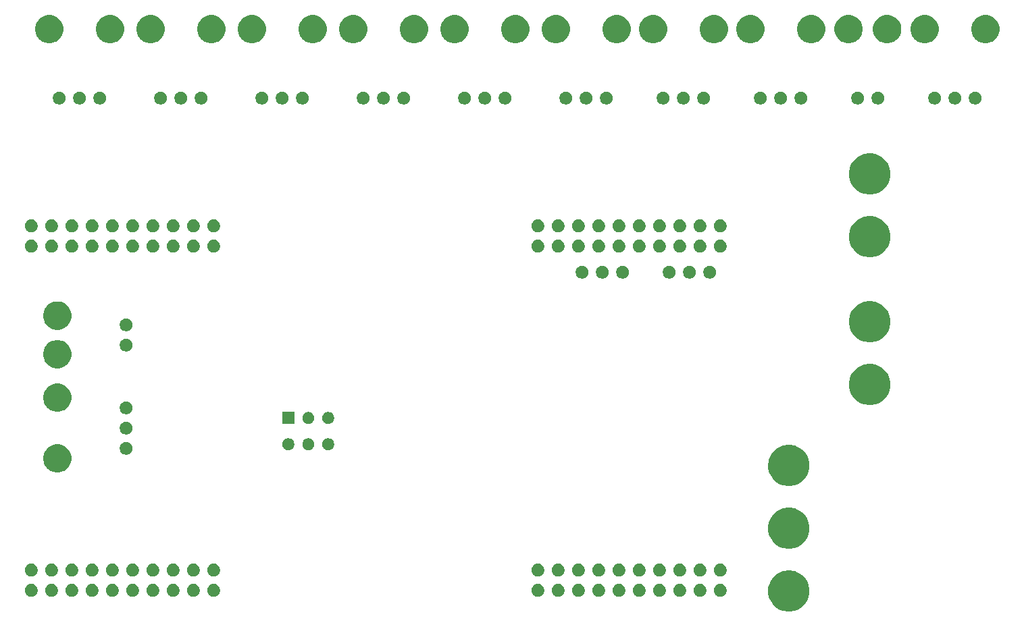
<source format=gbr>
G04 #@! TF.GenerationSoftware,KiCad,Pcbnew,(5.1.4)-1*
G04 #@! TF.CreationDate,2020-12-04T15:56:53-06:00*
G04 #@! TF.ProjectId,DriveBoard_2021,44726976-6542-46f6-9172-645f32303231,rev?*
G04 #@! TF.SameCoordinates,Original*
G04 #@! TF.FileFunction,Soldermask,Bot*
G04 #@! TF.FilePolarity,Negative*
%FSLAX46Y46*%
G04 Gerber Fmt 4.6, Leading zero omitted, Abs format (unit mm)*
G04 Created by KiCad (PCBNEW (5.1.4)-1) date 2020-12-04 15:56:53*
%MOMM*%
%LPD*%
G04 APERTURE LIST*
%ADD10C,0.100000*%
G04 APERTURE END LIST*
D10*
G36*
X166611887Y-123567877D02*
G01*
X166871767Y-123619570D01*
X167343299Y-123814885D01*
X167586029Y-123977073D01*
X167767666Y-124098438D01*
X168128562Y-124459334D01*
X168249927Y-124640971D01*
X168412115Y-124883701D01*
X168588404Y-125309301D01*
X168607430Y-125355234D01*
X168694197Y-125791440D01*
X168707000Y-125855809D01*
X168707000Y-126366191D01*
X168607430Y-126866767D01*
X168412115Y-127338299D01*
X168249927Y-127581029D01*
X168128562Y-127762666D01*
X167767666Y-128123562D01*
X167586029Y-128244927D01*
X167343299Y-128407115D01*
X166871767Y-128602430D01*
X166704908Y-128635620D01*
X166371193Y-128702000D01*
X165860807Y-128702000D01*
X165527092Y-128635620D01*
X165360233Y-128602430D01*
X164888701Y-128407115D01*
X164645971Y-128244927D01*
X164464334Y-128123562D01*
X164103438Y-127762666D01*
X163982073Y-127581029D01*
X163819885Y-127338299D01*
X163624570Y-126866767D01*
X163525000Y-126366191D01*
X163525000Y-125855809D01*
X163537804Y-125791440D01*
X163624570Y-125355234D01*
X163643596Y-125309301D01*
X163819885Y-124883701D01*
X163982073Y-124640971D01*
X164103438Y-124459334D01*
X164464334Y-124098438D01*
X164645971Y-123977073D01*
X164888701Y-123814885D01*
X165360233Y-123619570D01*
X165620113Y-123567877D01*
X165860807Y-123520000D01*
X166371193Y-123520000D01*
X166611887Y-123567877D01*
X166611887Y-123567877D01*
G37*
G36*
X134893560Y-125248166D02*
G01*
X135041153Y-125309301D01*
X135173982Y-125398055D01*
X135286945Y-125511018D01*
X135375699Y-125643847D01*
X135436834Y-125791440D01*
X135468000Y-125948123D01*
X135468000Y-126107877D01*
X135436834Y-126264560D01*
X135375699Y-126412153D01*
X135286945Y-126544982D01*
X135173982Y-126657945D01*
X135041153Y-126746699D01*
X135041152Y-126746700D01*
X135041151Y-126746700D01*
X134893560Y-126807834D01*
X134736878Y-126839000D01*
X134577122Y-126839000D01*
X134420440Y-126807834D01*
X134272849Y-126746700D01*
X134272848Y-126746700D01*
X134272847Y-126746699D01*
X134140018Y-126657945D01*
X134027055Y-126544982D01*
X133938301Y-126412153D01*
X133877166Y-126264560D01*
X133846000Y-126107877D01*
X133846000Y-125948123D01*
X133877166Y-125791440D01*
X133938301Y-125643847D01*
X134027055Y-125511018D01*
X134140018Y-125398055D01*
X134272847Y-125309301D01*
X134420440Y-125248166D01*
X134577122Y-125217000D01*
X134736878Y-125217000D01*
X134893560Y-125248166D01*
X134893560Y-125248166D01*
G37*
G36*
X94253560Y-125248166D02*
G01*
X94401153Y-125309301D01*
X94533982Y-125398055D01*
X94646945Y-125511018D01*
X94735699Y-125643847D01*
X94796834Y-125791440D01*
X94828000Y-125948123D01*
X94828000Y-126107877D01*
X94796834Y-126264560D01*
X94735699Y-126412153D01*
X94646945Y-126544982D01*
X94533982Y-126657945D01*
X94401153Y-126746699D01*
X94401152Y-126746700D01*
X94401151Y-126746700D01*
X94253560Y-126807834D01*
X94096878Y-126839000D01*
X93937122Y-126839000D01*
X93780440Y-126807834D01*
X93632849Y-126746700D01*
X93632848Y-126746700D01*
X93632847Y-126746699D01*
X93500018Y-126657945D01*
X93387055Y-126544982D01*
X93298301Y-126412153D01*
X93237166Y-126264560D01*
X93206000Y-126107877D01*
X93206000Y-125948123D01*
X93237166Y-125791440D01*
X93298301Y-125643847D01*
X93387055Y-125511018D01*
X93500018Y-125398055D01*
X93632847Y-125309301D01*
X93780440Y-125248166D01*
X93937122Y-125217000D01*
X94096878Y-125217000D01*
X94253560Y-125248166D01*
X94253560Y-125248166D01*
G37*
G36*
X91713560Y-125248166D02*
G01*
X91861153Y-125309301D01*
X91993982Y-125398055D01*
X92106945Y-125511018D01*
X92195699Y-125643847D01*
X92256834Y-125791440D01*
X92288000Y-125948123D01*
X92288000Y-126107877D01*
X92256834Y-126264560D01*
X92195699Y-126412153D01*
X92106945Y-126544982D01*
X91993982Y-126657945D01*
X91861153Y-126746699D01*
X91861152Y-126746700D01*
X91861151Y-126746700D01*
X91713560Y-126807834D01*
X91556878Y-126839000D01*
X91397122Y-126839000D01*
X91240440Y-126807834D01*
X91092849Y-126746700D01*
X91092848Y-126746700D01*
X91092847Y-126746699D01*
X90960018Y-126657945D01*
X90847055Y-126544982D01*
X90758301Y-126412153D01*
X90697166Y-126264560D01*
X90666000Y-126107877D01*
X90666000Y-125948123D01*
X90697166Y-125791440D01*
X90758301Y-125643847D01*
X90847055Y-125511018D01*
X90960018Y-125398055D01*
X91092847Y-125309301D01*
X91240440Y-125248166D01*
X91397122Y-125217000D01*
X91556878Y-125217000D01*
X91713560Y-125248166D01*
X91713560Y-125248166D01*
G37*
G36*
X89173560Y-125248166D02*
G01*
X89321153Y-125309301D01*
X89453982Y-125398055D01*
X89566945Y-125511018D01*
X89655699Y-125643847D01*
X89716834Y-125791440D01*
X89748000Y-125948123D01*
X89748000Y-126107877D01*
X89716834Y-126264560D01*
X89655699Y-126412153D01*
X89566945Y-126544982D01*
X89453982Y-126657945D01*
X89321153Y-126746699D01*
X89321152Y-126746700D01*
X89321151Y-126746700D01*
X89173560Y-126807834D01*
X89016878Y-126839000D01*
X88857122Y-126839000D01*
X88700440Y-126807834D01*
X88552849Y-126746700D01*
X88552848Y-126746700D01*
X88552847Y-126746699D01*
X88420018Y-126657945D01*
X88307055Y-126544982D01*
X88218301Y-126412153D01*
X88157166Y-126264560D01*
X88126000Y-126107877D01*
X88126000Y-125948123D01*
X88157166Y-125791440D01*
X88218301Y-125643847D01*
X88307055Y-125511018D01*
X88420018Y-125398055D01*
X88552847Y-125309301D01*
X88700440Y-125248166D01*
X88857122Y-125217000D01*
X89016878Y-125217000D01*
X89173560Y-125248166D01*
X89173560Y-125248166D01*
G37*
G36*
X86633560Y-125248166D02*
G01*
X86781153Y-125309301D01*
X86913982Y-125398055D01*
X87026945Y-125511018D01*
X87115699Y-125643847D01*
X87176834Y-125791440D01*
X87208000Y-125948123D01*
X87208000Y-126107877D01*
X87176834Y-126264560D01*
X87115699Y-126412153D01*
X87026945Y-126544982D01*
X86913982Y-126657945D01*
X86781153Y-126746699D01*
X86781152Y-126746700D01*
X86781151Y-126746700D01*
X86633560Y-126807834D01*
X86476878Y-126839000D01*
X86317122Y-126839000D01*
X86160440Y-126807834D01*
X86012849Y-126746700D01*
X86012848Y-126746700D01*
X86012847Y-126746699D01*
X85880018Y-126657945D01*
X85767055Y-126544982D01*
X85678301Y-126412153D01*
X85617166Y-126264560D01*
X85586000Y-126107877D01*
X85586000Y-125948123D01*
X85617166Y-125791440D01*
X85678301Y-125643847D01*
X85767055Y-125511018D01*
X85880018Y-125398055D01*
X86012847Y-125309301D01*
X86160440Y-125248166D01*
X86317122Y-125217000D01*
X86476878Y-125217000D01*
X86633560Y-125248166D01*
X86633560Y-125248166D01*
G37*
G36*
X84093560Y-125248166D02*
G01*
X84241153Y-125309301D01*
X84373982Y-125398055D01*
X84486945Y-125511018D01*
X84575699Y-125643847D01*
X84636834Y-125791440D01*
X84668000Y-125948123D01*
X84668000Y-126107877D01*
X84636834Y-126264560D01*
X84575699Y-126412153D01*
X84486945Y-126544982D01*
X84373982Y-126657945D01*
X84241153Y-126746699D01*
X84241152Y-126746700D01*
X84241151Y-126746700D01*
X84093560Y-126807834D01*
X83936878Y-126839000D01*
X83777122Y-126839000D01*
X83620440Y-126807834D01*
X83472849Y-126746700D01*
X83472848Y-126746700D01*
X83472847Y-126746699D01*
X83340018Y-126657945D01*
X83227055Y-126544982D01*
X83138301Y-126412153D01*
X83077166Y-126264560D01*
X83046000Y-126107877D01*
X83046000Y-125948123D01*
X83077166Y-125791440D01*
X83138301Y-125643847D01*
X83227055Y-125511018D01*
X83340018Y-125398055D01*
X83472847Y-125309301D01*
X83620440Y-125248166D01*
X83777122Y-125217000D01*
X83936878Y-125217000D01*
X84093560Y-125248166D01*
X84093560Y-125248166D01*
G37*
G36*
X81553560Y-125248166D02*
G01*
X81701153Y-125309301D01*
X81833982Y-125398055D01*
X81946945Y-125511018D01*
X82035699Y-125643847D01*
X82096834Y-125791440D01*
X82128000Y-125948123D01*
X82128000Y-126107877D01*
X82096834Y-126264560D01*
X82035699Y-126412153D01*
X81946945Y-126544982D01*
X81833982Y-126657945D01*
X81701153Y-126746699D01*
X81701152Y-126746700D01*
X81701151Y-126746700D01*
X81553560Y-126807834D01*
X81396878Y-126839000D01*
X81237122Y-126839000D01*
X81080440Y-126807834D01*
X80932849Y-126746700D01*
X80932848Y-126746700D01*
X80932847Y-126746699D01*
X80800018Y-126657945D01*
X80687055Y-126544982D01*
X80598301Y-126412153D01*
X80537166Y-126264560D01*
X80506000Y-126107877D01*
X80506000Y-125948123D01*
X80537166Y-125791440D01*
X80598301Y-125643847D01*
X80687055Y-125511018D01*
X80800018Y-125398055D01*
X80932847Y-125309301D01*
X81080440Y-125248166D01*
X81237122Y-125217000D01*
X81396878Y-125217000D01*
X81553560Y-125248166D01*
X81553560Y-125248166D01*
G37*
G36*
X79013560Y-125248166D02*
G01*
X79161153Y-125309301D01*
X79293982Y-125398055D01*
X79406945Y-125511018D01*
X79495699Y-125643847D01*
X79556834Y-125791440D01*
X79588000Y-125948123D01*
X79588000Y-126107877D01*
X79556834Y-126264560D01*
X79495699Y-126412153D01*
X79406945Y-126544982D01*
X79293982Y-126657945D01*
X79161153Y-126746699D01*
X79161152Y-126746700D01*
X79161151Y-126746700D01*
X79013560Y-126807834D01*
X78856878Y-126839000D01*
X78697122Y-126839000D01*
X78540440Y-126807834D01*
X78392849Y-126746700D01*
X78392848Y-126746700D01*
X78392847Y-126746699D01*
X78260018Y-126657945D01*
X78147055Y-126544982D01*
X78058301Y-126412153D01*
X77997166Y-126264560D01*
X77966000Y-126107877D01*
X77966000Y-125948123D01*
X77997166Y-125791440D01*
X78058301Y-125643847D01*
X78147055Y-125511018D01*
X78260018Y-125398055D01*
X78392847Y-125309301D01*
X78540440Y-125248166D01*
X78697122Y-125217000D01*
X78856878Y-125217000D01*
X79013560Y-125248166D01*
X79013560Y-125248166D01*
G37*
G36*
X76473560Y-125248166D02*
G01*
X76621153Y-125309301D01*
X76753982Y-125398055D01*
X76866945Y-125511018D01*
X76955699Y-125643847D01*
X77016834Y-125791440D01*
X77048000Y-125948123D01*
X77048000Y-126107877D01*
X77016834Y-126264560D01*
X76955699Y-126412153D01*
X76866945Y-126544982D01*
X76753982Y-126657945D01*
X76621153Y-126746699D01*
X76621152Y-126746700D01*
X76621151Y-126746700D01*
X76473560Y-126807834D01*
X76316878Y-126839000D01*
X76157122Y-126839000D01*
X76000440Y-126807834D01*
X75852849Y-126746700D01*
X75852848Y-126746700D01*
X75852847Y-126746699D01*
X75720018Y-126657945D01*
X75607055Y-126544982D01*
X75518301Y-126412153D01*
X75457166Y-126264560D01*
X75426000Y-126107877D01*
X75426000Y-125948123D01*
X75457166Y-125791440D01*
X75518301Y-125643847D01*
X75607055Y-125511018D01*
X75720018Y-125398055D01*
X75852847Y-125309301D01*
X76000440Y-125248166D01*
X76157122Y-125217000D01*
X76316878Y-125217000D01*
X76473560Y-125248166D01*
X76473560Y-125248166D01*
G37*
G36*
X73933560Y-125248166D02*
G01*
X74081153Y-125309301D01*
X74213982Y-125398055D01*
X74326945Y-125511018D01*
X74415699Y-125643847D01*
X74476834Y-125791440D01*
X74508000Y-125948123D01*
X74508000Y-126107877D01*
X74476834Y-126264560D01*
X74415699Y-126412153D01*
X74326945Y-126544982D01*
X74213982Y-126657945D01*
X74081153Y-126746699D01*
X74081152Y-126746700D01*
X74081151Y-126746700D01*
X73933560Y-126807834D01*
X73776878Y-126839000D01*
X73617122Y-126839000D01*
X73460440Y-126807834D01*
X73312849Y-126746700D01*
X73312848Y-126746700D01*
X73312847Y-126746699D01*
X73180018Y-126657945D01*
X73067055Y-126544982D01*
X72978301Y-126412153D01*
X72917166Y-126264560D01*
X72886000Y-126107877D01*
X72886000Y-125948123D01*
X72917166Y-125791440D01*
X72978301Y-125643847D01*
X73067055Y-125511018D01*
X73180018Y-125398055D01*
X73312847Y-125309301D01*
X73460440Y-125248166D01*
X73617122Y-125217000D01*
X73776878Y-125217000D01*
X73933560Y-125248166D01*
X73933560Y-125248166D01*
G37*
G36*
X152673560Y-125248166D02*
G01*
X152821153Y-125309301D01*
X152953982Y-125398055D01*
X153066945Y-125511018D01*
X153155699Y-125643847D01*
X153216834Y-125791440D01*
X153248000Y-125948123D01*
X153248000Y-126107877D01*
X153216834Y-126264560D01*
X153155699Y-126412153D01*
X153066945Y-126544982D01*
X152953982Y-126657945D01*
X152821153Y-126746699D01*
X152821152Y-126746700D01*
X152821151Y-126746700D01*
X152673560Y-126807834D01*
X152516878Y-126839000D01*
X152357122Y-126839000D01*
X152200440Y-126807834D01*
X152052849Y-126746700D01*
X152052848Y-126746700D01*
X152052847Y-126746699D01*
X151920018Y-126657945D01*
X151807055Y-126544982D01*
X151718301Y-126412153D01*
X151657166Y-126264560D01*
X151626000Y-126107877D01*
X151626000Y-125948123D01*
X151657166Y-125791440D01*
X151718301Y-125643847D01*
X151807055Y-125511018D01*
X151920018Y-125398055D01*
X152052847Y-125309301D01*
X152200440Y-125248166D01*
X152357122Y-125217000D01*
X152516878Y-125217000D01*
X152673560Y-125248166D01*
X152673560Y-125248166D01*
G37*
G36*
X147593560Y-125248166D02*
G01*
X147741153Y-125309301D01*
X147873982Y-125398055D01*
X147986945Y-125511018D01*
X148075699Y-125643847D01*
X148136834Y-125791440D01*
X148168000Y-125948123D01*
X148168000Y-126107877D01*
X148136834Y-126264560D01*
X148075699Y-126412153D01*
X147986945Y-126544982D01*
X147873982Y-126657945D01*
X147741153Y-126746699D01*
X147741152Y-126746700D01*
X147741151Y-126746700D01*
X147593560Y-126807834D01*
X147436878Y-126839000D01*
X147277122Y-126839000D01*
X147120440Y-126807834D01*
X146972849Y-126746700D01*
X146972848Y-126746700D01*
X146972847Y-126746699D01*
X146840018Y-126657945D01*
X146727055Y-126544982D01*
X146638301Y-126412153D01*
X146577166Y-126264560D01*
X146546000Y-126107877D01*
X146546000Y-125948123D01*
X146577166Y-125791440D01*
X146638301Y-125643847D01*
X146727055Y-125511018D01*
X146840018Y-125398055D01*
X146972847Y-125309301D01*
X147120440Y-125248166D01*
X147277122Y-125217000D01*
X147436878Y-125217000D01*
X147593560Y-125248166D01*
X147593560Y-125248166D01*
G37*
G36*
X145053560Y-125248166D02*
G01*
X145201153Y-125309301D01*
X145333982Y-125398055D01*
X145446945Y-125511018D01*
X145535699Y-125643847D01*
X145596834Y-125791440D01*
X145628000Y-125948123D01*
X145628000Y-126107877D01*
X145596834Y-126264560D01*
X145535699Y-126412153D01*
X145446945Y-126544982D01*
X145333982Y-126657945D01*
X145201153Y-126746699D01*
X145201152Y-126746700D01*
X145201151Y-126746700D01*
X145053560Y-126807834D01*
X144896878Y-126839000D01*
X144737122Y-126839000D01*
X144580440Y-126807834D01*
X144432849Y-126746700D01*
X144432848Y-126746700D01*
X144432847Y-126746699D01*
X144300018Y-126657945D01*
X144187055Y-126544982D01*
X144098301Y-126412153D01*
X144037166Y-126264560D01*
X144006000Y-126107877D01*
X144006000Y-125948123D01*
X144037166Y-125791440D01*
X144098301Y-125643847D01*
X144187055Y-125511018D01*
X144300018Y-125398055D01*
X144432847Y-125309301D01*
X144580440Y-125248166D01*
X144737122Y-125217000D01*
X144896878Y-125217000D01*
X145053560Y-125248166D01*
X145053560Y-125248166D01*
G37*
G36*
X142513560Y-125248166D02*
G01*
X142661153Y-125309301D01*
X142793982Y-125398055D01*
X142906945Y-125511018D01*
X142995699Y-125643847D01*
X143056834Y-125791440D01*
X143088000Y-125948123D01*
X143088000Y-126107877D01*
X143056834Y-126264560D01*
X142995699Y-126412153D01*
X142906945Y-126544982D01*
X142793982Y-126657945D01*
X142661153Y-126746699D01*
X142661152Y-126746700D01*
X142661151Y-126746700D01*
X142513560Y-126807834D01*
X142356878Y-126839000D01*
X142197122Y-126839000D01*
X142040440Y-126807834D01*
X141892849Y-126746700D01*
X141892848Y-126746700D01*
X141892847Y-126746699D01*
X141760018Y-126657945D01*
X141647055Y-126544982D01*
X141558301Y-126412153D01*
X141497166Y-126264560D01*
X141466000Y-126107877D01*
X141466000Y-125948123D01*
X141497166Y-125791440D01*
X141558301Y-125643847D01*
X141647055Y-125511018D01*
X141760018Y-125398055D01*
X141892847Y-125309301D01*
X142040440Y-125248166D01*
X142197122Y-125217000D01*
X142356878Y-125217000D01*
X142513560Y-125248166D01*
X142513560Y-125248166D01*
G37*
G36*
X139973560Y-125248166D02*
G01*
X140121153Y-125309301D01*
X140253982Y-125398055D01*
X140366945Y-125511018D01*
X140455699Y-125643847D01*
X140516834Y-125791440D01*
X140548000Y-125948123D01*
X140548000Y-126107877D01*
X140516834Y-126264560D01*
X140455699Y-126412153D01*
X140366945Y-126544982D01*
X140253982Y-126657945D01*
X140121153Y-126746699D01*
X140121152Y-126746700D01*
X140121151Y-126746700D01*
X139973560Y-126807834D01*
X139816878Y-126839000D01*
X139657122Y-126839000D01*
X139500440Y-126807834D01*
X139352849Y-126746700D01*
X139352848Y-126746700D01*
X139352847Y-126746699D01*
X139220018Y-126657945D01*
X139107055Y-126544982D01*
X139018301Y-126412153D01*
X138957166Y-126264560D01*
X138926000Y-126107877D01*
X138926000Y-125948123D01*
X138957166Y-125791440D01*
X139018301Y-125643847D01*
X139107055Y-125511018D01*
X139220018Y-125398055D01*
X139352847Y-125309301D01*
X139500440Y-125248166D01*
X139657122Y-125217000D01*
X139816878Y-125217000D01*
X139973560Y-125248166D01*
X139973560Y-125248166D01*
G37*
G36*
X137433560Y-125248166D02*
G01*
X137581153Y-125309301D01*
X137713982Y-125398055D01*
X137826945Y-125511018D01*
X137915699Y-125643847D01*
X137976834Y-125791440D01*
X138008000Y-125948123D01*
X138008000Y-126107877D01*
X137976834Y-126264560D01*
X137915699Y-126412153D01*
X137826945Y-126544982D01*
X137713982Y-126657945D01*
X137581153Y-126746699D01*
X137581152Y-126746700D01*
X137581151Y-126746700D01*
X137433560Y-126807834D01*
X137276878Y-126839000D01*
X137117122Y-126839000D01*
X136960440Y-126807834D01*
X136812849Y-126746700D01*
X136812848Y-126746700D01*
X136812847Y-126746699D01*
X136680018Y-126657945D01*
X136567055Y-126544982D01*
X136478301Y-126412153D01*
X136417166Y-126264560D01*
X136386000Y-126107877D01*
X136386000Y-125948123D01*
X136417166Y-125791440D01*
X136478301Y-125643847D01*
X136567055Y-125511018D01*
X136680018Y-125398055D01*
X136812847Y-125309301D01*
X136960440Y-125248166D01*
X137117122Y-125217000D01*
X137276878Y-125217000D01*
X137433560Y-125248166D01*
X137433560Y-125248166D01*
G37*
G36*
X155213560Y-125248166D02*
G01*
X155361153Y-125309301D01*
X155493982Y-125398055D01*
X155606945Y-125511018D01*
X155695699Y-125643847D01*
X155756834Y-125791440D01*
X155788000Y-125948123D01*
X155788000Y-126107877D01*
X155756834Y-126264560D01*
X155695699Y-126412153D01*
X155606945Y-126544982D01*
X155493982Y-126657945D01*
X155361153Y-126746699D01*
X155361152Y-126746700D01*
X155361151Y-126746700D01*
X155213560Y-126807834D01*
X155056878Y-126839000D01*
X154897122Y-126839000D01*
X154740440Y-126807834D01*
X154592849Y-126746700D01*
X154592848Y-126746700D01*
X154592847Y-126746699D01*
X154460018Y-126657945D01*
X154347055Y-126544982D01*
X154258301Y-126412153D01*
X154197166Y-126264560D01*
X154166000Y-126107877D01*
X154166000Y-125948123D01*
X154197166Y-125791440D01*
X154258301Y-125643847D01*
X154347055Y-125511018D01*
X154460018Y-125398055D01*
X154592847Y-125309301D01*
X154740440Y-125248166D01*
X154897122Y-125217000D01*
X155056878Y-125217000D01*
X155213560Y-125248166D01*
X155213560Y-125248166D01*
G37*
G36*
X150133560Y-125248166D02*
G01*
X150281153Y-125309301D01*
X150413982Y-125398055D01*
X150526945Y-125511018D01*
X150615699Y-125643847D01*
X150676834Y-125791440D01*
X150708000Y-125948123D01*
X150708000Y-126107877D01*
X150676834Y-126264560D01*
X150615699Y-126412153D01*
X150526945Y-126544982D01*
X150413982Y-126657945D01*
X150281153Y-126746699D01*
X150281152Y-126746700D01*
X150281151Y-126746700D01*
X150133560Y-126807834D01*
X149976878Y-126839000D01*
X149817122Y-126839000D01*
X149660440Y-126807834D01*
X149512849Y-126746700D01*
X149512848Y-126746700D01*
X149512847Y-126746699D01*
X149380018Y-126657945D01*
X149267055Y-126544982D01*
X149178301Y-126412153D01*
X149117166Y-126264560D01*
X149086000Y-126107877D01*
X149086000Y-125948123D01*
X149117166Y-125791440D01*
X149178301Y-125643847D01*
X149267055Y-125511018D01*
X149380018Y-125398055D01*
X149512847Y-125309301D01*
X149660440Y-125248166D01*
X149817122Y-125217000D01*
X149976878Y-125217000D01*
X150133560Y-125248166D01*
X150133560Y-125248166D01*
G37*
G36*
X157753560Y-125248166D02*
G01*
X157901153Y-125309301D01*
X158033982Y-125398055D01*
X158146945Y-125511018D01*
X158235699Y-125643847D01*
X158296834Y-125791440D01*
X158328000Y-125948123D01*
X158328000Y-126107877D01*
X158296834Y-126264560D01*
X158235699Y-126412153D01*
X158146945Y-126544982D01*
X158033982Y-126657945D01*
X157901153Y-126746699D01*
X157901152Y-126746700D01*
X157901151Y-126746700D01*
X157753560Y-126807834D01*
X157596878Y-126839000D01*
X157437122Y-126839000D01*
X157280440Y-126807834D01*
X157132849Y-126746700D01*
X157132848Y-126746700D01*
X157132847Y-126746699D01*
X157000018Y-126657945D01*
X156887055Y-126544982D01*
X156798301Y-126412153D01*
X156737166Y-126264560D01*
X156706000Y-126107877D01*
X156706000Y-125948123D01*
X156737166Y-125791440D01*
X156798301Y-125643847D01*
X156887055Y-125511018D01*
X157000018Y-125398055D01*
X157132847Y-125309301D01*
X157280440Y-125248166D01*
X157437122Y-125217000D01*
X157596878Y-125217000D01*
X157753560Y-125248166D01*
X157753560Y-125248166D01*
G37*
G36*
X71393560Y-125248166D02*
G01*
X71541153Y-125309301D01*
X71673982Y-125398055D01*
X71786945Y-125511018D01*
X71875699Y-125643847D01*
X71936834Y-125791440D01*
X71968000Y-125948123D01*
X71968000Y-126107877D01*
X71936834Y-126264560D01*
X71875699Y-126412153D01*
X71786945Y-126544982D01*
X71673982Y-126657945D01*
X71541153Y-126746699D01*
X71541152Y-126746700D01*
X71541151Y-126746700D01*
X71393560Y-126807834D01*
X71236878Y-126839000D01*
X71077122Y-126839000D01*
X70920440Y-126807834D01*
X70772849Y-126746700D01*
X70772848Y-126746700D01*
X70772847Y-126746699D01*
X70640018Y-126657945D01*
X70527055Y-126544982D01*
X70438301Y-126412153D01*
X70377166Y-126264560D01*
X70346000Y-126107877D01*
X70346000Y-125948123D01*
X70377166Y-125791440D01*
X70438301Y-125643847D01*
X70527055Y-125511018D01*
X70640018Y-125398055D01*
X70772847Y-125309301D01*
X70920440Y-125248166D01*
X71077122Y-125217000D01*
X71236878Y-125217000D01*
X71393560Y-125248166D01*
X71393560Y-125248166D01*
G37*
G36*
X71393560Y-122708166D02*
G01*
X71541153Y-122769301D01*
X71673982Y-122858055D01*
X71786945Y-122971018D01*
X71875699Y-123103847D01*
X71936834Y-123251440D01*
X71968000Y-123408123D01*
X71968000Y-123567877D01*
X71936834Y-123724560D01*
X71875699Y-123872153D01*
X71786945Y-124004982D01*
X71673982Y-124117945D01*
X71541153Y-124206699D01*
X71541152Y-124206700D01*
X71541151Y-124206700D01*
X71393560Y-124267834D01*
X71236878Y-124299000D01*
X71077122Y-124299000D01*
X70920440Y-124267834D01*
X70772849Y-124206700D01*
X70772848Y-124206700D01*
X70772847Y-124206699D01*
X70640018Y-124117945D01*
X70527055Y-124004982D01*
X70438301Y-123872153D01*
X70377166Y-123724560D01*
X70346000Y-123567877D01*
X70346000Y-123408123D01*
X70377166Y-123251440D01*
X70438301Y-123103847D01*
X70527055Y-122971018D01*
X70640018Y-122858055D01*
X70772847Y-122769301D01*
X70920440Y-122708166D01*
X71077122Y-122677000D01*
X71236878Y-122677000D01*
X71393560Y-122708166D01*
X71393560Y-122708166D01*
G37*
G36*
X73933560Y-122708166D02*
G01*
X74081153Y-122769301D01*
X74213982Y-122858055D01*
X74326945Y-122971018D01*
X74415699Y-123103847D01*
X74476834Y-123251440D01*
X74508000Y-123408123D01*
X74508000Y-123567877D01*
X74476834Y-123724560D01*
X74415699Y-123872153D01*
X74326945Y-124004982D01*
X74213982Y-124117945D01*
X74081153Y-124206699D01*
X74081152Y-124206700D01*
X74081151Y-124206700D01*
X73933560Y-124267834D01*
X73776878Y-124299000D01*
X73617122Y-124299000D01*
X73460440Y-124267834D01*
X73312849Y-124206700D01*
X73312848Y-124206700D01*
X73312847Y-124206699D01*
X73180018Y-124117945D01*
X73067055Y-124004982D01*
X72978301Y-123872153D01*
X72917166Y-123724560D01*
X72886000Y-123567877D01*
X72886000Y-123408123D01*
X72917166Y-123251440D01*
X72978301Y-123103847D01*
X73067055Y-122971018D01*
X73180018Y-122858055D01*
X73312847Y-122769301D01*
X73460440Y-122708166D01*
X73617122Y-122677000D01*
X73776878Y-122677000D01*
X73933560Y-122708166D01*
X73933560Y-122708166D01*
G37*
G36*
X76473560Y-122708166D02*
G01*
X76621153Y-122769301D01*
X76753982Y-122858055D01*
X76866945Y-122971018D01*
X76955699Y-123103847D01*
X77016834Y-123251440D01*
X77048000Y-123408123D01*
X77048000Y-123567877D01*
X77016834Y-123724560D01*
X76955699Y-123872153D01*
X76866945Y-124004982D01*
X76753982Y-124117945D01*
X76621153Y-124206699D01*
X76621152Y-124206700D01*
X76621151Y-124206700D01*
X76473560Y-124267834D01*
X76316878Y-124299000D01*
X76157122Y-124299000D01*
X76000440Y-124267834D01*
X75852849Y-124206700D01*
X75852848Y-124206700D01*
X75852847Y-124206699D01*
X75720018Y-124117945D01*
X75607055Y-124004982D01*
X75518301Y-123872153D01*
X75457166Y-123724560D01*
X75426000Y-123567877D01*
X75426000Y-123408123D01*
X75457166Y-123251440D01*
X75518301Y-123103847D01*
X75607055Y-122971018D01*
X75720018Y-122858055D01*
X75852847Y-122769301D01*
X76000440Y-122708166D01*
X76157122Y-122677000D01*
X76316878Y-122677000D01*
X76473560Y-122708166D01*
X76473560Y-122708166D01*
G37*
G36*
X79013560Y-122708166D02*
G01*
X79161153Y-122769301D01*
X79293982Y-122858055D01*
X79406945Y-122971018D01*
X79495699Y-123103847D01*
X79556834Y-123251440D01*
X79588000Y-123408123D01*
X79588000Y-123567877D01*
X79556834Y-123724560D01*
X79495699Y-123872153D01*
X79406945Y-124004982D01*
X79293982Y-124117945D01*
X79161153Y-124206699D01*
X79161152Y-124206700D01*
X79161151Y-124206700D01*
X79013560Y-124267834D01*
X78856878Y-124299000D01*
X78697122Y-124299000D01*
X78540440Y-124267834D01*
X78392849Y-124206700D01*
X78392848Y-124206700D01*
X78392847Y-124206699D01*
X78260018Y-124117945D01*
X78147055Y-124004982D01*
X78058301Y-123872153D01*
X77997166Y-123724560D01*
X77966000Y-123567877D01*
X77966000Y-123408123D01*
X77997166Y-123251440D01*
X78058301Y-123103847D01*
X78147055Y-122971018D01*
X78260018Y-122858055D01*
X78392847Y-122769301D01*
X78540440Y-122708166D01*
X78697122Y-122677000D01*
X78856878Y-122677000D01*
X79013560Y-122708166D01*
X79013560Y-122708166D01*
G37*
G36*
X81553560Y-122708166D02*
G01*
X81701153Y-122769301D01*
X81833982Y-122858055D01*
X81946945Y-122971018D01*
X82035699Y-123103847D01*
X82096834Y-123251440D01*
X82128000Y-123408123D01*
X82128000Y-123567877D01*
X82096834Y-123724560D01*
X82035699Y-123872153D01*
X81946945Y-124004982D01*
X81833982Y-124117945D01*
X81701153Y-124206699D01*
X81701152Y-124206700D01*
X81701151Y-124206700D01*
X81553560Y-124267834D01*
X81396878Y-124299000D01*
X81237122Y-124299000D01*
X81080440Y-124267834D01*
X80932849Y-124206700D01*
X80932848Y-124206700D01*
X80932847Y-124206699D01*
X80800018Y-124117945D01*
X80687055Y-124004982D01*
X80598301Y-123872153D01*
X80537166Y-123724560D01*
X80506000Y-123567877D01*
X80506000Y-123408123D01*
X80537166Y-123251440D01*
X80598301Y-123103847D01*
X80687055Y-122971018D01*
X80800018Y-122858055D01*
X80932847Y-122769301D01*
X81080440Y-122708166D01*
X81237122Y-122677000D01*
X81396878Y-122677000D01*
X81553560Y-122708166D01*
X81553560Y-122708166D01*
G37*
G36*
X84093560Y-122708166D02*
G01*
X84241153Y-122769301D01*
X84373982Y-122858055D01*
X84486945Y-122971018D01*
X84575699Y-123103847D01*
X84636834Y-123251440D01*
X84668000Y-123408123D01*
X84668000Y-123567877D01*
X84636834Y-123724560D01*
X84575699Y-123872153D01*
X84486945Y-124004982D01*
X84373982Y-124117945D01*
X84241153Y-124206699D01*
X84241152Y-124206700D01*
X84241151Y-124206700D01*
X84093560Y-124267834D01*
X83936878Y-124299000D01*
X83777122Y-124299000D01*
X83620440Y-124267834D01*
X83472849Y-124206700D01*
X83472848Y-124206700D01*
X83472847Y-124206699D01*
X83340018Y-124117945D01*
X83227055Y-124004982D01*
X83138301Y-123872153D01*
X83077166Y-123724560D01*
X83046000Y-123567877D01*
X83046000Y-123408123D01*
X83077166Y-123251440D01*
X83138301Y-123103847D01*
X83227055Y-122971018D01*
X83340018Y-122858055D01*
X83472847Y-122769301D01*
X83620440Y-122708166D01*
X83777122Y-122677000D01*
X83936878Y-122677000D01*
X84093560Y-122708166D01*
X84093560Y-122708166D01*
G37*
G36*
X86633560Y-122708166D02*
G01*
X86781153Y-122769301D01*
X86913982Y-122858055D01*
X87026945Y-122971018D01*
X87115699Y-123103847D01*
X87176834Y-123251440D01*
X87208000Y-123408123D01*
X87208000Y-123567877D01*
X87176834Y-123724560D01*
X87115699Y-123872153D01*
X87026945Y-124004982D01*
X86913982Y-124117945D01*
X86781153Y-124206699D01*
X86781152Y-124206700D01*
X86781151Y-124206700D01*
X86633560Y-124267834D01*
X86476878Y-124299000D01*
X86317122Y-124299000D01*
X86160440Y-124267834D01*
X86012849Y-124206700D01*
X86012848Y-124206700D01*
X86012847Y-124206699D01*
X85880018Y-124117945D01*
X85767055Y-124004982D01*
X85678301Y-123872153D01*
X85617166Y-123724560D01*
X85586000Y-123567877D01*
X85586000Y-123408123D01*
X85617166Y-123251440D01*
X85678301Y-123103847D01*
X85767055Y-122971018D01*
X85880018Y-122858055D01*
X86012847Y-122769301D01*
X86160440Y-122708166D01*
X86317122Y-122677000D01*
X86476878Y-122677000D01*
X86633560Y-122708166D01*
X86633560Y-122708166D01*
G37*
G36*
X91713560Y-122708166D02*
G01*
X91861153Y-122769301D01*
X91993982Y-122858055D01*
X92106945Y-122971018D01*
X92195699Y-123103847D01*
X92256834Y-123251440D01*
X92288000Y-123408123D01*
X92288000Y-123567877D01*
X92256834Y-123724560D01*
X92195699Y-123872153D01*
X92106945Y-124004982D01*
X91993982Y-124117945D01*
X91861153Y-124206699D01*
X91861152Y-124206700D01*
X91861151Y-124206700D01*
X91713560Y-124267834D01*
X91556878Y-124299000D01*
X91397122Y-124299000D01*
X91240440Y-124267834D01*
X91092849Y-124206700D01*
X91092848Y-124206700D01*
X91092847Y-124206699D01*
X90960018Y-124117945D01*
X90847055Y-124004982D01*
X90758301Y-123872153D01*
X90697166Y-123724560D01*
X90666000Y-123567877D01*
X90666000Y-123408123D01*
X90697166Y-123251440D01*
X90758301Y-123103847D01*
X90847055Y-122971018D01*
X90960018Y-122858055D01*
X91092847Y-122769301D01*
X91240440Y-122708166D01*
X91397122Y-122677000D01*
X91556878Y-122677000D01*
X91713560Y-122708166D01*
X91713560Y-122708166D01*
G37*
G36*
X94253560Y-122708166D02*
G01*
X94401153Y-122769301D01*
X94533982Y-122858055D01*
X94646945Y-122971018D01*
X94735699Y-123103847D01*
X94796834Y-123251440D01*
X94828000Y-123408123D01*
X94828000Y-123567877D01*
X94796834Y-123724560D01*
X94735699Y-123872153D01*
X94646945Y-124004982D01*
X94533982Y-124117945D01*
X94401153Y-124206699D01*
X94401152Y-124206700D01*
X94401151Y-124206700D01*
X94253560Y-124267834D01*
X94096878Y-124299000D01*
X93937122Y-124299000D01*
X93780440Y-124267834D01*
X93632849Y-124206700D01*
X93632848Y-124206700D01*
X93632847Y-124206699D01*
X93500018Y-124117945D01*
X93387055Y-124004982D01*
X93298301Y-123872153D01*
X93237166Y-123724560D01*
X93206000Y-123567877D01*
X93206000Y-123408123D01*
X93237166Y-123251440D01*
X93298301Y-123103847D01*
X93387055Y-122971018D01*
X93500018Y-122858055D01*
X93632847Y-122769301D01*
X93780440Y-122708166D01*
X93937122Y-122677000D01*
X94096878Y-122677000D01*
X94253560Y-122708166D01*
X94253560Y-122708166D01*
G37*
G36*
X89173560Y-122708166D02*
G01*
X89321153Y-122769301D01*
X89453982Y-122858055D01*
X89566945Y-122971018D01*
X89655699Y-123103847D01*
X89716834Y-123251440D01*
X89748000Y-123408123D01*
X89748000Y-123567877D01*
X89716834Y-123724560D01*
X89655699Y-123872153D01*
X89566945Y-124004982D01*
X89453982Y-124117945D01*
X89321153Y-124206699D01*
X89321152Y-124206700D01*
X89321151Y-124206700D01*
X89173560Y-124267834D01*
X89016878Y-124299000D01*
X88857122Y-124299000D01*
X88700440Y-124267834D01*
X88552849Y-124206700D01*
X88552848Y-124206700D01*
X88552847Y-124206699D01*
X88420018Y-124117945D01*
X88307055Y-124004982D01*
X88218301Y-123872153D01*
X88157166Y-123724560D01*
X88126000Y-123567877D01*
X88126000Y-123408123D01*
X88157166Y-123251440D01*
X88218301Y-123103847D01*
X88307055Y-122971018D01*
X88420018Y-122858055D01*
X88552847Y-122769301D01*
X88700440Y-122708166D01*
X88857122Y-122677000D01*
X89016878Y-122677000D01*
X89173560Y-122708166D01*
X89173560Y-122708166D01*
G37*
G36*
X145053560Y-122708166D02*
G01*
X145201153Y-122769301D01*
X145333982Y-122858055D01*
X145446945Y-122971018D01*
X145535699Y-123103847D01*
X145596834Y-123251440D01*
X145628000Y-123408123D01*
X145628000Y-123567877D01*
X145596834Y-123724560D01*
X145535699Y-123872153D01*
X145446945Y-124004982D01*
X145333982Y-124117945D01*
X145201153Y-124206699D01*
X145201152Y-124206700D01*
X145201151Y-124206700D01*
X145053560Y-124267834D01*
X144896878Y-124299000D01*
X144737122Y-124299000D01*
X144580440Y-124267834D01*
X144432849Y-124206700D01*
X144432848Y-124206700D01*
X144432847Y-124206699D01*
X144300018Y-124117945D01*
X144187055Y-124004982D01*
X144098301Y-123872153D01*
X144037166Y-123724560D01*
X144006000Y-123567877D01*
X144006000Y-123408123D01*
X144037166Y-123251440D01*
X144098301Y-123103847D01*
X144187055Y-122971018D01*
X144300018Y-122858055D01*
X144432847Y-122769301D01*
X144580440Y-122708166D01*
X144737122Y-122677000D01*
X144896878Y-122677000D01*
X145053560Y-122708166D01*
X145053560Y-122708166D01*
G37*
G36*
X152673560Y-122708166D02*
G01*
X152821153Y-122769301D01*
X152953982Y-122858055D01*
X153066945Y-122971018D01*
X153155699Y-123103847D01*
X153216834Y-123251440D01*
X153248000Y-123408123D01*
X153248000Y-123567877D01*
X153216834Y-123724560D01*
X153155699Y-123872153D01*
X153066945Y-124004982D01*
X152953982Y-124117945D01*
X152821153Y-124206699D01*
X152821152Y-124206700D01*
X152821151Y-124206700D01*
X152673560Y-124267834D01*
X152516878Y-124299000D01*
X152357122Y-124299000D01*
X152200440Y-124267834D01*
X152052849Y-124206700D01*
X152052848Y-124206700D01*
X152052847Y-124206699D01*
X151920018Y-124117945D01*
X151807055Y-124004982D01*
X151718301Y-123872153D01*
X151657166Y-123724560D01*
X151626000Y-123567877D01*
X151626000Y-123408123D01*
X151657166Y-123251440D01*
X151718301Y-123103847D01*
X151807055Y-122971018D01*
X151920018Y-122858055D01*
X152052847Y-122769301D01*
X152200440Y-122708166D01*
X152357122Y-122677000D01*
X152516878Y-122677000D01*
X152673560Y-122708166D01*
X152673560Y-122708166D01*
G37*
G36*
X155213560Y-122708166D02*
G01*
X155361153Y-122769301D01*
X155493982Y-122858055D01*
X155606945Y-122971018D01*
X155695699Y-123103847D01*
X155756834Y-123251440D01*
X155788000Y-123408123D01*
X155788000Y-123567877D01*
X155756834Y-123724560D01*
X155695699Y-123872153D01*
X155606945Y-124004982D01*
X155493982Y-124117945D01*
X155361153Y-124206699D01*
X155361152Y-124206700D01*
X155361151Y-124206700D01*
X155213560Y-124267834D01*
X155056878Y-124299000D01*
X154897122Y-124299000D01*
X154740440Y-124267834D01*
X154592849Y-124206700D01*
X154592848Y-124206700D01*
X154592847Y-124206699D01*
X154460018Y-124117945D01*
X154347055Y-124004982D01*
X154258301Y-123872153D01*
X154197166Y-123724560D01*
X154166000Y-123567877D01*
X154166000Y-123408123D01*
X154197166Y-123251440D01*
X154258301Y-123103847D01*
X154347055Y-122971018D01*
X154460018Y-122858055D01*
X154592847Y-122769301D01*
X154740440Y-122708166D01*
X154897122Y-122677000D01*
X155056878Y-122677000D01*
X155213560Y-122708166D01*
X155213560Y-122708166D01*
G37*
G36*
X139973560Y-122708166D02*
G01*
X140121153Y-122769301D01*
X140253982Y-122858055D01*
X140366945Y-122971018D01*
X140455699Y-123103847D01*
X140516834Y-123251440D01*
X140548000Y-123408123D01*
X140548000Y-123567877D01*
X140516834Y-123724560D01*
X140455699Y-123872153D01*
X140366945Y-124004982D01*
X140253982Y-124117945D01*
X140121153Y-124206699D01*
X140121152Y-124206700D01*
X140121151Y-124206700D01*
X139973560Y-124267834D01*
X139816878Y-124299000D01*
X139657122Y-124299000D01*
X139500440Y-124267834D01*
X139352849Y-124206700D01*
X139352848Y-124206700D01*
X139352847Y-124206699D01*
X139220018Y-124117945D01*
X139107055Y-124004982D01*
X139018301Y-123872153D01*
X138957166Y-123724560D01*
X138926000Y-123567877D01*
X138926000Y-123408123D01*
X138957166Y-123251440D01*
X139018301Y-123103847D01*
X139107055Y-122971018D01*
X139220018Y-122858055D01*
X139352847Y-122769301D01*
X139500440Y-122708166D01*
X139657122Y-122677000D01*
X139816878Y-122677000D01*
X139973560Y-122708166D01*
X139973560Y-122708166D01*
G37*
G36*
X142513560Y-122708166D02*
G01*
X142661153Y-122769301D01*
X142793982Y-122858055D01*
X142906945Y-122971018D01*
X142995699Y-123103847D01*
X143056834Y-123251440D01*
X143088000Y-123408123D01*
X143088000Y-123567877D01*
X143056834Y-123724560D01*
X142995699Y-123872153D01*
X142906945Y-124004982D01*
X142793982Y-124117945D01*
X142661153Y-124206699D01*
X142661152Y-124206700D01*
X142661151Y-124206700D01*
X142513560Y-124267834D01*
X142356878Y-124299000D01*
X142197122Y-124299000D01*
X142040440Y-124267834D01*
X141892849Y-124206700D01*
X141892848Y-124206700D01*
X141892847Y-124206699D01*
X141760018Y-124117945D01*
X141647055Y-124004982D01*
X141558301Y-123872153D01*
X141497166Y-123724560D01*
X141466000Y-123567877D01*
X141466000Y-123408123D01*
X141497166Y-123251440D01*
X141558301Y-123103847D01*
X141647055Y-122971018D01*
X141760018Y-122858055D01*
X141892847Y-122769301D01*
X142040440Y-122708166D01*
X142197122Y-122677000D01*
X142356878Y-122677000D01*
X142513560Y-122708166D01*
X142513560Y-122708166D01*
G37*
G36*
X137433560Y-122708166D02*
G01*
X137581153Y-122769301D01*
X137713982Y-122858055D01*
X137826945Y-122971018D01*
X137915699Y-123103847D01*
X137976834Y-123251440D01*
X138008000Y-123408123D01*
X138008000Y-123567877D01*
X137976834Y-123724560D01*
X137915699Y-123872153D01*
X137826945Y-124004982D01*
X137713982Y-124117945D01*
X137581153Y-124206699D01*
X137581152Y-124206700D01*
X137581151Y-124206700D01*
X137433560Y-124267834D01*
X137276878Y-124299000D01*
X137117122Y-124299000D01*
X136960440Y-124267834D01*
X136812849Y-124206700D01*
X136812848Y-124206700D01*
X136812847Y-124206699D01*
X136680018Y-124117945D01*
X136567055Y-124004982D01*
X136478301Y-123872153D01*
X136417166Y-123724560D01*
X136386000Y-123567877D01*
X136386000Y-123408123D01*
X136417166Y-123251440D01*
X136478301Y-123103847D01*
X136567055Y-122971018D01*
X136680018Y-122858055D01*
X136812847Y-122769301D01*
X136960440Y-122708166D01*
X137117122Y-122677000D01*
X137276878Y-122677000D01*
X137433560Y-122708166D01*
X137433560Y-122708166D01*
G37*
G36*
X147593560Y-122708166D02*
G01*
X147741153Y-122769301D01*
X147873982Y-122858055D01*
X147986945Y-122971018D01*
X148075699Y-123103847D01*
X148136834Y-123251440D01*
X148168000Y-123408123D01*
X148168000Y-123567877D01*
X148136834Y-123724560D01*
X148075699Y-123872153D01*
X147986945Y-124004982D01*
X147873982Y-124117945D01*
X147741153Y-124206699D01*
X147741152Y-124206700D01*
X147741151Y-124206700D01*
X147593560Y-124267834D01*
X147436878Y-124299000D01*
X147277122Y-124299000D01*
X147120440Y-124267834D01*
X146972849Y-124206700D01*
X146972848Y-124206700D01*
X146972847Y-124206699D01*
X146840018Y-124117945D01*
X146727055Y-124004982D01*
X146638301Y-123872153D01*
X146577166Y-123724560D01*
X146546000Y-123567877D01*
X146546000Y-123408123D01*
X146577166Y-123251440D01*
X146638301Y-123103847D01*
X146727055Y-122971018D01*
X146840018Y-122858055D01*
X146972847Y-122769301D01*
X147120440Y-122708166D01*
X147277122Y-122677000D01*
X147436878Y-122677000D01*
X147593560Y-122708166D01*
X147593560Y-122708166D01*
G37*
G36*
X150133560Y-122708166D02*
G01*
X150281153Y-122769301D01*
X150413982Y-122858055D01*
X150526945Y-122971018D01*
X150615699Y-123103847D01*
X150676834Y-123251440D01*
X150708000Y-123408123D01*
X150708000Y-123567877D01*
X150676834Y-123724560D01*
X150615699Y-123872153D01*
X150526945Y-124004982D01*
X150413982Y-124117945D01*
X150281153Y-124206699D01*
X150281152Y-124206700D01*
X150281151Y-124206700D01*
X150133560Y-124267834D01*
X149976878Y-124299000D01*
X149817122Y-124299000D01*
X149660440Y-124267834D01*
X149512849Y-124206700D01*
X149512848Y-124206700D01*
X149512847Y-124206699D01*
X149380018Y-124117945D01*
X149267055Y-124004982D01*
X149178301Y-123872153D01*
X149117166Y-123724560D01*
X149086000Y-123567877D01*
X149086000Y-123408123D01*
X149117166Y-123251440D01*
X149178301Y-123103847D01*
X149267055Y-122971018D01*
X149380018Y-122858055D01*
X149512847Y-122769301D01*
X149660440Y-122708166D01*
X149817122Y-122677000D01*
X149976878Y-122677000D01*
X150133560Y-122708166D01*
X150133560Y-122708166D01*
G37*
G36*
X157753560Y-122708166D02*
G01*
X157901153Y-122769301D01*
X158033982Y-122858055D01*
X158146945Y-122971018D01*
X158235699Y-123103847D01*
X158296834Y-123251440D01*
X158328000Y-123408123D01*
X158328000Y-123567877D01*
X158296834Y-123724560D01*
X158235699Y-123872153D01*
X158146945Y-124004982D01*
X158033982Y-124117945D01*
X157901153Y-124206699D01*
X157901152Y-124206700D01*
X157901151Y-124206700D01*
X157753560Y-124267834D01*
X157596878Y-124299000D01*
X157437122Y-124299000D01*
X157280440Y-124267834D01*
X157132849Y-124206700D01*
X157132848Y-124206700D01*
X157132847Y-124206699D01*
X157000018Y-124117945D01*
X156887055Y-124004982D01*
X156798301Y-123872153D01*
X156737166Y-123724560D01*
X156706000Y-123567877D01*
X156706000Y-123408123D01*
X156737166Y-123251440D01*
X156798301Y-123103847D01*
X156887055Y-122971018D01*
X157000018Y-122858055D01*
X157132847Y-122769301D01*
X157280440Y-122708166D01*
X157437122Y-122677000D01*
X157596878Y-122677000D01*
X157753560Y-122708166D01*
X157753560Y-122708166D01*
G37*
G36*
X134893560Y-122708166D02*
G01*
X135041153Y-122769301D01*
X135173982Y-122858055D01*
X135286945Y-122971018D01*
X135375699Y-123103847D01*
X135436834Y-123251440D01*
X135468000Y-123408123D01*
X135468000Y-123567877D01*
X135436834Y-123724560D01*
X135375699Y-123872153D01*
X135286945Y-124004982D01*
X135173982Y-124117945D01*
X135041153Y-124206699D01*
X135041152Y-124206700D01*
X135041151Y-124206700D01*
X134893560Y-124267834D01*
X134736878Y-124299000D01*
X134577122Y-124299000D01*
X134420440Y-124267834D01*
X134272849Y-124206700D01*
X134272848Y-124206700D01*
X134272847Y-124206699D01*
X134140018Y-124117945D01*
X134027055Y-124004982D01*
X133938301Y-123872153D01*
X133877166Y-123724560D01*
X133846000Y-123567877D01*
X133846000Y-123408123D01*
X133877166Y-123251440D01*
X133938301Y-123103847D01*
X134027055Y-122971018D01*
X134140018Y-122858055D01*
X134272847Y-122769301D01*
X134420440Y-122708166D01*
X134577122Y-122677000D01*
X134736878Y-122677000D01*
X134893560Y-122708166D01*
X134893560Y-122708166D01*
G37*
G36*
X166704908Y-115712380D02*
G01*
X166871767Y-115745570D01*
X167343299Y-115940885D01*
X167586029Y-116103073D01*
X167767666Y-116224438D01*
X168128562Y-116585334D01*
X168249927Y-116766971D01*
X168412115Y-117009701D01*
X168607430Y-117481233D01*
X168707000Y-117981809D01*
X168707000Y-118492191D01*
X168607430Y-118992767D01*
X168412115Y-119464299D01*
X168249927Y-119707029D01*
X168128562Y-119888666D01*
X167767666Y-120249562D01*
X167586029Y-120370927D01*
X167343299Y-120533115D01*
X166871767Y-120728430D01*
X166704908Y-120761620D01*
X166371193Y-120828000D01*
X165860807Y-120828000D01*
X165527092Y-120761620D01*
X165360233Y-120728430D01*
X164888701Y-120533115D01*
X164645971Y-120370927D01*
X164464334Y-120249562D01*
X164103438Y-119888666D01*
X163982073Y-119707029D01*
X163819885Y-119464299D01*
X163624570Y-118992767D01*
X163525000Y-118492191D01*
X163525000Y-117981809D01*
X163624570Y-117481233D01*
X163819885Y-117009701D01*
X163982073Y-116766971D01*
X164103438Y-116585334D01*
X164464334Y-116224438D01*
X164645971Y-116103073D01*
X164888701Y-115940885D01*
X165360233Y-115745570D01*
X165527092Y-115712380D01*
X165860807Y-115646000D01*
X166371193Y-115646000D01*
X166704908Y-115712380D01*
X166704908Y-115712380D01*
G37*
G36*
X166704908Y-107838380D02*
G01*
X166871767Y-107871570D01*
X167343299Y-108066885D01*
X167586029Y-108229073D01*
X167767666Y-108350438D01*
X168128562Y-108711334D01*
X168135860Y-108722257D01*
X168412115Y-109135701D01*
X168479788Y-109299079D01*
X168607430Y-109607234D01*
X168683973Y-109992040D01*
X168707000Y-110107809D01*
X168707000Y-110618191D01*
X168607430Y-111118767D01*
X168412115Y-111590299D01*
X168249927Y-111833029D01*
X168128562Y-112014666D01*
X167767666Y-112375562D01*
X167586029Y-112496927D01*
X167343299Y-112659115D01*
X166871767Y-112854430D01*
X166704908Y-112887620D01*
X166371193Y-112954000D01*
X165860807Y-112954000D01*
X165527092Y-112887620D01*
X165360233Y-112854430D01*
X164888701Y-112659115D01*
X164645971Y-112496927D01*
X164464334Y-112375562D01*
X164103438Y-112014666D01*
X163982073Y-111833029D01*
X163819885Y-111590299D01*
X163624570Y-111118767D01*
X163525000Y-110618191D01*
X163525000Y-110107809D01*
X163548028Y-109992040D01*
X163624570Y-109607234D01*
X163752212Y-109299079D01*
X163819885Y-109135701D01*
X164096140Y-108722257D01*
X164103438Y-108711334D01*
X164464334Y-108350438D01*
X164645971Y-108229073D01*
X164888701Y-108066885D01*
X165360233Y-107871570D01*
X165527092Y-107838380D01*
X165860807Y-107772000D01*
X166371193Y-107772000D01*
X166704908Y-107838380D01*
X166704908Y-107838380D01*
G37*
G36*
X74940039Y-107766250D02*
G01*
X75129372Y-107844675D01*
X75263251Y-107900129D01*
X75554134Y-108094491D01*
X75801509Y-108341866D01*
X75995871Y-108632749D01*
X75995871Y-108632750D01*
X76129750Y-108955961D01*
X76198000Y-109299078D01*
X76198000Y-109648922D01*
X76129750Y-109992039D01*
X76081797Y-110107807D01*
X75995871Y-110315251D01*
X75801509Y-110606134D01*
X75554134Y-110853509D01*
X75263251Y-111047871D01*
X75129372Y-111103325D01*
X74940039Y-111181750D01*
X74596922Y-111250000D01*
X74247078Y-111250000D01*
X73903961Y-111181750D01*
X73714628Y-111103325D01*
X73580749Y-111047871D01*
X73289866Y-110853509D01*
X73042491Y-110606134D01*
X72848129Y-110315251D01*
X72762203Y-110107807D01*
X72714250Y-109992039D01*
X72646000Y-109648922D01*
X72646000Y-109299078D01*
X72714250Y-108955961D01*
X72848129Y-108632750D01*
X72848129Y-108632749D01*
X73042491Y-108341866D01*
X73289866Y-108094491D01*
X73580749Y-107900129D01*
X73714628Y-107844675D01*
X73903961Y-107766250D01*
X74247078Y-107698000D01*
X74596922Y-107698000D01*
X74940039Y-107766250D01*
X74940039Y-107766250D01*
G37*
G36*
X83295142Y-107422242D02*
G01*
X83443101Y-107483529D01*
X83576255Y-107572499D01*
X83689501Y-107685745D01*
X83778471Y-107818899D01*
X83839758Y-107966858D01*
X83871000Y-108123925D01*
X83871000Y-108284075D01*
X83839758Y-108441142D01*
X83778471Y-108589101D01*
X83689501Y-108722255D01*
X83576255Y-108835501D01*
X83443101Y-108924471D01*
X83295142Y-108985758D01*
X83138075Y-109017000D01*
X82977925Y-109017000D01*
X82820858Y-108985758D01*
X82672899Y-108924471D01*
X82539745Y-108835501D01*
X82426499Y-108722255D01*
X82337529Y-108589101D01*
X82276242Y-108441142D01*
X82245000Y-108284075D01*
X82245000Y-108123925D01*
X82276242Y-107966858D01*
X82337529Y-107818899D01*
X82426499Y-107685745D01*
X82539745Y-107572499D01*
X82672899Y-107483529D01*
X82820858Y-107422242D01*
X82977925Y-107391000D01*
X83138075Y-107391000D01*
X83295142Y-107422242D01*
X83295142Y-107422242D01*
G37*
G36*
X106097059Y-106971860D02*
G01*
X106233732Y-107028472D01*
X106356735Y-107110660D01*
X106461340Y-107215265D01*
X106461341Y-107215267D01*
X106543529Y-107338270D01*
X106600140Y-107474941D01*
X106619546Y-107572501D01*
X106629000Y-107620033D01*
X106629000Y-107767967D01*
X106600140Y-107913059D01*
X106543528Y-108049732D01*
X106461340Y-108172735D01*
X106356735Y-108277340D01*
X106233732Y-108359528D01*
X106233731Y-108359529D01*
X106233730Y-108359529D01*
X106097059Y-108416140D01*
X105951968Y-108445000D01*
X105804032Y-108445000D01*
X105658941Y-108416140D01*
X105522270Y-108359529D01*
X105522269Y-108359529D01*
X105522268Y-108359528D01*
X105399265Y-108277340D01*
X105294660Y-108172735D01*
X105212472Y-108049732D01*
X105155860Y-107913059D01*
X105127000Y-107767967D01*
X105127000Y-107620033D01*
X105136455Y-107572501D01*
X105155860Y-107474941D01*
X105212471Y-107338270D01*
X105294659Y-107215267D01*
X105294660Y-107215265D01*
X105399265Y-107110660D01*
X105522268Y-107028472D01*
X105658941Y-106971860D01*
X105804032Y-106943000D01*
X105951968Y-106943000D01*
X106097059Y-106971860D01*
X106097059Y-106971860D01*
G37*
G36*
X103597059Y-106971860D02*
G01*
X103733732Y-107028472D01*
X103856735Y-107110660D01*
X103961340Y-107215265D01*
X103961341Y-107215267D01*
X104043529Y-107338270D01*
X104100140Y-107474941D01*
X104119546Y-107572501D01*
X104129000Y-107620033D01*
X104129000Y-107767967D01*
X104100140Y-107913059D01*
X104043528Y-108049732D01*
X103961340Y-108172735D01*
X103856735Y-108277340D01*
X103733732Y-108359528D01*
X103733731Y-108359529D01*
X103733730Y-108359529D01*
X103597059Y-108416140D01*
X103451968Y-108445000D01*
X103304032Y-108445000D01*
X103158941Y-108416140D01*
X103022270Y-108359529D01*
X103022269Y-108359529D01*
X103022268Y-108359528D01*
X102899265Y-108277340D01*
X102794660Y-108172735D01*
X102712472Y-108049732D01*
X102655860Y-107913059D01*
X102627000Y-107767967D01*
X102627000Y-107620033D01*
X102636455Y-107572501D01*
X102655860Y-107474941D01*
X102712471Y-107338270D01*
X102794659Y-107215267D01*
X102794660Y-107215265D01*
X102899265Y-107110660D01*
X103022268Y-107028472D01*
X103158941Y-106971860D01*
X103304032Y-106943000D01*
X103451968Y-106943000D01*
X103597059Y-106971860D01*
X103597059Y-106971860D01*
G37*
G36*
X108597059Y-106971860D02*
G01*
X108733732Y-107028472D01*
X108856735Y-107110660D01*
X108961340Y-107215265D01*
X108961341Y-107215267D01*
X109043529Y-107338270D01*
X109100140Y-107474941D01*
X109119546Y-107572501D01*
X109129000Y-107620033D01*
X109129000Y-107767967D01*
X109100140Y-107913059D01*
X109043528Y-108049732D01*
X108961340Y-108172735D01*
X108856735Y-108277340D01*
X108733732Y-108359528D01*
X108733731Y-108359529D01*
X108733730Y-108359529D01*
X108597059Y-108416140D01*
X108451968Y-108445000D01*
X108304032Y-108445000D01*
X108158941Y-108416140D01*
X108022270Y-108359529D01*
X108022269Y-108359529D01*
X108022268Y-108359528D01*
X107899265Y-108277340D01*
X107794660Y-108172735D01*
X107712472Y-108049732D01*
X107655860Y-107913059D01*
X107627000Y-107767967D01*
X107627000Y-107620033D01*
X107636455Y-107572501D01*
X107655860Y-107474941D01*
X107712471Y-107338270D01*
X107794659Y-107215267D01*
X107794660Y-107215265D01*
X107899265Y-107110660D01*
X108022268Y-107028472D01*
X108158941Y-106971860D01*
X108304032Y-106943000D01*
X108451968Y-106943000D01*
X108597059Y-106971860D01*
X108597059Y-106971860D01*
G37*
G36*
X83295142Y-104882242D02*
G01*
X83443101Y-104943529D01*
X83576255Y-105032499D01*
X83689501Y-105145745D01*
X83778471Y-105278899D01*
X83839758Y-105426858D01*
X83871000Y-105583925D01*
X83871000Y-105744075D01*
X83839758Y-105901142D01*
X83778471Y-106049101D01*
X83689501Y-106182255D01*
X83576255Y-106295501D01*
X83443101Y-106384471D01*
X83295142Y-106445758D01*
X83138075Y-106477000D01*
X82977925Y-106477000D01*
X82820858Y-106445758D01*
X82672899Y-106384471D01*
X82539745Y-106295501D01*
X82426499Y-106182255D01*
X82337529Y-106049101D01*
X82276242Y-105901142D01*
X82245000Y-105744075D01*
X82245000Y-105583925D01*
X82276242Y-105426858D01*
X82337529Y-105278899D01*
X82426499Y-105145745D01*
X82539745Y-105032499D01*
X82672899Y-104943529D01*
X82820858Y-104882242D01*
X82977925Y-104851000D01*
X83138075Y-104851000D01*
X83295142Y-104882242D01*
X83295142Y-104882242D01*
G37*
G36*
X104129000Y-105145000D02*
G01*
X102627000Y-105145000D01*
X102627000Y-103643000D01*
X104129000Y-103643000D01*
X104129000Y-105145000D01*
X104129000Y-105145000D01*
G37*
G36*
X106097059Y-103671860D02*
G01*
X106233732Y-103728472D01*
X106356735Y-103810660D01*
X106461340Y-103915265D01*
X106543528Y-104038268D01*
X106600140Y-104174941D01*
X106629000Y-104320033D01*
X106629000Y-104467967D01*
X106600140Y-104613059D01*
X106543528Y-104749732D01*
X106461340Y-104872735D01*
X106356735Y-104977340D01*
X106233732Y-105059528D01*
X106233731Y-105059529D01*
X106233730Y-105059529D01*
X106097059Y-105116140D01*
X105951968Y-105145000D01*
X105804032Y-105145000D01*
X105658941Y-105116140D01*
X105522270Y-105059529D01*
X105522269Y-105059529D01*
X105522268Y-105059528D01*
X105399265Y-104977340D01*
X105294660Y-104872735D01*
X105212472Y-104749732D01*
X105155860Y-104613059D01*
X105127000Y-104467967D01*
X105127000Y-104320033D01*
X105155860Y-104174941D01*
X105212472Y-104038268D01*
X105294660Y-103915265D01*
X105399265Y-103810660D01*
X105522268Y-103728472D01*
X105658941Y-103671860D01*
X105804032Y-103643000D01*
X105951968Y-103643000D01*
X106097059Y-103671860D01*
X106097059Y-103671860D01*
G37*
G36*
X108597059Y-103671860D02*
G01*
X108733732Y-103728472D01*
X108856735Y-103810660D01*
X108961340Y-103915265D01*
X109043528Y-104038268D01*
X109100140Y-104174941D01*
X109129000Y-104320033D01*
X109129000Y-104467967D01*
X109100140Y-104613059D01*
X109043528Y-104749732D01*
X108961340Y-104872735D01*
X108856735Y-104977340D01*
X108733732Y-105059528D01*
X108733731Y-105059529D01*
X108733730Y-105059529D01*
X108597059Y-105116140D01*
X108451968Y-105145000D01*
X108304032Y-105145000D01*
X108158941Y-105116140D01*
X108022270Y-105059529D01*
X108022269Y-105059529D01*
X108022268Y-105059528D01*
X107899265Y-104977340D01*
X107794660Y-104872735D01*
X107712472Y-104749732D01*
X107655860Y-104613059D01*
X107627000Y-104467967D01*
X107627000Y-104320033D01*
X107655860Y-104174941D01*
X107712472Y-104038268D01*
X107794660Y-103915265D01*
X107899265Y-103810660D01*
X108022268Y-103728472D01*
X108158941Y-103671860D01*
X108304032Y-103643000D01*
X108451968Y-103643000D01*
X108597059Y-103671860D01*
X108597059Y-103671860D01*
G37*
G36*
X83295142Y-102342242D02*
G01*
X83443101Y-102403529D01*
X83576255Y-102492499D01*
X83689501Y-102605745D01*
X83778471Y-102738899D01*
X83839758Y-102886858D01*
X83871000Y-103043925D01*
X83871000Y-103204075D01*
X83839758Y-103361142D01*
X83778471Y-103509101D01*
X83689501Y-103642255D01*
X83576255Y-103755501D01*
X83443101Y-103844471D01*
X83295142Y-103905758D01*
X83138075Y-103937000D01*
X82977925Y-103937000D01*
X82820858Y-103905758D01*
X82672899Y-103844471D01*
X82539745Y-103755501D01*
X82426499Y-103642255D01*
X82337529Y-103509101D01*
X82276242Y-103361142D01*
X82245000Y-103204075D01*
X82245000Y-103043925D01*
X82276242Y-102886858D01*
X82337529Y-102738899D01*
X82426499Y-102605745D01*
X82539745Y-102492499D01*
X82672899Y-102403529D01*
X82820858Y-102342242D01*
X82977925Y-102311000D01*
X83138075Y-102311000D01*
X83295142Y-102342242D01*
X83295142Y-102342242D01*
G37*
G36*
X74940039Y-100146250D02*
G01*
X75129372Y-100224675D01*
X75263251Y-100280129D01*
X75554134Y-100474491D01*
X75801509Y-100721866D01*
X75995871Y-101012749D01*
X75995871Y-101012750D01*
X76129750Y-101335961D01*
X76198000Y-101679078D01*
X76198000Y-102028922D01*
X76129750Y-102372039D01*
X76079853Y-102492501D01*
X75995871Y-102695251D01*
X75801509Y-102986134D01*
X75554134Y-103233509D01*
X75263251Y-103427871D01*
X75129372Y-103483325D01*
X74940039Y-103561750D01*
X74596922Y-103630000D01*
X74247078Y-103630000D01*
X73903961Y-103561750D01*
X73714628Y-103483325D01*
X73580749Y-103427871D01*
X73289866Y-103233509D01*
X73042491Y-102986134D01*
X72848129Y-102695251D01*
X72764147Y-102492501D01*
X72714250Y-102372039D01*
X72646000Y-102028922D01*
X72646000Y-101679078D01*
X72714250Y-101335961D01*
X72848129Y-101012750D01*
X72848129Y-101012749D01*
X73042491Y-100721866D01*
X73289866Y-100474491D01*
X73580749Y-100280129D01*
X73714628Y-100224675D01*
X73903961Y-100146250D01*
X74247078Y-100078000D01*
X74596922Y-100078000D01*
X74940039Y-100146250D01*
X74940039Y-100146250D01*
G37*
G36*
X176839508Y-97678380D02*
G01*
X177006367Y-97711570D01*
X177477899Y-97906885D01*
X177720629Y-98069073D01*
X177902266Y-98190438D01*
X178263162Y-98551334D01*
X178384527Y-98732971D01*
X178546715Y-98975701D01*
X178742030Y-99447233D01*
X178841600Y-99947809D01*
X178841600Y-100458191D01*
X178742030Y-100958767D01*
X178546715Y-101430299D01*
X178384527Y-101673029D01*
X178263162Y-101854666D01*
X177902266Y-102215562D01*
X177759432Y-102311000D01*
X177477899Y-102499115D01*
X177006367Y-102694430D01*
X176839508Y-102727620D01*
X176505793Y-102794000D01*
X175995407Y-102794000D01*
X175661692Y-102727620D01*
X175494833Y-102694430D01*
X175023301Y-102499115D01*
X174741768Y-102311000D01*
X174598934Y-102215562D01*
X174238038Y-101854666D01*
X174116673Y-101673029D01*
X173954485Y-101430299D01*
X173759170Y-100958767D01*
X173659600Y-100458191D01*
X173659600Y-99947809D01*
X173759170Y-99447233D01*
X173954485Y-98975701D01*
X174116673Y-98732971D01*
X174238038Y-98551334D01*
X174598934Y-98190438D01*
X174780571Y-98069073D01*
X175023301Y-97906885D01*
X175494833Y-97711570D01*
X175661692Y-97678380D01*
X175995407Y-97612000D01*
X176505793Y-97612000D01*
X176839508Y-97678380D01*
X176839508Y-97678380D01*
G37*
G36*
X74936039Y-94687250D02*
G01*
X75125372Y-94765675D01*
X75259251Y-94821129D01*
X75550134Y-95015491D01*
X75797509Y-95262866D01*
X75991871Y-95553749D01*
X76025568Y-95635101D01*
X76125750Y-95876961D01*
X76194000Y-96220078D01*
X76194000Y-96569922D01*
X76125750Y-96913039D01*
X76047325Y-97102372D01*
X75991871Y-97236251D01*
X75797509Y-97527134D01*
X75550134Y-97774509D01*
X75259251Y-97968871D01*
X75125372Y-98024325D01*
X74936039Y-98102750D01*
X74592922Y-98171000D01*
X74243078Y-98171000D01*
X73899961Y-98102750D01*
X73710628Y-98024325D01*
X73576749Y-97968871D01*
X73285866Y-97774509D01*
X73038491Y-97527134D01*
X72844129Y-97236251D01*
X72788675Y-97102372D01*
X72710250Y-96913039D01*
X72642000Y-96569922D01*
X72642000Y-96220078D01*
X72710250Y-95876961D01*
X72810432Y-95635101D01*
X72844129Y-95553749D01*
X73038491Y-95262866D01*
X73285866Y-95015491D01*
X73576749Y-94821129D01*
X73710628Y-94765675D01*
X73899961Y-94687250D01*
X74243078Y-94619000D01*
X74592922Y-94619000D01*
X74936039Y-94687250D01*
X74936039Y-94687250D01*
G37*
G36*
X83295142Y-94468242D02*
G01*
X83443101Y-94529529D01*
X83576255Y-94618499D01*
X83689501Y-94731745D01*
X83778471Y-94864899D01*
X83839758Y-95012858D01*
X83871000Y-95169925D01*
X83871000Y-95330075D01*
X83839758Y-95487142D01*
X83778471Y-95635101D01*
X83689501Y-95768255D01*
X83576255Y-95881501D01*
X83443101Y-95970471D01*
X83295142Y-96031758D01*
X83138075Y-96063000D01*
X82977925Y-96063000D01*
X82820858Y-96031758D01*
X82672899Y-95970471D01*
X82539745Y-95881501D01*
X82426499Y-95768255D01*
X82337529Y-95635101D01*
X82276242Y-95487142D01*
X82245000Y-95330075D01*
X82245000Y-95169925D01*
X82276242Y-95012858D01*
X82337529Y-94864899D01*
X82426499Y-94731745D01*
X82539745Y-94618499D01*
X82672899Y-94529529D01*
X82820858Y-94468242D01*
X82977925Y-94437000D01*
X83138075Y-94437000D01*
X83295142Y-94468242D01*
X83295142Y-94468242D01*
G37*
G36*
X176772242Y-89791000D02*
G01*
X177006367Y-89837570D01*
X177477899Y-90032885D01*
X177709282Y-90187491D01*
X177902266Y-90316438D01*
X178263162Y-90677334D01*
X178295512Y-90725750D01*
X178546715Y-91101701D01*
X178742030Y-91573233D01*
X178742030Y-91573234D01*
X178841600Y-92073807D01*
X178841600Y-92584193D01*
X178775220Y-92917908D01*
X178742030Y-93084767D01*
X178546715Y-93556299D01*
X178384527Y-93799029D01*
X178263162Y-93980666D01*
X177902266Y-94341562D01*
X177759432Y-94437000D01*
X177477899Y-94625115D01*
X177006367Y-94820430D01*
X176839508Y-94853620D01*
X176505793Y-94920000D01*
X175995407Y-94920000D01*
X175661692Y-94853620D01*
X175494833Y-94820430D01*
X175023301Y-94625115D01*
X174741768Y-94437000D01*
X174598934Y-94341562D01*
X174238038Y-93980666D01*
X174116673Y-93799029D01*
X173954485Y-93556299D01*
X173759170Y-93084767D01*
X173725980Y-92917908D01*
X173659600Y-92584193D01*
X173659600Y-92073807D01*
X173759170Y-91573234D01*
X173759170Y-91573233D01*
X173954485Y-91101701D01*
X174205688Y-90725750D01*
X174238038Y-90677334D01*
X174598934Y-90316438D01*
X174791918Y-90187491D01*
X175023301Y-90032885D01*
X175494833Y-89837570D01*
X175728958Y-89791000D01*
X175995407Y-89738000D01*
X176505793Y-89738000D01*
X176772242Y-89791000D01*
X176772242Y-89791000D01*
G37*
G36*
X83295142Y-91928242D02*
G01*
X83443101Y-91989529D01*
X83576255Y-92078499D01*
X83689501Y-92191745D01*
X83778471Y-92324899D01*
X83839758Y-92472858D01*
X83871000Y-92629925D01*
X83871000Y-92790075D01*
X83839758Y-92947142D01*
X83778471Y-93095101D01*
X83689501Y-93228255D01*
X83576255Y-93341501D01*
X83443101Y-93430471D01*
X83295142Y-93491758D01*
X83138075Y-93523000D01*
X82977925Y-93523000D01*
X82820858Y-93491758D01*
X82672899Y-93430471D01*
X82539745Y-93341501D01*
X82426499Y-93228255D01*
X82337529Y-93095101D01*
X82276242Y-92947142D01*
X82245000Y-92790075D01*
X82245000Y-92629925D01*
X82276242Y-92472858D01*
X82337529Y-92324899D01*
X82426499Y-92191745D01*
X82539745Y-92078499D01*
X82672899Y-91989529D01*
X82820858Y-91928242D01*
X82977925Y-91897000D01*
X83138075Y-91897000D01*
X83295142Y-91928242D01*
X83295142Y-91928242D01*
G37*
G36*
X74940039Y-89859250D02*
G01*
X75129372Y-89937675D01*
X75263251Y-89993129D01*
X75554134Y-90187491D01*
X75801509Y-90434866D01*
X75995871Y-90725749D01*
X75995871Y-90725750D01*
X76129750Y-91048961D01*
X76198000Y-91392078D01*
X76198000Y-91741922D01*
X76129750Y-92085039D01*
X76051325Y-92274372D01*
X75995871Y-92408251D01*
X75801509Y-92699134D01*
X75554134Y-92946509D01*
X75263251Y-93140871D01*
X75129372Y-93196325D01*
X74940039Y-93274750D01*
X74596922Y-93343000D01*
X74247078Y-93343000D01*
X73903961Y-93274750D01*
X73714628Y-93196325D01*
X73580749Y-93140871D01*
X73289866Y-92946509D01*
X73042491Y-92699134D01*
X72848129Y-92408251D01*
X72792675Y-92274372D01*
X72714250Y-92085039D01*
X72646000Y-91741922D01*
X72646000Y-91392078D01*
X72714250Y-91048961D01*
X72848129Y-90725750D01*
X72848129Y-90725749D01*
X73042491Y-90434866D01*
X73289866Y-90187491D01*
X73580749Y-89993129D01*
X73714628Y-89937675D01*
X73903961Y-89859250D01*
X74247078Y-89791000D01*
X74596922Y-89791000D01*
X74940039Y-89859250D01*
X74940039Y-89859250D01*
G37*
G36*
X156447142Y-85324242D02*
G01*
X156595101Y-85385529D01*
X156728255Y-85474499D01*
X156841501Y-85587745D01*
X156930471Y-85720899D01*
X156991758Y-85868858D01*
X157023000Y-86025925D01*
X157023000Y-86186075D01*
X156991758Y-86343142D01*
X156930471Y-86491101D01*
X156841501Y-86624255D01*
X156728255Y-86737501D01*
X156595101Y-86826471D01*
X156447142Y-86887758D01*
X156290075Y-86919000D01*
X156129925Y-86919000D01*
X155972858Y-86887758D01*
X155824899Y-86826471D01*
X155691745Y-86737501D01*
X155578499Y-86624255D01*
X155489529Y-86491101D01*
X155428242Y-86343142D01*
X155397000Y-86186075D01*
X155397000Y-86025925D01*
X155428242Y-85868858D01*
X155489529Y-85720899D01*
X155578499Y-85587745D01*
X155691745Y-85474499D01*
X155824899Y-85385529D01*
X155972858Y-85324242D01*
X156129925Y-85293000D01*
X156290075Y-85293000D01*
X156447142Y-85324242D01*
X156447142Y-85324242D01*
G37*
G36*
X153907142Y-85324242D02*
G01*
X154055101Y-85385529D01*
X154188255Y-85474499D01*
X154301501Y-85587745D01*
X154390471Y-85720899D01*
X154451758Y-85868858D01*
X154483000Y-86025925D01*
X154483000Y-86186075D01*
X154451758Y-86343142D01*
X154390471Y-86491101D01*
X154301501Y-86624255D01*
X154188255Y-86737501D01*
X154055101Y-86826471D01*
X153907142Y-86887758D01*
X153750075Y-86919000D01*
X153589925Y-86919000D01*
X153432858Y-86887758D01*
X153284899Y-86826471D01*
X153151745Y-86737501D01*
X153038499Y-86624255D01*
X152949529Y-86491101D01*
X152888242Y-86343142D01*
X152857000Y-86186075D01*
X152857000Y-86025925D01*
X152888242Y-85868858D01*
X152949529Y-85720899D01*
X153038499Y-85587745D01*
X153151745Y-85474499D01*
X153284899Y-85385529D01*
X153432858Y-85324242D01*
X153589925Y-85293000D01*
X153750075Y-85293000D01*
X153907142Y-85324242D01*
X153907142Y-85324242D01*
G37*
G36*
X151367142Y-85324242D02*
G01*
X151515101Y-85385529D01*
X151648255Y-85474499D01*
X151761501Y-85587745D01*
X151850471Y-85720899D01*
X151911758Y-85868858D01*
X151943000Y-86025925D01*
X151943000Y-86186075D01*
X151911758Y-86343142D01*
X151850471Y-86491101D01*
X151761501Y-86624255D01*
X151648255Y-86737501D01*
X151515101Y-86826471D01*
X151367142Y-86887758D01*
X151210075Y-86919000D01*
X151049925Y-86919000D01*
X150892858Y-86887758D01*
X150744899Y-86826471D01*
X150611745Y-86737501D01*
X150498499Y-86624255D01*
X150409529Y-86491101D01*
X150348242Y-86343142D01*
X150317000Y-86186075D01*
X150317000Y-86025925D01*
X150348242Y-85868858D01*
X150409529Y-85720899D01*
X150498499Y-85587745D01*
X150611745Y-85474499D01*
X150744899Y-85385529D01*
X150892858Y-85324242D01*
X151049925Y-85293000D01*
X151210075Y-85293000D01*
X151367142Y-85324242D01*
X151367142Y-85324242D01*
G37*
G36*
X145525142Y-85324242D02*
G01*
X145673101Y-85385529D01*
X145806255Y-85474499D01*
X145919501Y-85587745D01*
X146008471Y-85720899D01*
X146069758Y-85868858D01*
X146101000Y-86025925D01*
X146101000Y-86186075D01*
X146069758Y-86343142D01*
X146008471Y-86491101D01*
X145919501Y-86624255D01*
X145806255Y-86737501D01*
X145673101Y-86826471D01*
X145525142Y-86887758D01*
X145368075Y-86919000D01*
X145207925Y-86919000D01*
X145050858Y-86887758D01*
X144902899Y-86826471D01*
X144769745Y-86737501D01*
X144656499Y-86624255D01*
X144567529Y-86491101D01*
X144506242Y-86343142D01*
X144475000Y-86186075D01*
X144475000Y-86025925D01*
X144506242Y-85868858D01*
X144567529Y-85720899D01*
X144656499Y-85587745D01*
X144769745Y-85474499D01*
X144902899Y-85385529D01*
X145050858Y-85324242D01*
X145207925Y-85293000D01*
X145368075Y-85293000D01*
X145525142Y-85324242D01*
X145525142Y-85324242D01*
G37*
G36*
X142985142Y-85324242D02*
G01*
X143133101Y-85385529D01*
X143266255Y-85474499D01*
X143379501Y-85587745D01*
X143468471Y-85720899D01*
X143529758Y-85868858D01*
X143561000Y-86025925D01*
X143561000Y-86186075D01*
X143529758Y-86343142D01*
X143468471Y-86491101D01*
X143379501Y-86624255D01*
X143266255Y-86737501D01*
X143133101Y-86826471D01*
X142985142Y-86887758D01*
X142828075Y-86919000D01*
X142667925Y-86919000D01*
X142510858Y-86887758D01*
X142362899Y-86826471D01*
X142229745Y-86737501D01*
X142116499Y-86624255D01*
X142027529Y-86491101D01*
X141966242Y-86343142D01*
X141935000Y-86186075D01*
X141935000Y-86025925D01*
X141966242Y-85868858D01*
X142027529Y-85720899D01*
X142116499Y-85587745D01*
X142229745Y-85474499D01*
X142362899Y-85385529D01*
X142510858Y-85324242D01*
X142667925Y-85293000D01*
X142828075Y-85293000D01*
X142985142Y-85324242D01*
X142985142Y-85324242D01*
G37*
G36*
X140445142Y-85324242D02*
G01*
X140593101Y-85385529D01*
X140726255Y-85474499D01*
X140839501Y-85587745D01*
X140928471Y-85720899D01*
X140989758Y-85868858D01*
X141021000Y-86025925D01*
X141021000Y-86186075D01*
X140989758Y-86343142D01*
X140928471Y-86491101D01*
X140839501Y-86624255D01*
X140726255Y-86737501D01*
X140593101Y-86826471D01*
X140445142Y-86887758D01*
X140288075Y-86919000D01*
X140127925Y-86919000D01*
X139970858Y-86887758D01*
X139822899Y-86826471D01*
X139689745Y-86737501D01*
X139576499Y-86624255D01*
X139487529Y-86491101D01*
X139426242Y-86343142D01*
X139395000Y-86186075D01*
X139395000Y-86025925D01*
X139426242Y-85868858D01*
X139487529Y-85720899D01*
X139576499Y-85587745D01*
X139689745Y-85474499D01*
X139822899Y-85385529D01*
X139970858Y-85324242D01*
X140127925Y-85293000D01*
X140288075Y-85293000D01*
X140445142Y-85324242D01*
X140445142Y-85324242D01*
G37*
G36*
X176839508Y-79136380D02*
G01*
X177006367Y-79169570D01*
X177477899Y-79364885D01*
X177675622Y-79497000D01*
X177902266Y-79648438D01*
X178263162Y-80009334D01*
X178384527Y-80190971D01*
X178546715Y-80433701D01*
X178742030Y-80905233D01*
X178841600Y-81405809D01*
X178841600Y-81916191D01*
X178742030Y-82416767D01*
X178546715Y-82888299D01*
X178415577Y-83084560D01*
X178263162Y-83312666D01*
X177902266Y-83673562D01*
X177720629Y-83794927D01*
X177477899Y-83957115D01*
X177006367Y-84152430D01*
X176839508Y-84185620D01*
X176505793Y-84252000D01*
X175995407Y-84252000D01*
X175661692Y-84185620D01*
X175494833Y-84152430D01*
X175023301Y-83957115D01*
X174780571Y-83794927D01*
X174598934Y-83673562D01*
X174238038Y-83312666D01*
X174085623Y-83084560D01*
X173954485Y-82888299D01*
X173759170Y-82416767D01*
X173659600Y-81916191D01*
X173659600Y-81405809D01*
X173759170Y-80905233D01*
X173954485Y-80433701D01*
X174116673Y-80190971D01*
X174238038Y-80009334D01*
X174598934Y-79648438D01*
X174825578Y-79497000D01*
X175023301Y-79364885D01*
X175494833Y-79169570D01*
X175661692Y-79136380D01*
X175995407Y-79070000D01*
X176505793Y-79070000D01*
X176839508Y-79136380D01*
X176839508Y-79136380D01*
G37*
G36*
X89173560Y-82068166D02*
G01*
X89321153Y-82129301D01*
X89453982Y-82218055D01*
X89566945Y-82331018D01*
X89655699Y-82463847D01*
X89716834Y-82611440D01*
X89748000Y-82768123D01*
X89748000Y-82927877D01*
X89716834Y-83084560D01*
X89655699Y-83232153D01*
X89566945Y-83364982D01*
X89453982Y-83477945D01*
X89321153Y-83566699D01*
X89321152Y-83566700D01*
X89321151Y-83566700D01*
X89173560Y-83627834D01*
X89016878Y-83659000D01*
X88857122Y-83659000D01*
X88700440Y-83627834D01*
X88552849Y-83566700D01*
X88552848Y-83566700D01*
X88552847Y-83566699D01*
X88420018Y-83477945D01*
X88307055Y-83364982D01*
X88218301Y-83232153D01*
X88157166Y-83084560D01*
X88126000Y-82927877D01*
X88126000Y-82768123D01*
X88157166Y-82611440D01*
X88218301Y-82463847D01*
X88307055Y-82331018D01*
X88420018Y-82218055D01*
X88552847Y-82129301D01*
X88700440Y-82068166D01*
X88857122Y-82037000D01*
X89016878Y-82037000D01*
X89173560Y-82068166D01*
X89173560Y-82068166D01*
G37*
G36*
X134893560Y-82068166D02*
G01*
X135041153Y-82129301D01*
X135173982Y-82218055D01*
X135286945Y-82331018D01*
X135375699Y-82463847D01*
X135436834Y-82611440D01*
X135468000Y-82768123D01*
X135468000Y-82927877D01*
X135436834Y-83084560D01*
X135375699Y-83232153D01*
X135286945Y-83364982D01*
X135173982Y-83477945D01*
X135041153Y-83566699D01*
X135041152Y-83566700D01*
X135041151Y-83566700D01*
X134893560Y-83627834D01*
X134736878Y-83659000D01*
X134577122Y-83659000D01*
X134420440Y-83627834D01*
X134272849Y-83566700D01*
X134272848Y-83566700D01*
X134272847Y-83566699D01*
X134140018Y-83477945D01*
X134027055Y-83364982D01*
X133938301Y-83232153D01*
X133877166Y-83084560D01*
X133846000Y-82927877D01*
X133846000Y-82768123D01*
X133877166Y-82611440D01*
X133938301Y-82463847D01*
X134027055Y-82331018D01*
X134140018Y-82218055D01*
X134272847Y-82129301D01*
X134420440Y-82068166D01*
X134577122Y-82037000D01*
X134736878Y-82037000D01*
X134893560Y-82068166D01*
X134893560Y-82068166D01*
G37*
G36*
X137433560Y-82068166D02*
G01*
X137581153Y-82129301D01*
X137713982Y-82218055D01*
X137826945Y-82331018D01*
X137915699Y-82463847D01*
X137976834Y-82611440D01*
X138008000Y-82768123D01*
X138008000Y-82927877D01*
X137976834Y-83084560D01*
X137915699Y-83232153D01*
X137826945Y-83364982D01*
X137713982Y-83477945D01*
X137581153Y-83566699D01*
X137581152Y-83566700D01*
X137581151Y-83566700D01*
X137433560Y-83627834D01*
X137276878Y-83659000D01*
X137117122Y-83659000D01*
X136960440Y-83627834D01*
X136812849Y-83566700D01*
X136812848Y-83566700D01*
X136812847Y-83566699D01*
X136680018Y-83477945D01*
X136567055Y-83364982D01*
X136478301Y-83232153D01*
X136417166Y-83084560D01*
X136386000Y-82927877D01*
X136386000Y-82768123D01*
X136417166Y-82611440D01*
X136478301Y-82463847D01*
X136567055Y-82331018D01*
X136680018Y-82218055D01*
X136812847Y-82129301D01*
X136960440Y-82068166D01*
X137117122Y-82037000D01*
X137276878Y-82037000D01*
X137433560Y-82068166D01*
X137433560Y-82068166D01*
G37*
G36*
X139973560Y-82068166D02*
G01*
X140121153Y-82129301D01*
X140253982Y-82218055D01*
X140366945Y-82331018D01*
X140455699Y-82463847D01*
X140516834Y-82611440D01*
X140548000Y-82768123D01*
X140548000Y-82927877D01*
X140516834Y-83084560D01*
X140455699Y-83232153D01*
X140366945Y-83364982D01*
X140253982Y-83477945D01*
X140121153Y-83566699D01*
X140121152Y-83566700D01*
X140121151Y-83566700D01*
X139973560Y-83627834D01*
X139816878Y-83659000D01*
X139657122Y-83659000D01*
X139500440Y-83627834D01*
X139352849Y-83566700D01*
X139352848Y-83566700D01*
X139352847Y-83566699D01*
X139220018Y-83477945D01*
X139107055Y-83364982D01*
X139018301Y-83232153D01*
X138957166Y-83084560D01*
X138926000Y-82927877D01*
X138926000Y-82768123D01*
X138957166Y-82611440D01*
X139018301Y-82463847D01*
X139107055Y-82331018D01*
X139220018Y-82218055D01*
X139352847Y-82129301D01*
X139500440Y-82068166D01*
X139657122Y-82037000D01*
X139816878Y-82037000D01*
X139973560Y-82068166D01*
X139973560Y-82068166D01*
G37*
G36*
X142513560Y-82068166D02*
G01*
X142661153Y-82129301D01*
X142793982Y-82218055D01*
X142906945Y-82331018D01*
X142995699Y-82463847D01*
X143056834Y-82611440D01*
X143088000Y-82768123D01*
X143088000Y-82927877D01*
X143056834Y-83084560D01*
X142995699Y-83232153D01*
X142906945Y-83364982D01*
X142793982Y-83477945D01*
X142661153Y-83566699D01*
X142661152Y-83566700D01*
X142661151Y-83566700D01*
X142513560Y-83627834D01*
X142356878Y-83659000D01*
X142197122Y-83659000D01*
X142040440Y-83627834D01*
X141892849Y-83566700D01*
X141892848Y-83566700D01*
X141892847Y-83566699D01*
X141760018Y-83477945D01*
X141647055Y-83364982D01*
X141558301Y-83232153D01*
X141497166Y-83084560D01*
X141466000Y-82927877D01*
X141466000Y-82768123D01*
X141497166Y-82611440D01*
X141558301Y-82463847D01*
X141647055Y-82331018D01*
X141760018Y-82218055D01*
X141892847Y-82129301D01*
X142040440Y-82068166D01*
X142197122Y-82037000D01*
X142356878Y-82037000D01*
X142513560Y-82068166D01*
X142513560Y-82068166D01*
G37*
G36*
X145053560Y-82068166D02*
G01*
X145201153Y-82129301D01*
X145333982Y-82218055D01*
X145446945Y-82331018D01*
X145535699Y-82463847D01*
X145596834Y-82611440D01*
X145628000Y-82768123D01*
X145628000Y-82927877D01*
X145596834Y-83084560D01*
X145535699Y-83232153D01*
X145446945Y-83364982D01*
X145333982Y-83477945D01*
X145201153Y-83566699D01*
X145201152Y-83566700D01*
X145201151Y-83566700D01*
X145053560Y-83627834D01*
X144896878Y-83659000D01*
X144737122Y-83659000D01*
X144580440Y-83627834D01*
X144432849Y-83566700D01*
X144432848Y-83566700D01*
X144432847Y-83566699D01*
X144300018Y-83477945D01*
X144187055Y-83364982D01*
X144098301Y-83232153D01*
X144037166Y-83084560D01*
X144006000Y-82927877D01*
X144006000Y-82768123D01*
X144037166Y-82611440D01*
X144098301Y-82463847D01*
X144187055Y-82331018D01*
X144300018Y-82218055D01*
X144432847Y-82129301D01*
X144580440Y-82068166D01*
X144737122Y-82037000D01*
X144896878Y-82037000D01*
X145053560Y-82068166D01*
X145053560Y-82068166D01*
G37*
G36*
X147593560Y-82068166D02*
G01*
X147741153Y-82129301D01*
X147873982Y-82218055D01*
X147986945Y-82331018D01*
X148075699Y-82463847D01*
X148136834Y-82611440D01*
X148168000Y-82768123D01*
X148168000Y-82927877D01*
X148136834Y-83084560D01*
X148075699Y-83232153D01*
X147986945Y-83364982D01*
X147873982Y-83477945D01*
X147741153Y-83566699D01*
X147741152Y-83566700D01*
X147741151Y-83566700D01*
X147593560Y-83627834D01*
X147436878Y-83659000D01*
X147277122Y-83659000D01*
X147120440Y-83627834D01*
X146972849Y-83566700D01*
X146972848Y-83566700D01*
X146972847Y-83566699D01*
X146840018Y-83477945D01*
X146727055Y-83364982D01*
X146638301Y-83232153D01*
X146577166Y-83084560D01*
X146546000Y-82927877D01*
X146546000Y-82768123D01*
X146577166Y-82611440D01*
X146638301Y-82463847D01*
X146727055Y-82331018D01*
X146840018Y-82218055D01*
X146972847Y-82129301D01*
X147120440Y-82068166D01*
X147277122Y-82037000D01*
X147436878Y-82037000D01*
X147593560Y-82068166D01*
X147593560Y-82068166D01*
G37*
G36*
X150133560Y-82068166D02*
G01*
X150281153Y-82129301D01*
X150413982Y-82218055D01*
X150526945Y-82331018D01*
X150615699Y-82463847D01*
X150676834Y-82611440D01*
X150708000Y-82768123D01*
X150708000Y-82927877D01*
X150676834Y-83084560D01*
X150615699Y-83232153D01*
X150526945Y-83364982D01*
X150413982Y-83477945D01*
X150281153Y-83566699D01*
X150281152Y-83566700D01*
X150281151Y-83566700D01*
X150133560Y-83627834D01*
X149976878Y-83659000D01*
X149817122Y-83659000D01*
X149660440Y-83627834D01*
X149512849Y-83566700D01*
X149512848Y-83566700D01*
X149512847Y-83566699D01*
X149380018Y-83477945D01*
X149267055Y-83364982D01*
X149178301Y-83232153D01*
X149117166Y-83084560D01*
X149086000Y-82927877D01*
X149086000Y-82768123D01*
X149117166Y-82611440D01*
X149178301Y-82463847D01*
X149267055Y-82331018D01*
X149380018Y-82218055D01*
X149512847Y-82129301D01*
X149660440Y-82068166D01*
X149817122Y-82037000D01*
X149976878Y-82037000D01*
X150133560Y-82068166D01*
X150133560Y-82068166D01*
G37*
G36*
X152673560Y-82068166D02*
G01*
X152821153Y-82129301D01*
X152953982Y-82218055D01*
X153066945Y-82331018D01*
X153155699Y-82463847D01*
X153216834Y-82611440D01*
X153248000Y-82768123D01*
X153248000Y-82927877D01*
X153216834Y-83084560D01*
X153155699Y-83232153D01*
X153066945Y-83364982D01*
X152953982Y-83477945D01*
X152821153Y-83566699D01*
X152821152Y-83566700D01*
X152821151Y-83566700D01*
X152673560Y-83627834D01*
X152516878Y-83659000D01*
X152357122Y-83659000D01*
X152200440Y-83627834D01*
X152052849Y-83566700D01*
X152052848Y-83566700D01*
X152052847Y-83566699D01*
X151920018Y-83477945D01*
X151807055Y-83364982D01*
X151718301Y-83232153D01*
X151657166Y-83084560D01*
X151626000Y-82927877D01*
X151626000Y-82768123D01*
X151657166Y-82611440D01*
X151718301Y-82463847D01*
X151807055Y-82331018D01*
X151920018Y-82218055D01*
X152052847Y-82129301D01*
X152200440Y-82068166D01*
X152357122Y-82037000D01*
X152516878Y-82037000D01*
X152673560Y-82068166D01*
X152673560Y-82068166D01*
G37*
G36*
X155213560Y-82068166D02*
G01*
X155361153Y-82129301D01*
X155493982Y-82218055D01*
X155606945Y-82331018D01*
X155695699Y-82463847D01*
X155756834Y-82611440D01*
X155788000Y-82768123D01*
X155788000Y-82927877D01*
X155756834Y-83084560D01*
X155695699Y-83232153D01*
X155606945Y-83364982D01*
X155493982Y-83477945D01*
X155361153Y-83566699D01*
X155361152Y-83566700D01*
X155361151Y-83566700D01*
X155213560Y-83627834D01*
X155056878Y-83659000D01*
X154897122Y-83659000D01*
X154740440Y-83627834D01*
X154592849Y-83566700D01*
X154592848Y-83566700D01*
X154592847Y-83566699D01*
X154460018Y-83477945D01*
X154347055Y-83364982D01*
X154258301Y-83232153D01*
X154197166Y-83084560D01*
X154166000Y-82927877D01*
X154166000Y-82768123D01*
X154197166Y-82611440D01*
X154258301Y-82463847D01*
X154347055Y-82331018D01*
X154460018Y-82218055D01*
X154592847Y-82129301D01*
X154740440Y-82068166D01*
X154897122Y-82037000D01*
X155056878Y-82037000D01*
X155213560Y-82068166D01*
X155213560Y-82068166D01*
G37*
G36*
X73933560Y-82068166D02*
G01*
X74081153Y-82129301D01*
X74213982Y-82218055D01*
X74326945Y-82331018D01*
X74415699Y-82463847D01*
X74476834Y-82611440D01*
X74508000Y-82768123D01*
X74508000Y-82927877D01*
X74476834Y-83084560D01*
X74415699Y-83232153D01*
X74326945Y-83364982D01*
X74213982Y-83477945D01*
X74081153Y-83566699D01*
X74081152Y-83566700D01*
X74081151Y-83566700D01*
X73933560Y-83627834D01*
X73776878Y-83659000D01*
X73617122Y-83659000D01*
X73460440Y-83627834D01*
X73312849Y-83566700D01*
X73312848Y-83566700D01*
X73312847Y-83566699D01*
X73180018Y-83477945D01*
X73067055Y-83364982D01*
X72978301Y-83232153D01*
X72917166Y-83084560D01*
X72886000Y-82927877D01*
X72886000Y-82768123D01*
X72917166Y-82611440D01*
X72978301Y-82463847D01*
X73067055Y-82331018D01*
X73180018Y-82218055D01*
X73312847Y-82129301D01*
X73460440Y-82068166D01*
X73617122Y-82037000D01*
X73776878Y-82037000D01*
X73933560Y-82068166D01*
X73933560Y-82068166D01*
G37*
G36*
X71393560Y-82068166D02*
G01*
X71541153Y-82129301D01*
X71673982Y-82218055D01*
X71786945Y-82331018D01*
X71875699Y-82463847D01*
X71936834Y-82611440D01*
X71968000Y-82768123D01*
X71968000Y-82927877D01*
X71936834Y-83084560D01*
X71875699Y-83232153D01*
X71786945Y-83364982D01*
X71673982Y-83477945D01*
X71541153Y-83566699D01*
X71541152Y-83566700D01*
X71541151Y-83566700D01*
X71393560Y-83627834D01*
X71236878Y-83659000D01*
X71077122Y-83659000D01*
X70920440Y-83627834D01*
X70772849Y-83566700D01*
X70772848Y-83566700D01*
X70772847Y-83566699D01*
X70640018Y-83477945D01*
X70527055Y-83364982D01*
X70438301Y-83232153D01*
X70377166Y-83084560D01*
X70346000Y-82927877D01*
X70346000Y-82768123D01*
X70377166Y-82611440D01*
X70438301Y-82463847D01*
X70527055Y-82331018D01*
X70640018Y-82218055D01*
X70772847Y-82129301D01*
X70920440Y-82068166D01*
X71077122Y-82037000D01*
X71236878Y-82037000D01*
X71393560Y-82068166D01*
X71393560Y-82068166D01*
G37*
G36*
X157753560Y-82068166D02*
G01*
X157901153Y-82129301D01*
X158033982Y-82218055D01*
X158146945Y-82331018D01*
X158235699Y-82463847D01*
X158296834Y-82611440D01*
X158328000Y-82768123D01*
X158328000Y-82927877D01*
X158296834Y-83084560D01*
X158235699Y-83232153D01*
X158146945Y-83364982D01*
X158033982Y-83477945D01*
X157901153Y-83566699D01*
X157901152Y-83566700D01*
X157901151Y-83566700D01*
X157753560Y-83627834D01*
X157596878Y-83659000D01*
X157437122Y-83659000D01*
X157280440Y-83627834D01*
X157132849Y-83566700D01*
X157132848Y-83566700D01*
X157132847Y-83566699D01*
X157000018Y-83477945D01*
X156887055Y-83364982D01*
X156798301Y-83232153D01*
X156737166Y-83084560D01*
X156706000Y-82927877D01*
X156706000Y-82768123D01*
X156737166Y-82611440D01*
X156798301Y-82463847D01*
X156887055Y-82331018D01*
X157000018Y-82218055D01*
X157132847Y-82129301D01*
X157280440Y-82068166D01*
X157437122Y-82037000D01*
X157596878Y-82037000D01*
X157753560Y-82068166D01*
X157753560Y-82068166D01*
G37*
G36*
X94253560Y-82068166D02*
G01*
X94401153Y-82129301D01*
X94533982Y-82218055D01*
X94646945Y-82331018D01*
X94735699Y-82463847D01*
X94796834Y-82611440D01*
X94828000Y-82768123D01*
X94828000Y-82927877D01*
X94796834Y-83084560D01*
X94735699Y-83232153D01*
X94646945Y-83364982D01*
X94533982Y-83477945D01*
X94401153Y-83566699D01*
X94401152Y-83566700D01*
X94401151Y-83566700D01*
X94253560Y-83627834D01*
X94096878Y-83659000D01*
X93937122Y-83659000D01*
X93780440Y-83627834D01*
X93632849Y-83566700D01*
X93632848Y-83566700D01*
X93632847Y-83566699D01*
X93500018Y-83477945D01*
X93387055Y-83364982D01*
X93298301Y-83232153D01*
X93237166Y-83084560D01*
X93206000Y-82927877D01*
X93206000Y-82768123D01*
X93237166Y-82611440D01*
X93298301Y-82463847D01*
X93387055Y-82331018D01*
X93500018Y-82218055D01*
X93632847Y-82129301D01*
X93780440Y-82068166D01*
X93937122Y-82037000D01*
X94096878Y-82037000D01*
X94253560Y-82068166D01*
X94253560Y-82068166D01*
G37*
G36*
X91713560Y-82068166D02*
G01*
X91861153Y-82129301D01*
X91993982Y-82218055D01*
X92106945Y-82331018D01*
X92195699Y-82463847D01*
X92256834Y-82611440D01*
X92288000Y-82768123D01*
X92288000Y-82927877D01*
X92256834Y-83084560D01*
X92195699Y-83232153D01*
X92106945Y-83364982D01*
X91993982Y-83477945D01*
X91861153Y-83566699D01*
X91861152Y-83566700D01*
X91861151Y-83566700D01*
X91713560Y-83627834D01*
X91556878Y-83659000D01*
X91397122Y-83659000D01*
X91240440Y-83627834D01*
X91092849Y-83566700D01*
X91092848Y-83566700D01*
X91092847Y-83566699D01*
X90960018Y-83477945D01*
X90847055Y-83364982D01*
X90758301Y-83232153D01*
X90697166Y-83084560D01*
X90666000Y-82927877D01*
X90666000Y-82768123D01*
X90697166Y-82611440D01*
X90758301Y-82463847D01*
X90847055Y-82331018D01*
X90960018Y-82218055D01*
X91092847Y-82129301D01*
X91240440Y-82068166D01*
X91397122Y-82037000D01*
X91556878Y-82037000D01*
X91713560Y-82068166D01*
X91713560Y-82068166D01*
G37*
G36*
X86633560Y-82068166D02*
G01*
X86781153Y-82129301D01*
X86913982Y-82218055D01*
X87026945Y-82331018D01*
X87115699Y-82463847D01*
X87176834Y-82611440D01*
X87208000Y-82768123D01*
X87208000Y-82927877D01*
X87176834Y-83084560D01*
X87115699Y-83232153D01*
X87026945Y-83364982D01*
X86913982Y-83477945D01*
X86781153Y-83566699D01*
X86781152Y-83566700D01*
X86781151Y-83566700D01*
X86633560Y-83627834D01*
X86476878Y-83659000D01*
X86317122Y-83659000D01*
X86160440Y-83627834D01*
X86012849Y-83566700D01*
X86012848Y-83566700D01*
X86012847Y-83566699D01*
X85880018Y-83477945D01*
X85767055Y-83364982D01*
X85678301Y-83232153D01*
X85617166Y-83084560D01*
X85586000Y-82927877D01*
X85586000Y-82768123D01*
X85617166Y-82611440D01*
X85678301Y-82463847D01*
X85767055Y-82331018D01*
X85880018Y-82218055D01*
X86012847Y-82129301D01*
X86160440Y-82068166D01*
X86317122Y-82037000D01*
X86476878Y-82037000D01*
X86633560Y-82068166D01*
X86633560Y-82068166D01*
G37*
G36*
X84093560Y-82068166D02*
G01*
X84241153Y-82129301D01*
X84373982Y-82218055D01*
X84486945Y-82331018D01*
X84575699Y-82463847D01*
X84636834Y-82611440D01*
X84668000Y-82768123D01*
X84668000Y-82927877D01*
X84636834Y-83084560D01*
X84575699Y-83232153D01*
X84486945Y-83364982D01*
X84373982Y-83477945D01*
X84241153Y-83566699D01*
X84241152Y-83566700D01*
X84241151Y-83566700D01*
X84093560Y-83627834D01*
X83936878Y-83659000D01*
X83777122Y-83659000D01*
X83620440Y-83627834D01*
X83472849Y-83566700D01*
X83472848Y-83566700D01*
X83472847Y-83566699D01*
X83340018Y-83477945D01*
X83227055Y-83364982D01*
X83138301Y-83232153D01*
X83077166Y-83084560D01*
X83046000Y-82927877D01*
X83046000Y-82768123D01*
X83077166Y-82611440D01*
X83138301Y-82463847D01*
X83227055Y-82331018D01*
X83340018Y-82218055D01*
X83472847Y-82129301D01*
X83620440Y-82068166D01*
X83777122Y-82037000D01*
X83936878Y-82037000D01*
X84093560Y-82068166D01*
X84093560Y-82068166D01*
G37*
G36*
X81553560Y-82068166D02*
G01*
X81701153Y-82129301D01*
X81833982Y-82218055D01*
X81946945Y-82331018D01*
X82035699Y-82463847D01*
X82096834Y-82611440D01*
X82128000Y-82768123D01*
X82128000Y-82927877D01*
X82096834Y-83084560D01*
X82035699Y-83232153D01*
X81946945Y-83364982D01*
X81833982Y-83477945D01*
X81701153Y-83566699D01*
X81701152Y-83566700D01*
X81701151Y-83566700D01*
X81553560Y-83627834D01*
X81396878Y-83659000D01*
X81237122Y-83659000D01*
X81080440Y-83627834D01*
X80932849Y-83566700D01*
X80932848Y-83566700D01*
X80932847Y-83566699D01*
X80800018Y-83477945D01*
X80687055Y-83364982D01*
X80598301Y-83232153D01*
X80537166Y-83084560D01*
X80506000Y-82927877D01*
X80506000Y-82768123D01*
X80537166Y-82611440D01*
X80598301Y-82463847D01*
X80687055Y-82331018D01*
X80800018Y-82218055D01*
X80932847Y-82129301D01*
X81080440Y-82068166D01*
X81237122Y-82037000D01*
X81396878Y-82037000D01*
X81553560Y-82068166D01*
X81553560Y-82068166D01*
G37*
G36*
X79013560Y-82068166D02*
G01*
X79161153Y-82129301D01*
X79293982Y-82218055D01*
X79406945Y-82331018D01*
X79495699Y-82463847D01*
X79556834Y-82611440D01*
X79588000Y-82768123D01*
X79588000Y-82927877D01*
X79556834Y-83084560D01*
X79495699Y-83232153D01*
X79406945Y-83364982D01*
X79293982Y-83477945D01*
X79161153Y-83566699D01*
X79161152Y-83566700D01*
X79161151Y-83566700D01*
X79013560Y-83627834D01*
X78856878Y-83659000D01*
X78697122Y-83659000D01*
X78540440Y-83627834D01*
X78392849Y-83566700D01*
X78392848Y-83566700D01*
X78392847Y-83566699D01*
X78260018Y-83477945D01*
X78147055Y-83364982D01*
X78058301Y-83232153D01*
X77997166Y-83084560D01*
X77966000Y-82927877D01*
X77966000Y-82768123D01*
X77997166Y-82611440D01*
X78058301Y-82463847D01*
X78147055Y-82331018D01*
X78260018Y-82218055D01*
X78392847Y-82129301D01*
X78540440Y-82068166D01*
X78697122Y-82037000D01*
X78856878Y-82037000D01*
X79013560Y-82068166D01*
X79013560Y-82068166D01*
G37*
G36*
X76473560Y-82068166D02*
G01*
X76621153Y-82129301D01*
X76753982Y-82218055D01*
X76866945Y-82331018D01*
X76955699Y-82463847D01*
X77016834Y-82611440D01*
X77048000Y-82768123D01*
X77048000Y-82927877D01*
X77016834Y-83084560D01*
X76955699Y-83232153D01*
X76866945Y-83364982D01*
X76753982Y-83477945D01*
X76621153Y-83566699D01*
X76621152Y-83566700D01*
X76621151Y-83566700D01*
X76473560Y-83627834D01*
X76316878Y-83659000D01*
X76157122Y-83659000D01*
X76000440Y-83627834D01*
X75852849Y-83566700D01*
X75852848Y-83566700D01*
X75852847Y-83566699D01*
X75720018Y-83477945D01*
X75607055Y-83364982D01*
X75518301Y-83232153D01*
X75457166Y-83084560D01*
X75426000Y-82927877D01*
X75426000Y-82768123D01*
X75457166Y-82611440D01*
X75518301Y-82463847D01*
X75607055Y-82331018D01*
X75720018Y-82218055D01*
X75852847Y-82129301D01*
X76000440Y-82068166D01*
X76157122Y-82037000D01*
X76316878Y-82037000D01*
X76473560Y-82068166D01*
X76473560Y-82068166D01*
G37*
G36*
X134893560Y-79528166D02*
G01*
X135041153Y-79589301D01*
X135173982Y-79678055D01*
X135286945Y-79791018D01*
X135375699Y-79923847D01*
X135436834Y-80071440D01*
X135468000Y-80228123D01*
X135468000Y-80387877D01*
X135436834Y-80544560D01*
X135375699Y-80692153D01*
X135286945Y-80824982D01*
X135173982Y-80937945D01*
X135041153Y-81026699D01*
X135041152Y-81026700D01*
X135041151Y-81026700D01*
X134893560Y-81087834D01*
X134736878Y-81119000D01*
X134577122Y-81119000D01*
X134420440Y-81087834D01*
X134272849Y-81026700D01*
X134272848Y-81026700D01*
X134272847Y-81026699D01*
X134140018Y-80937945D01*
X134027055Y-80824982D01*
X133938301Y-80692153D01*
X133877166Y-80544560D01*
X133846000Y-80387877D01*
X133846000Y-80228123D01*
X133877166Y-80071440D01*
X133938301Y-79923847D01*
X134027055Y-79791018D01*
X134140018Y-79678055D01*
X134272847Y-79589301D01*
X134420440Y-79528166D01*
X134577122Y-79497000D01*
X134736878Y-79497000D01*
X134893560Y-79528166D01*
X134893560Y-79528166D01*
G37*
G36*
X142513560Y-79528166D02*
G01*
X142661153Y-79589301D01*
X142793982Y-79678055D01*
X142906945Y-79791018D01*
X142995699Y-79923847D01*
X143056834Y-80071440D01*
X143088000Y-80228123D01*
X143088000Y-80387877D01*
X143056834Y-80544560D01*
X142995699Y-80692153D01*
X142906945Y-80824982D01*
X142793982Y-80937945D01*
X142661153Y-81026699D01*
X142661152Y-81026700D01*
X142661151Y-81026700D01*
X142513560Y-81087834D01*
X142356878Y-81119000D01*
X142197122Y-81119000D01*
X142040440Y-81087834D01*
X141892849Y-81026700D01*
X141892848Y-81026700D01*
X141892847Y-81026699D01*
X141760018Y-80937945D01*
X141647055Y-80824982D01*
X141558301Y-80692153D01*
X141497166Y-80544560D01*
X141466000Y-80387877D01*
X141466000Y-80228123D01*
X141497166Y-80071440D01*
X141558301Y-79923847D01*
X141647055Y-79791018D01*
X141760018Y-79678055D01*
X141892847Y-79589301D01*
X142040440Y-79528166D01*
X142197122Y-79497000D01*
X142356878Y-79497000D01*
X142513560Y-79528166D01*
X142513560Y-79528166D01*
G37*
G36*
X145053560Y-79528166D02*
G01*
X145201153Y-79589301D01*
X145333982Y-79678055D01*
X145446945Y-79791018D01*
X145535699Y-79923847D01*
X145596834Y-80071440D01*
X145628000Y-80228123D01*
X145628000Y-80387877D01*
X145596834Y-80544560D01*
X145535699Y-80692153D01*
X145446945Y-80824982D01*
X145333982Y-80937945D01*
X145201153Y-81026699D01*
X145201152Y-81026700D01*
X145201151Y-81026700D01*
X145053560Y-81087834D01*
X144896878Y-81119000D01*
X144737122Y-81119000D01*
X144580440Y-81087834D01*
X144432849Y-81026700D01*
X144432848Y-81026700D01*
X144432847Y-81026699D01*
X144300018Y-80937945D01*
X144187055Y-80824982D01*
X144098301Y-80692153D01*
X144037166Y-80544560D01*
X144006000Y-80387877D01*
X144006000Y-80228123D01*
X144037166Y-80071440D01*
X144098301Y-79923847D01*
X144187055Y-79791018D01*
X144300018Y-79678055D01*
X144432847Y-79589301D01*
X144580440Y-79528166D01*
X144737122Y-79497000D01*
X144896878Y-79497000D01*
X145053560Y-79528166D01*
X145053560Y-79528166D01*
G37*
G36*
X147593560Y-79528166D02*
G01*
X147741153Y-79589301D01*
X147873982Y-79678055D01*
X147986945Y-79791018D01*
X148075699Y-79923847D01*
X148136834Y-80071440D01*
X148168000Y-80228123D01*
X148168000Y-80387877D01*
X148136834Y-80544560D01*
X148075699Y-80692153D01*
X147986945Y-80824982D01*
X147873982Y-80937945D01*
X147741153Y-81026699D01*
X147741152Y-81026700D01*
X147741151Y-81026700D01*
X147593560Y-81087834D01*
X147436878Y-81119000D01*
X147277122Y-81119000D01*
X147120440Y-81087834D01*
X146972849Y-81026700D01*
X146972848Y-81026700D01*
X146972847Y-81026699D01*
X146840018Y-80937945D01*
X146727055Y-80824982D01*
X146638301Y-80692153D01*
X146577166Y-80544560D01*
X146546000Y-80387877D01*
X146546000Y-80228123D01*
X146577166Y-80071440D01*
X146638301Y-79923847D01*
X146727055Y-79791018D01*
X146840018Y-79678055D01*
X146972847Y-79589301D01*
X147120440Y-79528166D01*
X147277122Y-79497000D01*
X147436878Y-79497000D01*
X147593560Y-79528166D01*
X147593560Y-79528166D01*
G37*
G36*
X150133560Y-79528166D02*
G01*
X150281153Y-79589301D01*
X150413982Y-79678055D01*
X150526945Y-79791018D01*
X150615699Y-79923847D01*
X150676834Y-80071440D01*
X150708000Y-80228123D01*
X150708000Y-80387877D01*
X150676834Y-80544560D01*
X150615699Y-80692153D01*
X150526945Y-80824982D01*
X150413982Y-80937945D01*
X150281153Y-81026699D01*
X150281152Y-81026700D01*
X150281151Y-81026700D01*
X150133560Y-81087834D01*
X149976878Y-81119000D01*
X149817122Y-81119000D01*
X149660440Y-81087834D01*
X149512849Y-81026700D01*
X149512848Y-81026700D01*
X149512847Y-81026699D01*
X149380018Y-80937945D01*
X149267055Y-80824982D01*
X149178301Y-80692153D01*
X149117166Y-80544560D01*
X149086000Y-80387877D01*
X149086000Y-80228123D01*
X149117166Y-80071440D01*
X149178301Y-79923847D01*
X149267055Y-79791018D01*
X149380018Y-79678055D01*
X149512847Y-79589301D01*
X149660440Y-79528166D01*
X149817122Y-79497000D01*
X149976878Y-79497000D01*
X150133560Y-79528166D01*
X150133560Y-79528166D01*
G37*
G36*
X152673560Y-79528166D02*
G01*
X152821153Y-79589301D01*
X152953982Y-79678055D01*
X153066945Y-79791018D01*
X153155699Y-79923847D01*
X153216834Y-80071440D01*
X153248000Y-80228123D01*
X153248000Y-80387877D01*
X153216834Y-80544560D01*
X153155699Y-80692153D01*
X153066945Y-80824982D01*
X152953982Y-80937945D01*
X152821153Y-81026699D01*
X152821152Y-81026700D01*
X152821151Y-81026700D01*
X152673560Y-81087834D01*
X152516878Y-81119000D01*
X152357122Y-81119000D01*
X152200440Y-81087834D01*
X152052849Y-81026700D01*
X152052848Y-81026700D01*
X152052847Y-81026699D01*
X151920018Y-80937945D01*
X151807055Y-80824982D01*
X151718301Y-80692153D01*
X151657166Y-80544560D01*
X151626000Y-80387877D01*
X151626000Y-80228123D01*
X151657166Y-80071440D01*
X151718301Y-79923847D01*
X151807055Y-79791018D01*
X151920018Y-79678055D01*
X152052847Y-79589301D01*
X152200440Y-79528166D01*
X152357122Y-79497000D01*
X152516878Y-79497000D01*
X152673560Y-79528166D01*
X152673560Y-79528166D01*
G37*
G36*
X137433560Y-79528166D02*
G01*
X137581153Y-79589301D01*
X137713982Y-79678055D01*
X137826945Y-79791018D01*
X137915699Y-79923847D01*
X137976834Y-80071440D01*
X138008000Y-80228123D01*
X138008000Y-80387877D01*
X137976834Y-80544560D01*
X137915699Y-80692153D01*
X137826945Y-80824982D01*
X137713982Y-80937945D01*
X137581153Y-81026699D01*
X137581152Y-81026700D01*
X137581151Y-81026700D01*
X137433560Y-81087834D01*
X137276878Y-81119000D01*
X137117122Y-81119000D01*
X136960440Y-81087834D01*
X136812849Y-81026700D01*
X136812848Y-81026700D01*
X136812847Y-81026699D01*
X136680018Y-80937945D01*
X136567055Y-80824982D01*
X136478301Y-80692153D01*
X136417166Y-80544560D01*
X136386000Y-80387877D01*
X136386000Y-80228123D01*
X136417166Y-80071440D01*
X136478301Y-79923847D01*
X136567055Y-79791018D01*
X136680018Y-79678055D01*
X136812847Y-79589301D01*
X136960440Y-79528166D01*
X137117122Y-79497000D01*
X137276878Y-79497000D01*
X137433560Y-79528166D01*
X137433560Y-79528166D01*
G37*
G36*
X94253560Y-79528166D02*
G01*
X94401153Y-79589301D01*
X94533982Y-79678055D01*
X94646945Y-79791018D01*
X94735699Y-79923847D01*
X94796834Y-80071440D01*
X94828000Y-80228123D01*
X94828000Y-80387877D01*
X94796834Y-80544560D01*
X94735699Y-80692153D01*
X94646945Y-80824982D01*
X94533982Y-80937945D01*
X94401153Y-81026699D01*
X94401152Y-81026700D01*
X94401151Y-81026700D01*
X94253560Y-81087834D01*
X94096878Y-81119000D01*
X93937122Y-81119000D01*
X93780440Y-81087834D01*
X93632849Y-81026700D01*
X93632848Y-81026700D01*
X93632847Y-81026699D01*
X93500018Y-80937945D01*
X93387055Y-80824982D01*
X93298301Y-80692153D01*
X93237166Y-80544560D01*
X93206000Y-80387877D01*
X93206000Y-80228123D01*
X93237166Y-80071440D01*
X93298301Y-79923847D01*
X93387055Y-79791018D01*
X93500018Y-79678055D01*
X93632847Y-79589301D01*
X93780440Y-79528166D01*
X93937122Y-79497000D01*
X94096878Y-79497000D01*
X94253560Y-79528166D01*
X94253560Y-79528166D01*
G37*
G36*
X91713560Y-79528166D02*
G01*
X91861153Y-79589301D01*
X91993982Y-79678055D01*
X92106945Y-79791018D01*
X92195699Y-79923847D01*
X92256834Y-80071440D01*
X92288000Y-80228123D01*
X92288000Y-80387877D01*
X92256834Y-80544560D01*
X92195699Y-80692153D01*
X92106945Y-80824982D01*
X91993982Y-80937945D01*
X91861153Y-81026699D01*
X91861152Y-81026700D01*
X91861151Y-81026700D01*
X91713560Y-81087834D01*
X91556878Y-81119000D01*
X91397122Y-81119000D01*
X91240440Y-81087834D01*
X91092849Y-81026700D01*
X91092848Y-81026700D01*
X91092847Y-81026699D01*
X90960018Y-80937945D01*
X90847055Y-80824982D01*
X90758301Y-80692153D01*
X90697166Y-80544560D01*
X90666000Y-80387877D01*
X90666000Y-80228123D01*
X90697166Y-80071440D01*
X90758301Y-79923847D01*
X90847055Y-79791018D01*
X90960018Y-79678055D01*
X91092847Y-79589301D01*
X91240440Y-79528166D01*
X91397122Y-79497000D01*
X91556878Y-79497000D01*
X91713560Y-79528166D01*
X91713560Y-79528166D01*
G37*
G36*
X155213560Y-79528166D02*
G01*
X155361153Y-79589301D01*
X155493982Y-79678055D01*
X155606945Y-79791018D01*
X155695699Y-79923847D01*
X155756834Y-80071440D01*
X155788000Y-80228123D01*
X155788000Y-80387877D01*
X155756834Y-80544560D01*
X155695699Y-80692153D01*
X155606945Y-80824982D01*
X155493982Y-80937945D01*
X155361153Y-81026699D01*
X155361152Y-81026700D01*
X155361151Y-81026700D01*
X155213560Y-81087834D01*
X155056878Y-81119000D01*
X154897122Y-81119000D01*
X154740440Y-81087834D01*
X154592849Y-81026700D01*
X154592848Y-81026700D01*
X154592847Y-81026699D01*
X154460018Y-80937945D01*
X154347055Y-80824982D01*
X154258301Y-80692153D01*
X154197166Y-80544560D01*
X154166000Y-80387877D01*
X154166000Y-80228123D01*
X154197166Y-80071440D01*
X154258301Y-79923847D01*
X154347055Y-79791018D01*
X154460018Y-79678055D01*
X154592847Y-79589301D01*
X154740440Y-79528166D01*
X154897122Y-79497000D01*
X155056878Y-79497000D01*
X155213560Y-79528166D01*
X155213560Y-79528166D01*
G37*
G36*
X84093560Y-79528166D02*
G01*
X84241153Y-79589301D01*
X84373982Y-79678055D01*
X84486945Y-79791018D01*
X84575699Y-79923847D01*
X84636834Y-80071440D01*
X84668000Y-80228123D01*
X84668000Y-80387877D01*
X84636834Y-80544560D01*
X84575699Y-80692153D01*
X84486945Y-80824982D01*
X84373982Y-80937945D01*
X84241153Y-81026699D01*
X84241152Y-81026700D01*
X84241151Y-81026700D01*
X84093560Y-81087834D01*
X83936878Y-81119000D01*
X83777122Y-81119000D01*
X83620440Y-81087834D01*
X83472849Y-81026700D01*
X83472848Y-81026700D01*
X83472847Y-81026699D01*
X83340018Y-80937945D01*
X83227055Y-80824982D01*
X83138301Y-80692153D01*
X83077166Y-80544560D01*
X83046000Y-80387877D01*
X83046000Y-80228123D01*
X83077166Y-80071440D01*
X83138301Y-79923847D01*
X83227055Y-79791018D01*
X83340018Y-79678055D01*
X83472847Y-79589301D01*
X83620440Y-79528166D01*
X83777122Y-79497000D01*
X83936878Y-79497000D01*
X84093560Y-79528166D01*
X84093560Y-79528166D01*
G37*
G36*
X89173560Y-79528166D02*
G01*
X89321153Y-79589301D01*
X89453982Y-79678055D01*
X89566945Y-79791018D01*
X89655699Y-79923847D01*
X89716834Y-80071440D01*
X89748000Y-80228123D01*
X89748000Y-80387877D01*
X89716834Y-80544560D01*
X89655699Y-80692153D01*
X89566945Y-80824982D01*
X89453982Y-80937945D01*
X89321153Y-81026699D01*
X89321152Y-81026700D01*
X89321151Y-81026700D01*
X89173560Y-81087834D01*
X89016878Y-81119000D01*
X88857122Y-81119000D01*
X88700440Y-81087834D01*
X88552849Y-81026700D01*
X88552848Y-81026700D01*
X88552847Y-81026699D01*
X88420018Y-80937945D01*
X88307055Y-80824982D01*
X88218301Y-80692153D01*
X88157166Y-80544560D01*
X88126000Y-80387877D01*
X88126000Y-80228123D01*
X88157166Y-80071440D01*
X88218301Y-79923847D01*
X88307055Y-79791018D01*
X88420018Y-79678055D01*
X88552847Y-79589301D01*
X88700440Y-79528166D01*
X88857122Y-79497000D01*
X89016878Y-79497000D01*
X89173560Y-79528166D01*
X89173560Y-79528166D01*
G37*
G36*
X139973560Y-79528166D02*
G01*
X140121153Y-79589301D01*
X140253982Y-79678055D01*
X140366945Y-79791018D01*
X140455699Y-79923847D01*
X140516834Y-80071440D01*
X140548000Y-80228123D01*
X140548000Y-80387877D01*
X140516834Y-80544560D01*
X140455699Y-80692153D01*
X140366945Y-80824982D01*
X140253982Y-80937945D01*
X140121153Y-81026699D01*
X140121152Y-81026700D01*
X140121151Y-81026700D01*
X139973560Y-81087834D01*
X139816878Y-81119000D01*
X139657122Y-81119000D01*
X139500440Y-81087834D01*
X139352849Y-81026700D01*
X139352848Y-81026700D01*
X139352847Y-81026699D01*
X139220018Y-80937945D01*
X139107055Y-80824982D01*
X139018301Y-80692153D01*
X138957166Y-80544560D01*
X138926000Y-80387877D01*
X138926000Y-80228123D01*
X138957166Y-80071440D01*
X139018301Y-79923847D01*
X139107055Y-79791018D01*
X139220018Y-79678055D01*
X139352847Y-79589301D01*
X139500440Y-79528166D01*
X139657122Y-79497000D01*
X139816878Y-79497000D01*
X139973560Y-79528166D01*
X139973560Y-79528166D01*
G37*
G36*
X71393560Y-79528166D02*
G01*
X71541153Y-79589301D01*
X71673982Y-79678055D01*
X71786945Y-79791018D01*
X71875699Y-79923847D01*
X71936834Y-80071440D01*
X71968000Y-80228123D01*
X71968000Y-80387877D01*
X71936834Y-80544560D01*
X71875699Y-80692153D01*
X71786945Y-80824982D01*
X71673982Y-80937945D01*
X71541153Y-81026699D01*
X71541152Y-81026700D01*
X71541151Y-81026700D01*
X71393560Y-81087834D01*
X71236878Y-81119000D01*
X71077122Y-81119000D01*
X70920440Y-81087834D01*
X70772849Y-81026700D01*
X70772848Y-81026700D01*
X70772847Y-81026699D01*
X70640018Y-80937945D01*
X70527055Y-80824982D01*
X70438301Y-80692153D01*
X70377166Y-80544560D01*
X70346000Y-80387877D01*
X70346000Y-80228123D01*
X70377166Y-80071440D01*
X70438301Y-79923847D01*
X70527055Y-79791018D01*
X70640018Y-79678055D01*
X70772847Y-79589301D01*
X70920440Y-79528166D01*
X71077122Y-79497000D01*
X71236878Y-79497000D01*
X71393560Y-79528166D01*
X71393560Y-79528166D01*
G37*
G36*
X157753560Y-79528166D02*
G01*
X157901153Y-79589301D01*
X158033982Y-79678055D01*
X158146945Y-79791018D01*
X158235699Y-79923847D01*
X158296834Y-80071440D01*
X158328000Y-80228123D01*
X158328000Y-80387877D01*
X158296834Y-80544560D01*
X158235699Y-80692153D01*
X158146945Y-80824982D01*
X158033982Y-80937945D01*
X157901153Y-81026699D01*
X157901152Y-81026700D01*
X157901151Y-81026700D01*
X157753560Y-81087834D01*
X157596878Y-81119000D01*
X157437122Y-81119000D01*
X157280440Y-81087834D01*
X157132849Y-81026700D01*
X157132848Y-81026700D01*
X157132847Y-81026699D01*
X157000018Y-80937945D01*
X156887055Y-80824982D01*
X156798301Y-80692153D01*
X156737166Y-80544560D01*
X156706000Y-80387877D01*
X156706000Y-80228123D01*
X156737166Y-80071440D01*
X156798301Y-79923847D01*
X156887055Y-79791018D01*
X157000018Y-79678055D01*
X157132847Y-79589301D01*
X157280440Y-79528166D01*
X157437122Y-79497000D01*
X157596878Y-79497000D01*
X157753560Y-79528166D01*
X157753560Y-79528166D01*
G37*
G36*
X73933560Y-79528166D02*
G01*
X74081153Y-79589301D01*
X74213982Y-79678055D01*
X74326945Y-79791018D01*
X74415699Y-79923847D01*
X74476834Y-80071440D01*
X74508000Y-80228123D01*
X74508000Y-80387877D01*
X74476834Y-80544560D01*
X74415699Y-80692153D01*
X74326945Y-80824982D01*
X74213982Y-80937945D01*
X74081153Y-81026699D01*
X74081152Y-81026700D01*
X74081151Y-81026700D01*
X73933560Y-81087834D01*
X73776878Y-81119000D01*
X73617122Y-81119000D01*
X73460440Y-81087834D01*
X73312849Y-81026700D01*
X73312848Y-81026700D01*
X73312847Y-81026699D01*
X73180018Y-80937945D01*
X73067055Y-80824982D01*
X72978301Y-80692153D01*
X72917166Y-80544560D01*
X72886000Y-80387877D01*
X72886000Y-80228123D01*
X72917166Y-80071440D01*
X72978301Y-79923847D01*
X73067055Y-79791018D01*
X73180018Y-79678055D01*
X73312847Y-79589301D01*
X73460440Y-79528166D01*
X73617122Y-79497000D01*
X73776878Y-79497000D01*
X73933560Y-79528166D01*
X73933560Y-79528166D01*
G37*
G36*
X76473560Y-79528166D02*
G01*
X76621153Y-79589301D01*
X76753982Y-79678055D01*
X76866945Y-79791018D01*
X76955699Y-79923847D01*
X77016834Y-80071440D01*
X77048000Y-80228123D01*
X77048000Y-80387877D01*
X77016834Y-80544560D01*
X76955699Y-80692153D01*
X76866945Y-80824982D01*
X76753982Y-80937945D01*
X76621153Y-81026699D01*
X76621152Y-81026700D01*
X76621151Y-81026700D01*
X76473560Y-81087834D01*
X76316878Y-81119000D01*
X76157122Y-81119000D01*
X76000440Y-81087834D01*
X75852849Y-81026700D01*
X75852848Y-81026700D01*
X75852847Y-81026699D01*
X75720018Y-80937945D01*
X75607055Y-80824982D01*
X75518301Y-80692153D01*
X75457166Y-80544560D01*
X75426000Y-80387877D01*
X75426000Y-80228123D01*
X75457166Y-80071440D01*
X75518301Y-79923847D01*
X75607055Y-79791018D01*
X75720018Y-79678055D01*
X75852847Y-79589301D01*
X76000440Y-79528166D01*
X76157122Y-79497000D01*
X76316878Y-79497000D01*
X76473560Y-79528166D01*
X76473560Y-79528166D01*
G37*
G36*
X79013560Y-79528166D02*
G01*
X79161153Y-79589301D01*
X79293982Y-79678055D01*
X79406945Y-79791018D01*
X79495699Y-79923847D01*
X79556834Y-80071440D01*
X79588000Y-80228123D01*
X79588000Y-80387877D01*
X79556834Y-80544560D01*
X79495699Y-80692153D01*
X79406945Y-80824982D01*
X79293982Y-80937945D01*
X79161153Y-81026699D01*
X79161152Y-81026700D01*
X79161151Y-81026700D01*
X79013560Y-81087834D01*
X78856878Y-81119000D01*
X78697122Y-81119000D01*
X78540440Y-81087834D01*
X78392849Y-81026700D01*
X78392848Y-81026700D01*
X78392847Y-81026699D01*
X78260018Y-80937945D01*
X78147055Y-80824982D01*
X78058301Y-80692153D01*
X77997166Y-80544560D01*
X77966000Y-80387877D01*
X77966000Y-80228123D01*
X77997166Y-80071440D01*
X78058301Y-79923847D01*
X78147055Y-79791018D01*
X78260018Y-79678055D01*
X78392847Y-79589301D01*
X78540440Y-79528166D01*
X78697122Y-79497000D01*
X78856878Y-79497000D01*
X79013560Y-79528166D01*
X79013560Y-79528166D01*
G37*
G36*
X86633560Y-79528166D02*
G01*
X86781153Y-79589301D01*
X86913982Y-79678055D01*
X87026945Y-79791018D01*
X87115699Y-79923847D01*
X87176834Y-80071440D01*
X87208000Y-80228123D01*
X87208000Y-80387877D01*
X87176834Y-80544560D01*
X87115699Y-80692153D01*
X87026945Y-80824982D01*
X86913982Y-80937945D01*
X86781153Y-81026699D01*
X86781152Y-81026700D01*
X86781151Y-81026700D01*
X86633560Y-81087834D01*
X86476878Y-81119000D01*
X86317122Y-81119000D01*
X86160440Y-81087834D01*
X86012849Y-81026700D01*
X86012848Y-81026700D01*
X86012847Y-81026699D01*
X85880018Y-80937945D01*
X85767055Y-80824982D01*
X85678301Y-80692153D01*
X85617166Y-80544560D01*
X85586000Y-80387877D01*
X85586000Y-80228123D01*
X85617166Y-80071440D01*
X85678301Y-79923847D01*
X85767055Y-79791018D01*
X85880018Y-79678055D01*
X86012847Y-79589301D01*
X86160440Y-79528166D01*
X86317122Y-79497000D01*
X86476878Y-79497000D01*
X86633560Y-79528166D01*
X86633560Y-79528166D01*
G37*
G36*
X81553560Y-79528166D02*
G01*
X81701153Y-79589301D01*
X81833982Y-79678055D01*
X81946945Y-79791018D01*
X82035699Y-79923847D01*
X82096834Y-80071440D01*
X82128000Y-80228123D01*
X82128000Y-80387877D01*
X82096834Y-80544560D01*
X82035699Y-80692153D01*
X81946945Y-80824982D01*
X81833982Y-80937945D01*
X81701153Y-81026699D01*
X81701152Y-81026700D01*
X81701151Y-81026700D01*
X81553560Y-81087834D01*
X81396878Y-81119000D01*
X81237122Y-81119000D01*
X81080440Y-81087834D01*
X80932849Y-81026700D01*
X80932848Y-81026700D01*
X80932847Y-81026699D01*
X80800018Y-80937945D01*
X80687055Y-80824982D01*
X80598301Y-80692153D01*
X80537166Y-80544560D01*
X80506000Y-80387877D01*
X80506000Y-80228123D01*
X80537166Y-80071440D01*
X80598301Y-79923847D01*
X80687055Y-79791018D01*
X80800018Y-79678055D01*
X80932847Y-79589301D01*
X81080440Y-79528166D01*
X81237122Y-79497000D01*
X81396878Y-79497000D01*
X81553560Y-79528166D01*
X81553560Y-79528166D01*
G37*
G36*
X176839508Y-71262380D02*
G01*
X177006367Y-71295570D01*
X177477899Y-71490885D01*
X177720629Y-71653073D01*
X177902266Y-71774438D01*
X178263162Y-72135334D01*
X178384527Y-72316971D01*
X178546715Y-72559701D01*
X178742030Y-73031233D01*
X178841600Y-73531809D01*
X178841600Y-74042191D01*
X178742030Y-74542767D01*
X178546715Y-75014299D01*
X178384527Y-75257029D01*
X178263162Y-75438666D01*
X177902266Y-75799562D01*
X177720629Y-75920927D01*
X177477899Y-76083115D01*
X177006367Y-76278430D01*
X176839508Y-76311620D01*
X176505793Y-76378000D01*
X175995407Y-76378000D01*
X175661692Y-76311620D01*
X175494833Y-76278430D01*
X175023301Y-76083115D01*
X174780571Y-75920927D01*
X174598934Y-75799562D01*
X174238038Y-75438666D01*
X174116673Y-75257029D01*
X173954485Y-75014299D01*
X173759170Y-74542767D01*
X173659600Y-74042191D01*
X173659600Y-73531809D01*
X173759170Y-73031233D01*
X173954485Y-72559701D01*
X174116673Y-72316971D01*
X174238038Y-72135334D01*
X174598934Y-71774438D01*
X174780571Y-71653073D01*
X175023301Y-71490885D01*
X175494833Y-71295570D01*
X175661692Y-71262380D01*
X175995407Y-71196000D01*
X176505793Y-71196000D01*
X176839508Y-71262380D01*
X176839508Y-71262380D01*
G37*
G36*
X140953142Y-63480242D02*
G01*
X141101101Y-63541529D01*
X141234255Y-63630499D01*
X141347501Y-63743745D01*
X141436471Y-63876899D01*
X141497758Y-64024858D01*
X141529000Y-64181925D01*
X141529000Y-64342075D01*
X141497758Y-64499142D01*
X141436471Y-64647101D01*
X141347501Y-64780255D01*
X141234255Y-64893501D01*
X141101101Y-64982471D01*
X140953142Y-65043758D01*
X140796075Y-65075000D01*
X140635925Y-65075000D01*
X140478858Y-65043758D01*
X140330899Y-64982471D01*
X140197745Y-64893501D01*
X140084499Y-64780255D01*
X139995529Y-64647101D01*
X139934242Y-64499142D01*
X139903000Y-64342075D01*
X139903000Y-64181925D01*
X139934242Y-64024858D01*
X139995529Y-63876899D01*
X140084499Y-63743745D01*
X140197745Y-63630499D01*
X140330899Y-63541529D01*
X140478858Y-63480242D01*
X140635925Y-63449000D01*
X140796075Y-63449000D01*
X140953142Y-63480242D01*
X140953142Y-63480242D01*
G37*
G36*
X143493142Y-63480242D02*
G01*
X143641101Y-63541529D01*
X143774255Y-63630499D01*
X143887501Y-63743745D01*
X143976471Y-63876899D01*
X144037758Y-64024858D01*
X144069000Y-64181925D01*
X144069000Y-64342075D01*
X144037758Y-64499142D01*
X143976471Y-64647101D01*
X143887501Y-64780255D01*
X143774255Y-64893501D01*
X143641101Y-64982471D01*
X143493142Y-65043758D01*
X143336075Y-65075000D01*
X143175925Y-65075000D01*
X143018858Y-65043758D01*
X142870899Y-64982471D01*
X142737745Y-64893501D01*
X142624499Y-64780255D01*
X142535529Y-64647101D01*
X142474242Y-64499142D01*
X142443000Y-64342075D01*
X142443000Y-64181925D01*
X142474242Y-64024858D01*
X142535529Y-63876899D01*
X142624499Y-63743745D01*
X142737745Y-63630499D01*
X142870899Y-63541529D01*
X143018858Y-63480242D01*
X143175925Y-63449000D01*
X143336075Y-63449000D01*
X143493142Y-63480242D01*
X143493142Y-63480242D01*
G37*
G36*
X92693142Y-63480242D02*
G01*
X92841101Y-63541529D01*
X92974255Y-63630499D01*
X93087501Y-63743745D01*
X93176471Y-63876899D01*
X93237758Y-64024858D01*
X93269000Y-64181925D01*
X93269000Y-64342075D01*
X93237758Y-64499142D01*
X93176471Y-64647101D01*
X93087501Y-64780255D01*
X92974255Y-64893501D01*
X92841101Y-64982471D01*
X92693142Y-65043758D01*
X92536075Y-65075000D01*
X92375925Y-65075000D01*
X92218858Y-65043758D01*
X92070899Y-64982471D01*
X91937745Y-64893501D01*
X91824499Y-64780255D01*
X91735529Y-64647101D01*
X91674242Y-64499142D01*
X91643000Y-64342075D01*
X91643000Y-64181925D01*
X91674242Y-64024858D01*
X91735529Y-63876899D01*
X91824499Y-63743745D01*
X91937745Y-63630499D01*
X92070899Y-63541529D01*
X92218858Y-63480242D01*
X92375925Y-63449000D01*
X92536075Y-63449000D01*
X92693142Y-63480242D01*
X92693142Y-63480242D01*
G37*
G36*
X153145142Y-63480242D02*
G01*
X153293101Y-63541529D01*
X153426255Y-63630499D01*
X153539501Y-63743745D01*
X153628471Y-63876899D01*
X153689758Y-64024858D01*
X153721000Y-64181925D01*
X153721000Y-64342075D01*
X153689758Y-64499142D01*
X153628471Y-64647101D01*
X153539501Y-64780255D01*
X153426255Y-64893501D01*
X153293101Y-64982471D01*
X153145142Y-65043758D01*
X152988075Y-65075000D01*
X152827925Y-65075000D01*
X152670858Y-65043758D01*
X152522899Y-64982471D01*
X152389745Y-64893501D01*
X152276499Y-64780255D01*
X152187529Y-64647101D01*
X152126242Y-64499142D01*
X152095000Y-64342075D01*
X152095000Y-64181925D01*
X152126242Y-64024858D01*
X152187529Y-63876899D01*
X152276499Y-63743745D01*
X152389745Y-63630499D01*
X152522899Y-63541529D01*
X152670858Y-63480242D01*
X152827925Y-63449000D01*
X152988075Y-63449000D01*
X153145142Y-63480242D01*
X153145142Y-63480242D01*
G37*
G36*
X138413142Y-63480242D02*
G01*
X138561101Y-63541529D01*
X138694255Y-63630499D01*
X138807501Y-63743745D01*
X138896471Y-63876899D01*
X138957758Y-64024858D01*
X138989000Y-64181925D01*
X138989000Y-64342075D01*
X138957758Y-64499142D01*
X138896471Y-64647101D01*
X138807501Y-64780255D01*
X138694255Y-64893501D01*
X138561101Y-64982471D01*
X138413142Y-65043758D01*
X138256075Y-65075000D01*
X138095925Y-65075000D01*
X137938858Y-65043758D01*
X137790899Y-64982471D01*
X137657745Y-64893501D01*
X137544499Y-64780255D01*
X137455529Y-64647101D01*
X137394242Y-64499142D01*
X137363000Y-64342075D01*
X137363000Y-64181925D01*
X137394242Y-64024858D01*
X137455529Y-63876899D01*
X137544499Y-63743745D01*
X137657745Y-63630499D01*
X137790899Y-63541529D01*
X137938858Y-63480242D01*
X138095925Y-63449000D01*
X138256075Y-63449000D01*
X138413142Y-63480242D01*
X138413142Y-63480242D01*
G37*
G36*
X155685142Y-63480242D02*
G01*
X155833101Y-63541529D01*
X155966255Y-63630499D01*
X156079501Y-63743745D01*
X156168471Y-63876899D01*
X156229758Y-64024858D01*
X156261000Y-64181925D01*
X156261000Y-64342075D01*
X156229758Y-64499142D01*
X156168471Y-64647101D01*
X156079501Y-64780255D01*
X155966255Y-64893501D01*
X155833101Y-64982471D01*
X155685142Y-65043758D01*
X155528075Y-65075000D01*
X155367925Y-65075000D01*
X155210858Y-65043758D01*
X155062899Y-64982471D01*
X154929745Y-64893501D01*
X154816499Y-64780255D01*
X154727529Y-64647101D01*
X154666242Y-64499142D01*
X154635000Y-64342075D01*
X154635000Y-64181925D01*
X154666242Y-64024858D01*
X154727529Y-63876899D01*
X154816499Y-63743745D01*
X154929745Y-63630499D01*
X155062899Y-63541529D01*
X155210858Y-63480242D01*
X155367925Y-63449000D01*
X155528075Y-63449000D01*
X155685142Y-63480242D01*
X155685142Y-63480242D01*
G37*
G36*
X162797142Y-63480242D02*
G01*
X162945101Y-63541529D01*
X163078255Y-63630499D01*
X163191501Y-63743745D01*
X163280471Y-63876899D01*
X163341758Y-64024858D01*
X163373000Y-64181925D01*
X163373000Y-64342075D01*
X163341758Y-64499142D01*
X163280471Y-64647101D01*
X163191501Y-64780255D01*
X163078255Y-64893501D01*
X162945101Y-64982471D01*
X162797142Y-65043758D01*
X162640075Y-65075000D01*
X162479925Y-65075000D01*
X162322858Y-65043758D01*
X162174899Y-64982471D01*
X162041745Y-64893501D01*
X161928499Y-64780255D01*
X161839529Y-64647101D01*
X161778242Y-64499142D01*
X161747000Y-64342075D01*
X161747000Y-64181925D01*
X161778242Y-64024858D01*
X161839529Y-63876899D01*
X161928499Y-63743745D01*
X162041745Y-63630499D01*
X162174899Y-63541529D01*
X162322858Y-63480242D01*
X162479925Y-63449000D01*
X162640075Y-63449000D01*
X162797142Y-63480242D01*
X162797142Y-63480242D01*
G37*
G36*
X165337142Y-63480242D02*
G01*
X165485101Y-63541529D01*
X165618255Y-63630499D01*
X165731501Y-63743745D01*
X165820471Y-63876899D01*
X165881758Y-64024858D01*
X165913000Y-64181925D01*
X165913000Y-64342075D01*
X165881758Y-64499142D01*
X165820471Y-64647101D01*
X165731501Y-64780255D01*
X165618255Y-64893501D01*
X165485101Y-64982471D01*
X165337142Y-65043758D01*
X165180075Y-65075000D01*
X165019925Y-65075000D01*
X164862858Y-65043758D01*
X164714899Y-64982471D01*
X164581745Y-64893501D01*
X164468499Y-64780255D01*
X164379529Y-64647101D01*
X164318242Y-64499142D01*
X164287000Y-64342075D01*
X164287000Y-64181925D01*
X164318242Y-64024858D01*
X164379529Y-63876899D01*
X164468499Y-63743745D01*
X164581745Y-63630499D01*
X164714899Y-63541529D01*
X164862858Y-63480242D01*
X165019925Y-63449000D01*
X165180075Y-63449000D01*
X165337142Y-63480242D01*
X165337142Y-63480242D01*
G37*
G36*
X167877142Y-63480242D02*
G01*
X168025101Y-63541529D01*
X168158255Y-63630499D01*
X168271501Y-63743745D01*
X168360471Y-63876899D01*
X168421758Y-64024858D01*
X168453000Y-64181925D01*
X168453000Y-64342075D01*
X168421758Y-64499142D01*
X168360471Y-64647101D01*
X168271501Y-64780255D01*
X168158255Y-64893501D01*
X168025101Y-64982471D01*
X167877142Y-65043758D01*
X167720075Y-65075000D01*
X167559925Y-65075000D01*
X167402858Y-65043758D01*
X167254899Y-64982471D01*
X167121745Y-64893501D01*
X167008499Y-64780255D01*
X166919529Y-64647101D01*
X166858242Y-64499142D01*
X166827000Y-64342075D01*
X166827000Y-64181925D01*
X166858242Y-64024858D01*
X166919529Y-63876899D01*
X167008499Y-63743745D01*
X167121745Y-63630499D01*
X167254899Y-63541529D01*
X167402858Y-63480242D01*
X167559925Y-63449000D01*
X167720075Y-63449000D01*
X167877142Y-63480242D01*
X167877142Y-63480242D01*
G37*
G36*
X79993142Y-63480242D02*
G01*
X80141101Y-63541529D01*
X80274255Y-63630499D01*
X80387501Y-63743745D01*
X80476471Y-63876899D01*
X80537758Y-64024858D01*
X80569000Y-64181925D01*
X80569000Y-64342075D01*
X80537758Y-64499142D01*
X80476471Y-64647101D01*
X80387501Y-64780255D01*
X80274255Y-64893501D01*
X80141101Y-64982471D01*
X79993142Y-65043758D01*
X79836075Y-65075000D01*
X79675925Y-65075000D01*
X79518858Y-65043758D01*
X79370899Y-64982471D01*
X79237745Y-64893501D01*
X79124499Y-64780255D01*
X79035529Y-64647101D01*
X78974242Y-64499142D01*
X78943000Y-64342075D01*
X78943000Y-64181925D01*
X78974242Y-64024858D01*
X79035529Y-63876899D01*
X79124499Y-63743745D01*
X79237745Y-63630499D01*
X79370899Y-63541529D01*
X79518858Y-63480242D01*
X79675925Y-63449000D01*
X79836075Y-63449000D01*
X79993142Y-63480242D01*
X79993142Y-63480242D01*
G37*
G36*
X87613142Y-63480242D02*
G01*
X87761101Y-63541529D01*
X87894255Y-63630499D01*
X88007501Y-63743745D01*
X88096471Y-63876899D01*
X88157758Y-64024858D01*
X88189000Y-64181925D01*
X88189000Y-64342075D01*
X88157758Y-64499142D01*
X88096471Y-64647101D01*
X88007501Y-64780255D01*
X87894255Y-64893501D01*
X87761101Y-64982471D01*
X87613142Y-65043758D01*
X87456075Y-65075000D01*
X87295925Y-65075000D01*
X87138858Y-65043758D01*
X86990899Y-64982471D01*
X86857745Y-64893501D01*
X86744499Y-64780255D01*
X86655529Y-64647101D01*
X86594242Y-64499142D01*
X86563000Y-64342075D01*
X86563000Y-64181925D01*
X86594242Y-64024858D01*
X86655529Y-63876899D01*
X86744499Y-63743745D01*
X86857745Y-63630499D01*
X86990899Y-63541529D01*
X87138858Y-63480242D01*
X87295925Y-63449000D01*
X87456075Y-63449000D01*
X87613142Y-63480242D01*
X87613142Y-63480242D01*
G37*
G36*
X90153142Y-63480242D02*
G01*
X90301101Y-63541529D01*
X90434255Y-63630499D01*
X90547501Y-63743745D01*
X90636471Y-63876899D01*
X90697758Y-64024858D01*
X90729000Y-64181925D01*
X90729000Y-64342075D01*
X90697758Y-64499142D01*
X90636471Y-64647101D01*
X90547501Y-64780255D01*
X90434255Y-64893501D01*
X90301101Y-64982471D01*
X90153142Y-65043758D01*
X89996075Y-65075000D01*
X89835925Y-65075000D01*
X89678858Y-65043758D01*
X89530899Y-64982471D01*
X89397745Y-64893501D01*
X89284499Y-64780255D01*
X89195529Y-64647101D01*
X89134242Y-64499142D01*
X89103000Y-64342075D01*
X89103000Y-64181925D01*
X89134242Y-64024858D01*
X89195529Y-63876899D01*
X89284499Y-63743745D01*
X89397745Y-63630499D01*
X89530899Y-63541529D01*
X89678858Y-63480242D01*
X89835925Y-63449000D01*
X89996075Y-63449000D01*
X90153142Y-63480242D01*
X90153142Y-63480242D01*
G37*
G36*
X115553142Y-63480242D02*
G01*
X115701101Y-63541529D01*
X115834255Y-63630499D01*
X115947501Y-63743745D01*
X116036471Y-63876899D01*
X116097758Y-64024858D01*
X116129000Y-64181925D01*
X116129000Y-64342075D01*
X116097758Y-64499142D01*
X116036471Y-64647101D01*
X115947501Y-64780255D01*
X115834255Y-64893501D01*
X115701101Y-64982471D01*
X115553142Y-65043758D01*
X115396075Y-65075000D01*
X115235925Y-65075000D01*
X115078858Y-65043758D01*
X114930899Y-64982471D01*
X114797745Y-64893501D01*
X114684499Y-64780255D01*
X114595529Y-64647101D01*
X114534242Y-64499142D01*
X114503000Y-64342075D01*
X114503000Y-64181925D01*
X114534242Y-64024858D01*
X114595529Y-63876899D01*
X114684499Y-63743745D01*
X114797745Y-63630499D01*
X114930899Y-63541529D01*
X115078858Y-63480242D01*
X115235925Y-63449000D01*
X115396075Y-63449000D01*
X115553142Y-63480242D01*
X115553142Y-63480242D01*
G37*
G36*
X118093142Y-63480242D02*
G01*
X118241101Y-63541529D01*
X118374255Y-63630499D01*
X118487501Y-63743745D01*
X118576471Y-63876899D01*
X118637758Y-64024858D01*
X118669000Y-64181925D01*
X118669000Y-64342075D01*
X118637758Y-64499142D01*
X118576471Y-64647101D01*
X118487501Y-64780255D01*
X118374255Y-64893501D01*
X118241101Y-64982471D01*
X118093142Y-65043758D01*
X117936075Y-65075000D01*
X117775925Y-65075000D01*
X117618858Y-65043758D01*
X117470899Y-64982471D01*
X117337745Y-64893501D01*
X117224499Y-64780255D01*
X117135529Y-64647101D01*
X117074242Y-64499142D01*
X117043000Y-64342075D01*
X117043000Y-64181925D01*
X117074242Y-64024858D01*
X117135529Y-63876899D01*
X117224499Y-63743745D01*
X117337745Y-63630499D01*
X117470899Y-63541529D01*
X117618858Y-63480242D01*
X117775925Y-63449000D01*
X117936075Y-63449000D01*
X118093142Y-63480242D01*
X118093142Y-63480242D01*
G37*
G36*
X184641142Y-63480242D02*
G01*
X184789101Y-63541529D01*
X184922255Y-63630499D01*
X185035501Y-63743745D01*
X185124471Y-63876899D01*
X185185758Y-64024858D01*
X185217000Y-64181925D01*
X185217000Y-64342075D01*
X185185758Y-64499142D01*
X185124471Y-64647101D01*
X185035501Y-64780255D01*
X184922255Y-64893501D01*
X184789101Y-64982471D01*
X184641142Y-65043758D01*
X184484075Y-65075000D01*
X184323925Y-65075000D01*
X184166858Y-65043758D01*
X184018899Y-64982471D01*
X183885745Y-64893501D01*
X183772499Y-64780255D01*
X183683529Y-64647101D01*
X183622242Y-64499142D01*
X183591000Y-64342075D01*
X183591000Y-64181925D01*
X183622242Y-64024858D01*
X183683529Y-63876899D01*
X183772499Y-63743745D01*
X183885745Y-63630499D01*
X184018899Y-63541529D01*
X184166858Y-63480242D01*
X184323925Y-63449000D01*
X184484075Y-63449000D01*
X184641142Y-63480242D01*
X184641142Y-63480242D01*
G37*
G36*
X128253142Y-63480242D02*
G01*
X128401101Y-63541529D01*
X128534255Y-63630499D01*
X128647501Y-63743745D01*
X128736471Y-63876899D01*
X128797758Y-64024858D01*
X128829000Y-64181925D01*
X128829000Y-64342075D01*
X128797758Y-64499142D01*
X128736471Y-64647101D01*
X128647501Y-64780255D01*
X128534255Y-64893501D01*
X128401101Y-64982471D01*
X128253142Y-65043758D01*
X128096075Y-65075000D01*
X127935925Y-65075000D01*
X127778858Y-65043758D01*
X127630899Y-64982471D01*
X127497745Y-64893501D01*
X127384499Y-64780255D01*
X127295529Y-64647101D01*
X127234242Y-64499142D01*
X127203000Y-64342075D01*
X127203000Y-64181925D01*
X127234242Y-64024858D01*
X127295529Y-63876899D01*
X127384499Y-63743745D01*
X127497745Y-63630499D01*
X127630899Y-63541529D01*
X127778858Y-63480242D01*
X127935925Y-63449000D01*
X128096075Y-63449000D01*
X128253142Y-63480242D01*
X128253142Y-63480242D01*
G37*
G36*
X130793142Y-63480242D02*
G01*
X130941101Y-63541529D01*
X131074255Y-63630499D01*
X131187501Y-63743745D01*
X131276471Y-63876899D01*
X131337758Y-64024858D01*
X131369000Y-64181925D01*
X131369000Y-64342075D01*
X131337758Y-64499142D01*
X131276471Y-64647101D01*
X131187501Y-64780255D01*
X131074255Y-64893501D01*
X130941101Y-64982471D01*
X130793142Y-65043758D01*
X130636075Y-65075000D01*
X130475925Y-65075000D01*
X130318858Y-65043758D01*
X130170899Y-64982471D01*
X130037745Y-64893501D01*
X129924499Y-64780255D01*
X129835529Y-64647101D01*
X129774242Y-64499142D01*
X129743000Y-64342075D01*
X129743000Y-64181925D01*
X129774242Y-64024858D01*
X129835529Y-63876899D01*
X129924499Y-63743745D01*
X130037745Y-63630499D01*
X130170899Y-63541529D01*
X130318858Y-63480242D01*
X130475925Y-63449000D01*
X130636075Y-63449000D01*
X130793142Y-63480242D01*
X130793142Y-63480242D01*
G37*
G36*
X174989142Y-63480242D02*
G01*
X175137101Y-63541529D01*
X175270255Y-63630499D01*
X175383501Y-63743745D01*
X175472471Y-63876899D01*
X175533758Y-64024858D01*
X175565000Y-64181925D01*
X175565000Y-64342075D01*
X175533758Y-64499142D01*
X175472471Y-64647101D01*
X175383501Y-64780255D01*
X175270255Y-64893501D01*
X175137101Y-64982471D01*
X174989142Y-65043758D01*
X174832075Y-65075000D01*
X174671925Y-65075000D01*
X174514858Y-65043758D01*
X174366899Y-64982471D01*
X174233745Y-64893501D01*
X174120499Y-64780255D01*
X174031529Y-64647101D01*
X173970242Y-64499142D01*
X173939000Y-64342075D01*
X173939000Y-64181925D01*
X173970242Y-64024858D01*
X174031529Y-63876899D01*
X174120499Y-63743745D01*
X174233745Y-63630499D01*
X174366899Y-63541529D01*
X174514858Y-63480242D01*
X174671925Y-63449000D01*
X174832075Y-63449000D01*
X174989142Y-63480242D01*
X174989142Y-63480242D01*
G37*
G36*
X177529142Y-63480242D02*
G01*
X177677101Y-63541529D01*
X177810255Y-63630499D01*
X177923501Y-63743745D01*
X178012471Y-63876899D01*
X178073758Y-64024858D01*
X178105000Y-64181925D01*
X178105000Y-64342075D01*
X178073758Y-64499142D01*
X178012471Y-64647101D01*
X177923501Y-64780255D01*
X177810255Y-64893501D01*
X177677101Y-64982471D01*
X177529142Y-65043758D01*
X177372075Y-65075000D01*
X177211925Y-65075000D01*
X177054858Y-65043758D01*
X176906899Y-64982471D01*
X176773745Y-64893501D01*
X176660499Y-64780255D01*
X176571529Y-64647101D01*
X176510242Y-64499142D01*
X176479000Y-64342075D01*
X176479000Y-64181925D01*
X176510242Y-64024858D01*
X176571529Y-63876899D01*
X176660499Y-63743745D01*
X176773745Y-63630499D01*
X176906899Y-63541529D01*
X177054858Y-63480242D01*
X177211925Y-63449000D01*
X177372075Y-63449000D01*
X177529142Y-63480242D01*
X177529142Y-63480242D01*
G37*
G36*
X105393142Y-63480242D02*
G01*
X105541101Y-63541529D01*
X105674255Y-63630499D01*
X105787501Y-63743745D01*
X105876471Y-63876899D01*
X105937758Y-64024858D01*
X105969000Y-64181925D01*
X105969000Y-64342075D01*
X105937758Y-64499142D01*
X105876471Y-64647101D01*
X105787501Y-64780255D01*
X105674255Y-64893501D01*
X105541101Y-64982471D01*
X105393142Y-65043758D01*
X105236075Y-65075000D01*
X105075925Y-65075000D01*
X104918858Y-65043758D01*
X104770899Y-64982471D01*
X104637745Y-64893501D01*
X104524499Y-64780255D01*
X104435529Y-64647101D01*
X104374242Y-64499142D01*
X104343000Y-64342075D01*
X104343000Y-64181925D01*
X104374242Y-64024858D01*
X104435529Y-63876899D01*
X104524499Y-63743745D01*
X104637745Y-63630499D01*
X104770899Y-63541529D01*
X104918858Y-63480242D01*
X105075925Y-63449000D01*
X105236075Y-63449000D01*
X105393142Y-63480242D01*
X105393142Y-63480242D01*
G37*
G36*
X100313142Y-63480242D02*
G01*
X100461101Y-63541529D01*
X100594255Y-63630499D01*
X100707501Y-63743745D01*
X100796471Y-63876899D01*
X100857758Y-64024858D01*
X100889000Y-64181925D01*
X100889000Y-64342075D01*
X100857758Y-64499142D01*
X100796471Y-64647101D01*
X100707501Y-64780255D01*
X100594255Y-64893501D01*
X100461101Y-64982471D01*
X100313142Y-65043758D01*
X100156075Y-65075000D01*
X99995925Y-65075000D01*
X99838858Y-65043758D01*
X99690899Y-64982471D01*
X99557745Y-64893501D01*
X99444499Y-64780255D01*
X99355529Y-64647101D01*
X99294242Y-64499142D01*
X99263000Y-64342075D01*
X99263000Y-64181925D01*
X99294242Y-64024858D01*
X99355529Y-63876899D01*
X99444499Y-63743745D01*
X99557745Y-63630499D01*
X99690899Y-63541529D01*
X99838858Y-63480242D01*
X99995925Y-63449000D01*
X100156075Y-63449000D01*
X100313142Y-63480242D01*
X100313142Y-63480242D01*
G37*
G36*
X102853142Y-63480242D02*
G01*
X103001101Y-63541529D01*
X103134255Y-63630499D01*
X103247501Y-63743745D01*
X103336471Y-63876899D01*
X103397758Y-64024858D01*
X103429000Y-64181925D01*
X103429000Y-64342075D01*
X103397758Y-64499142D01*
X103336471Y-64647101D01*
X103247501Y-64780255D01*
X103134255Y-64893501D01*
X103001101Y-64982471D01*
X102853142Y-65043758D01*
X102696075Y-65075000D01*
X102535925Y-65075000D01*
X102378858Y-65043758D01*
X102230899Y-64982471D01*
X102097745Y-64893501D01*
X101984499Y-64780255D01*
X101895529Y-64647101D01*
X101834242Y-64499142D01*
X101803000Y-64342075D01*
X101803000Y-64181925D01*
X101834242Y-64024858D01*
X101895529Y-63876899D01*
X101984499Y-63743745D01*
X102097745Y-63630499D01*
X102230899Y-63541529D01*
X102378858Y-63480242D01*
X102535925Y-63449000D01*
X102696075Y-63449000D01*
X102853142Y-63480242D01*
X102853142Y-63480242D01*
G37*
G36*
X113013142Y-63480242D02*
G01*
X113161101Y-63541529D01*
X113294255Y-63630499D01*
X113407501Y-63743745D01*
X113496471Y-63876899D01*
X113557758Y-64024858D01*
X113589000Y-64181925D01*
X113589000Y-64342075D01*
X113557758Y-64499142D01*
X113496471Y-64647101D01*
X113407501Y-64780255D01*
X113294255Y-64893501D01*
X113161101Y-64982471D01*
X113013142Y-65043758D01*
X112856075Y-65075000D01*
X112695925Y-65075000D01*
X112538858Y-65043758D01*
X112390899Y-64982471D01*
X112257745Y-64893501D01*
X112144499Y-64780255D01*
X112055529Y-64647101D01*
X111994242Y-64499142D01*
X111963000Y-64342075D01*
X111963000Y-64181925D01*
X111994242Y-64024858D01*
X112055529Y-63876899D01*
X112144499Y-63743745D01*
X112257745Y-63630499D01*
X112390899Y-63541529D01*
X112538858Y-63480242D01*
X112695925Y-63449000D01*
X112856075Y-63449000D01*
X113013142Y-63480242D01*
X113013142Y-63480242D01*
G37*
G36*
X150605142Y-63480242D02*
G01*
X150753101Y-63541529D01*
X150886255Y-63630499D01*
X150999501Y-63743745D01*
X151088471Y-63876899D01*
X151149758Y-64024858D01*
X151181000Y-64181925D01*
X151181000Y-64342075D01*
X151149758Y-64499142D01*
X151088471Y-64647101D01*
X150999501Y-64780255D01*
X150886255Y-64893501D01*
X150753101Y-64982471D01*
X150605142Y-65043758D01*
X150448075Y-65075000D01*
X150287925Y-65075000D01*
X150130858Y-65043758D01*
X149982899Y-64982471D01*
X149849745Y-64893501D01*
X149736499Y-64780255D01*
X149647529Y-64647101D01*
X149586242Y-64499142D01*
X149555000Y-64342075D01*
X149555000Y-64181925D01*
X149586242Y-64024858D01*
X149647529Y-63876899D01*
X149736499Y-63743745D01*
X149849745Y-63630499D01*
X149982899Y-63541529D01*
X150130858Y-63480242D01*
X150287925Y-63449000D01*
X150448075Y-63449000D01*
X150605142Y-63480242D01*
X150605142Y-63480242D01*
G37*
G36*
X77453142Y-63480242D02*
G01*
X77601101Y-63541529D01*
X77734255Y-63630499D01*
X77847501Y-63743745D01*
X77936471Y-63876899D01*
X77997758Y-64024858D01*
X78029000Y-64181925D01*
X78029000Y-64342075D01*
X77997758Y-64499142D01*
X77936471Y-64647101D01*
X77847501Y-64780255D01*
X77734255Y-64893501D01*
X77601101Y-64982471D01*
X77453142Y-65043758D01*
X77296075Y-65075000D01*
X77135925Y-65075000D01*
X76978858Y-65043758D01*
X76830899Y-64982471D01*
X76697745Y-64893501D01*
X76584499Y-64780255D01*
X76495529Y-64647101D01*
X76434242Y-64499142D01*
X76403000Y-64342075D01*
X76403000Y-64181925D01*
X76434242Y-64024858D01*
X76495529Y-63876899D01*
X76584499Y-63743745D01*
X76697745Y-63630499D01*
X76830899Y-63541529D01*
X76978858Y-63480242D01*
X77135925Y-63449000D01*
X77296075Y-63449000D01*
X77453142Y-63480242D01*
X77453142Y-63480242D01*
G37*
G36*
X74913142Y-63480242D02*
G01*
X75061101Y-63541529D01*
X75194255Y-63630499D01*
X75307501Y-63743745D01*
X75396471Y-63876899D01*
X75457758Y-64024858D01*
X75489000Y-64181925D01*
X75489000Y-64342075D01*
X75457758Y-64499142D01*
X75396471Y-64647101D01*
X75307501Y-64780255D01*
X75194255Y-64893501D01*
X75061101Y-64982471D01*
X74913142Y-65043758D01*
X74756075Y-65075000D01*
X74595925Y-65075000D01*
X74438858Y-65043758D01*
X74290899Y-64982471D01*
X74157745Y-64893501D01*
X74044499Y-64780255D01*
X73955529Y-64647101D01*
X73894242Y-64499142D01*
X73863000Y-64342075D01*
X73863000Y-64181925D01*
X73894242Y-64024858D01*
X73955529Y-63876899D01*
X74044499Y-63743745D01*
X74157745Y-63630499D01*
X74290899Y-63541529D01*
X74438858Y-63480242D01*
X74595925Y-63449000D01*
X74756075Y-63449000D01*
X74913142Y-63480242D01*
X74913142Y-63480242D01*
G37*
G36*
X187181142Y-63480242D02*
G01*
X187329101Y-63541529D01*
X187462255Y-63630499D01*
X187575501Y-63743745D01*
X187664471Y-63876899D01*
X187725758Y-64024858D01*
X187757000Y-64181925D01*
X187757000Y-64342075D01*
X187725758Y-64499142D01*
X187664471Y-64647101D01*
X187575501Y-64780255D01*
X187462255Y-64893501D01*
X187329101Y-64982471D01*
X187181142Y-65043758D01*
X187024075Y-65075000D01*
X186863925Y-65075000D01*
X186706858Y-65043758D01*
X186558899Y-64982471D01*
X186425745Y-64893501D01*
X186312499Y-64780255D01*
X186223529Y-64647101D01*
X186162242Y-64499142D01*
X186131000Y-64342075D01*
X186131000Y-64181925D01*
X186162242Y-64024858D01*
X186223529Y-63876899D01*
X186312499Y-63743745D01*
X186425745Y-63630499D01*
X186558899Y-63541529D01*
X186706858Y-63480242D01*
X186863925Y-63449000D01*
X187024075Y-63449000D01*
X187181142Y-63480242D01*
X187181142Y-63480242D01*
G37*
G36*
X189721142Y-63480242D02*
G01*
X189869101Y-63541529D01*
X190002255Y-63630499D01*
X190115501Y-63743745D01*
X190204471Y-63876899D01*
X190265758Y-64024858D01*
X190297000Y-64181925D01*
X190297000Y-64342075D01*
X190265758Y-64499142D01*
X190204471Y-64647101D01*
X190115501Y-64780255D01*
X190002255Y-64893501D01*
X189869101Y-64982471D01*
X189721142Y-65043758D01*
X189564075Y-65075000D01*
X189403925Y-65075000D01*
X189246858Y-65043758D01*
X189098899Y-64982471D01*
X188965745Y-64893501D01*
X188852499Y-64780255D01*
X188763529Y-64647101D01*
X188702242Y-64499142D01*
X188671000Y-64342075D01*
X188671000Y-64181925D01*
X188702242Y-64024858D01*
X188763529Y-63876899D01*
X188852499Y-63743745D01*
X188965745Y-63630499D01*
X189098899Y-63541529D01*
X189246858Y-63480242D01*
X189403925Y-63449000D01*
X189564075Y-63449000D01*
X189721142Y-63480242D01*
X189721142Y-63480242D01*
G37*
G36*
X125713142Y-63480242D02*
G01*
X125861101Y-63541529D01*
X125994255Y-63630499D01*
X126107501Y-63743745D01*
X126196471Y-63876899D01*
X126257758Y-64024858D01*
X126289000Y-64181925D01*
X126289000Y-64342075D01*
X126257758Y-64499142D01*
X126196471Y-64647101D01*
X126107501Y-64780255D01*
X125994255Y-64893501D01*
X125861101Y-64982471D01*
X125713142Y-65043758D01*
X125556075Y-65075000D01*
X125395925Y-65075000D01*
X125238858Y-65043758D01*
X125090899Y-64982471D01*
X124957745Y-64893501D01*
X124844499Y-64780255D01*
X124755529Y-64647101D01*
X124694242Y-64499142D01*
X124663000Y-64342075D01*
X124663000Y-64181925D01*
X124694242Y-64024858D01*
X124755529Y-63876899D01*
X124844499Y-63743745D01*
X124957745Y-63630499D01*
X125090899Y-63541529D01*
X125238858Y-63480242D01*
X125395925Y-63449000D01*
X125556075Y-63449000D01*
X125713142Y-63480242D01*
X125713142Y-63480242D01*
G37*
G36*
X94244039Y-53918250D02*
G01*
X94433372Y-53996675D01*
X94567251Y-54052129D01*
X94858134Y-54246491D01*
X95105509Y-54493866D01*
X95299871Y-54784749D01*
X95299871Y-54784750D01*
X95433750Y-55107961D01*
X95502000Y-55451078D01*
X95502000Y-55800922D01*
X95433750Y-56144039D01*
X95355325Y-56333372D01*
X95299871Y-56467251D01*
X95105509Y-56758134D01*
X94858134Y-57005509D01*
X94567251Y-57199871D01*
X94433372Y-57255325D01*
X94244039Y-57333750D01*
X93900922Y-57402000D01*
X93551078Y-57402000D01*
X93207961Y-57333750D01*
X93018628Y-57255325D01*
X92884749Y-57199871D01*
X92593866Y-57005509D01*
X92346491Y-56758134D01*
X92152129Y-56467251D01*
X92096675Y-56333372D01*
X92018250Y-56144039D01*
X91950000Y-55800922D01*
X91950000Y-55451078D01*
X92018250Y-55107961D01*
X92152129Y-54784750D01*
X92152129Y-54784749D01*
X92346491Y-54493866D01*
X92593866Y-54246491D01*
X92884749Y-54052129D01*
X93018628Y-53996675D01*
X93207961Y-53918250D01*
X93551078Y-53850000D01*
X93900922Y-53850000D01*
X94244039Y-53918250D01*
X94244039Y-53918250D01*
G37*
G36*
X86624039Y-53918250D02*
G01*
X86813372Y-53996675D01*
X86947251Y-54052129D01*
X87238134Y-54246491D01*
X87485509Y-54493866D01*
X87679871Y-54784749D01*
X87679871Y-54784750D01*
X87813750Y-55107961D01*
X87882000Y-55451078D01*
X87882000Y-55800922D01*
X87813750Y-56144039D01*
X87735325Y-56333372D01*
X87679871Y-56467251D01*
X87485509Y-56758134D01*
X87238134Y-57005509D01*
X86947251Y-57199871D01*
X86813372Y-57255325D01*
X86624039Y-57333750D01*
X86280922Y-57402000D01*
X85931078Y-57402000D01*
X85587961Y-57333750D01*
X85398628Y-57255325D01*
X85264749Y-57199871D01*
X84973866Y-57005509D01*
X84726491Y-56758134D01*
X84532129Y-56467251D01*
X84476675Y-56333372D01*
X84398250Y-56144039D01*
X84330000Y-55800922D01*
X84330000Y-55451078D01*
X84398250Y-55107961D01*
X84532129Y-54784750D01*
X84532129Y-54784749D01*
X84726491Y-54493866D01*
X84973866Y-54246491D01*
X85264749Y-54052129D01*
X85398628Y-53996675D01*
X85587961Y-53918250D01*
X85931078Y-53850000D01*
X86280922Y-53850000D01*
X86624039Y-53918250D01*
X86624039Y-53918250D01*
G37*
G36*
X81544039Y-53918250D02*
G01*
X81733372Y-53996675D01*
X81867251Y-54052129D01*
X82158134Y-54246491D01*
X82405509Y-54493866D01*
X82599871Y-54784749D01*
X82599871Y-54784750D01*
X82733750Y-55107961D01*
X82802000Y-55451078D01*
X82802000Y-55800922D01*
X82733750Y-56144039D01*
X82655325Y-56333372D01*
X82599871Y-56467251D01*
X82405509Y-56758134D01*
X82158134Y-57005509D01*
X81867251Y-57199871D01*
X81733372Y-57255325D01*
X81544039Y-57333750D01*
X81200922Y-57402000D01*
X80851078Y-57402000D01*
X80507961Y-57333750D01*
X80318628Y-57255325D01*
X80184749Y-57199871D01*
X79893866Y-57005509D01*
X79646491Y-56758134D01*
X79452129Y-56467251D01*
X79396675Y-56333372D01*
X79318250Y-56144039D01*
X79250000Y-55800922D01*
X79250000Y-55451078D01*
X79318250Y-55107961D01*
X79452129Y-54784750D01*
X79452129Y-54784749D01*
X79646491Y-54493866D01*
X79893866Y-54246491D01*
X80184749Y-54052129D01*
X80318628Y-53996675D01*
X80507961Y-53918250D01*
X80851078Y-53850000D01*
X81200922Y-53850000D01*
X81544039Y-53918250D01*
X81544039Y-53918250D01*
G37*
G36*
X119644039Y-53918250D02*
G01*
X119833372Y-53996675D01*
X119967251Y-54052129D01*
X120258134Y-54246491D01*
X120505509Y-54493866D01*
X120699871Y-54784749D01*
X120699871Y-54784750D01*
X120833750Y-55107961D01*
X120902000Y-55451078D01*
X120902000Y-55800922D01*
X120833750Y-56144039D01*
X120755325Y-56333372D01*
X120699871Y-56467251D01*
X120505509Y-56758134D01*
X120258134Y-57005509D01*
X119967251Y-57199871D01*
X119833372Y-57255325D01*
X119644039Y-57333750D01*
X119300922Y-57402000D01*
X118951078Y-57402000D01*
X118607961Y-57333750D01*
X118418628Y-57255325D01*
X118284749Y-57199871D01*
X117993866Y-57005509D01*
X117746491Y-56758134D01*
X117552129Y-56467251D01*
X117496675Y-56333372D01*
X117418250Y-56144039D01*
X117350000Y-55800922D01*
X117350000Y-55451078D01*
X117418250Y-55107961D01*
X117552129Y-54784750D01*
X117552129Y-54784749D01*
X117746491Y-54493866D01*
X117993866Y-54246491D01*
X118284749Y-54052129D01*
X118418628Y-53996675D01*
X118607961Y-53918250D01*
X118951078Y-53850000D01*
X119300922Y-53850000D01*
X119644039Y-53918250D01*
X119644039Y-53918250D01*
G37*
G36*
X99324039Y-53918250D02*
G01*
X99513372Y-53996675D01*
X99647251Y-54052129D01*
X99938134Y-54246491D01*
X100185509Y-54493866D01*
X100379871Y-54784749D01*
X100379871Y-54784750D01*
X100513750Y-55107961D01*
X100582000Y-55451078D01*
X100582000Y-55800922D01*
X100513750Y-56144039D01*
X100435325Y-56333372D01*
X100379871Y-56467251D01*
X100185509Y-56758134D01*
X99938134Y-57005509D01*
X99647251Y-57199871D01*
X99513372Y-57255325D01*
X99324039Y-57333750D01*
X98980922Y-57402000D01*
X98631078Y-57402000D01*
X98287961Y-57333750D01*
X98098628Y-57255325D01*
X97964749Y-57199871D01*
X97673866Y-57005509D01*
X97426491Y-56758134D01*
X97232129Y-56467251D01*
X97176675Y-56333372D01*
X97098250Y-56144039D01*
X97030000Y-55800922D01*
X97030000Y-55451078D01*
X97098250Y-55107961D01*
X97232129Y-54784750D01*
X97232129Y-54784749D01*
X97426491Y-54493866D01*
X97673866Y-54246491D01*
X97964749Y-54052129D01*
X98098628Y-53996675D01*
X98287961Y-53918250D01*
X98631078Y-53850000D01*
X98980922Y-53850000D01*
X99324039Y-53918250D01*
X99324039Y-53918250D01*
G37*
G36*
X178953039Y-53918250D02*
G01*
X179142372Y-53996675D01*
X179276251Y-54052129D01*
X179567134Y-54246491D01*
X179814509Y-54493866D01*
X180008871Y-54784749D01*
X180008871Y-54784750D01*
X180142750Y-55107961D01*
X180211000Y-55451078D01*
X180211000Y-55800922D01*
X180142750Y-56144039D01*
X180064325Y-56333372D01*
X180008871Y-56467251D01*
X179814509Y-56758134D01*
X179567134Y-57005509D01*
X179276251Y-57199871D01*
X179142372Y-57255325D01*
X178953039Y-57333750D01*
X178609922Y-57402000D01*
X178260078Y-57402000D01*
X177916961Y-57333750D01*
X177727628Y-57255325D01*
X177593749Y-57199871D01*
X177302866Y-57005509D01*
X177055491Y-56758134D01*
X176861129Y-56467251D01*
X176805675Y-56333372D01*
X176727250Y-56144039D01*
X176659000Y-55800922D01*
X176659000Y-55451078D01*
X176727250Y-55107961D01*
X176861129Y-54784750D01*
X176861129Y-54784749D01*
X177055491Y-54493866D01*
X177302866Y-54246491D01*
X177593749Y-54052129D01*
X177727628Y-53996675D01*
X177916961Y-53918250D01*
X178260078Y-53850000D01*
X178609922Y-53850000D01*
X178953039Y-53918250D01*
X178953039Y-53918250D01*
G37*
G36*
X169428039Y-53918250D02*
G01*
X169617372Y-53996675D01*
X169751251Y-54052129D01*
X170042134Y-54246491D01*
X170289509Y-54493866D01*
X170483871Y-54784749D01*
X170483871Y-54784750D01*
X170617750Y-55107961D01*
X170686000Y-55451078D01*
X170686000Y-55800922D01*
X170617750Y-56144039D01*
X170539325Y-56333372D01*
X170483871Y-56467251D01*
X170289509Y-56758134D01*
X170042134Y-57005509D01*
X169751251Y-57199871D01*
X169617372Y-57255325D01*
X169428039Y-57333750D01*
X169084922Y-57402000D01*
X168735078Y-57402000D01*
X168391961Y-57333750D01*
X168202628Y-57255325D01*
X168068749Y-57199871D01*
X167777866Y-57005509D01*
X167530491Y-56758134D01*
X167336129Y-56467251D01*
X167280675Y-56333372D01*
X167202250Y-56144039D01*
X167134000Y-55800922D01*
X167134000Y-55451078D01*
X167202250Y-55107961D01*
X167336129Y-54784750D01*
X167336129Y-54784749D01*
X167530491Y-54493866D01*
X167777866Y-54246491D01*
X168068749Y-54052129D01*
X168202628Y-53996675D01*
X168391961Y-53918250D01*
X168735078Y-53850000D01*
X169084922Y-53850000D01*
X169428039Y-53918250D01*
X169428039Y-53918250D01*
G37*
G36*
X161808039Y-53918250D02*
G01*
X161997372Y-53996675D01*
X162131251Y-54052129D01*
X162422134Y-54246491D01*
X162669509Y-54493866D01*
X162863871Y-54784749D01*
X162863871Y-54784750D01*
X162997750Y-55107961D01*
X163066000Y-55451078D01*
X163066000Y-55800922D01*
X162997750Y-56144039D01*
X162919325Y-56333372D01*
X162863871Y-56467251D01*
X162669509Y-56758134D01*
X162422134Y-57005509D01*
X162131251Y-57199871D01*
X161997372Y-57255325D01*
X161808039Y-57333750D01*
X161464922Y-57402000D01*
X161115078Y-57402000D01*
X160771961Y-57333750D01*
X160582628Y-57255325D01*
X160448749Y-57199871D01*
X160157866Y-57005509D01*
X159910491Y-56758134D01*
X159716129Y-56467251D01*
X159660675Y-56333372D01*
X159582250Y-56144039D01*
X159514000Y-55800922D01*
X159514000Y-55451078D01*
X159582250Y-55107961D01*
X159716129Y-54784750D01*
X159716129Y-54784749D01*
X159910491Y-54493866D01*
X160157866Y-54246491D01*
X160448749Y-54052129D01*
X160582628Y-53996675D01*
X160771961Y-53918250D01*
X161115078Y-53850000D01*
X161464922Y-53850000D01*
X161808039Y-53918250D01*
X161808039Y-53918250D01*
G37*
G36*
X157236039Y-53918250D02*
G01*
X157425372Y-53996675D01*
X157559251Y-54052129D01*
X157850134Y-54246491D01*
X158097509Y-54493866D01*
X158291871Y-54784749D01*
X158291871Y-54784750D01*
X158425750Y-55107961D01*
X158494000Y-55451078D01*
X158494000Y-55800922D01*
X158425750Y-56144039D01*
X158347325Y-56333372D01*
X158291871Y-56467251D01*
X158097509Y-56758134D01*
X157850134Y-57005509D01*
X157559251Y-57199871D01*
X157425372Y-57255325D01*
X157236039Y-57333750D01*
X156892922Y-57402000D01*
X156543078Y-57402000D01*
X156199961Y-57333750D01*
X156010628Y-57255325D01*
X155876749Y-57199871D01*
X155585866Y-57005509D01*
X155338491Y-56758134D01*
X155144129Y-56467251D01*
X155088675Y-56333372D01*
X155010250Y-56144039D01*
X154942000Y-55800922D01*
X154942000Y-55451078D01*
X155010250Y-55107961D01*
X155144129Y-54784750D01*
X155144129Y-54784749D01*
X155338491Y-54493866D01*
X155585866Y-54246491D01*
X155876749Y-54052129D01*
X156010628Y-53996675D01*
X156199961Y-53918250D01*
X156543078Y-53850000D01*
X156892922Y-53850000D01*
X157236039Y-53918250D01*
X157236039Y-53918250D01*
G37*
G36*
X149616039Y-53918250D02*
G01*
X149805372Y-53996675D01*
X149939251Y-54052129D01*
X150230134Y-54246491D01*
X150477509Y-54493866D01*
X150671871Y-54784749D01*
X150671871Y-54784750D01*
X150805750Y-55107961D01*
X150874000Y-55451078D01*
X150874000Y-55800922D01*
X150805750Y-56144039D01*
X150727325Y-56333372D01*
X150671871Y-56467251D01*
X150477509Y-56758134D01*
X150230134Y-57005509D01*
X149939251Y-57199871D01*
X149805372Y-57255325D01*
X149616039Y-57333750D01*
X149272922Y-57402000D01*
X148923078Y-57402000D01*
X148579961Y-57333750D01*
X148390628Y-57255325D01*
X148256749Y-57199871D01*
X147965866Y-57005509D01*
X147718491Y-56758134D01*
X147524129Y-56467251D01*
X147468675Y-56333372D01*
X147390250Y-56144039D01*
X147322000Y-55800922D01*
X147322000Y-55451078D01*
X147390250Y-55107961D01*
X147524129Y-54784750D01*
X147524129Y-54784749D01*
X147718491Y-54493866D01*
X147965866Y-54246491D01*
X148256749Y-54052129D01*
X148390628Y-53996675D01*
X148579961Y-53918250D01*
X148923078Y-53850000D01*
X149272922Y-53850000D01*
X149616039Y-53918250D01*
X149616039Y-53918250D01*
G37*
G36*
X145044039Y-53918250D02*
G01*
X145233372Y-53996675D01*
X145367251Y-54052129D01*
X145658134Y-54246491D01*
X145905509Y-54493866D01*
X146099871Y-54784749D01*
X146099871Y-54784750D01*
X146233750Y-55107961D01*
X146302000Y-55451078D01*
X146302000Y-55800922D01*
X146233750Y-56144039D01*
X146155325Y-56333372D01*
X146099871Y-56467251D01*
X145905509Y-56758134D01*
X145658134Y-57005509D01*
X145367251Y-57199871D01*
X145233372Y-57255325D01*
X145044039Y-57333750D01*
X144700922Y-57402000D01*
X144351078Y-57402000D01*
X144007961Y-57333750D01*
X143818628Y-57255325D01*
X143684749Y-57199871D01*
X143393866Y-57005509D01*
X143146491Y-56758134D01*
X142952129Y-56467251D01*
X142896675Y-56333372D01*
X142818250Y-56144039D01*
X142750000Y-55800922D01*
X142750000Y-55451078D01*
X142818250Y-55107961D01*
X142952129Y-54784750D01*
X142952129Y-54784749D01*
X143146491Y-54493866D01*
X143393866Y-54246491D01*
X143684749Y-54052129D01*
X143818628Y-53996675D01*
X144007961Y-53918250D01*
X144351078Y-53850000D01*
X144700922Y-53850000D01*
X145044039Y-53918250D01*
X145044039Y-53918250D01*
G37*
G36*
X137424039Y-53918250D02*
G01*
X137613372Y-53996675D01*
X137747251Y-54052129D01*
X138038134Y-54246491D01*
X138285509Y-54493866D01*
X138479871Y-54784749D01*
X138479871Y-54784750D01*
X138613750Y-55107961D01*
X138682000Y-55451078D01*
X138682000Y-55800922D01*
X138613750Y-56144039D01*
X138535325Y-56333372D01*
X138479871Y-56467251D01*
X138285509Y-56758134D01*
X138038134Y-57005509D01*
X137747251Y-57199871D01*
X137613372Y-57255325D01*
X137424039Y-57333750D01*
X137080922Y-57402000D01*
X136731078Y-57402000D01*
X136387961Y-57333750D01*
X136198628Y-57255325D01*
X136064749Y-57199871D01*
X135773866Y-57005509D01*
X135526491Y-56758134D01*
X135332129Y-56467251D01*
X135276675Y-56333372D01*
X135198250Y-56144039D01*
X135130000Y-55800922D01*
X135130000Y-55451078D01*
X135198250Y-55107961D01*
X135332129Y-54784750D01*
X135332129Y-54784749D01*
X135526491Y-54493866D01*
X135773866Y-54246491D01*
X136064749Y-54052129D01*
X136198628Y-53996675D01*
X136387961Y-53918250D01*
X136731078Y-53850000D01*
X137080922Y-53850000D01*
X137424039Y-53918250D01*
X137424039Y-53918250D01*
G37*
G36*
X73924039Y-53918250D02*
G01*
X74113372Y-53996675D01*
X74247251Y-54052129D01*
X74538134Y-54246491D01*
X74785509Y-54493866D01*
X74979871Y-54784749D01*
X74979871Y-54784750D01*
X75113750Y-55107961D01*
X75182000Y-55451078D01*
X75182000Y-55800922D01*
X75113750Y-56144039D01*
X75035325Y-56333372D01*
X74979871Y-56467251D01*
X74785509Y-56758134D01*
X74538134Y-57005509D01*
X74247251Y-57199871D01*
X74113372Y-57255325D01*
X73924039Y-57333750D01*
X73580922Y-57402000D01*
X73231078Y-57402000D01*
X72887961Y-57333750D01*
X72698628Y-57255325D01*
X72564749Y-57199871D01*
X72273866Y-57005509D01*
X72026491Y-56758134D01*
X71832129Y-56467251D01*
X71776675Y-56333372D01*
X71698250Y-56144039D01*
X71630000Y-55800922D01*
X71630000Y-55451078D01*
X71698250Y-55107961D01*
X71832129Y-54784750D01*
X71832129Y-54784749D01*
X72026491Y-54493866D01*
X72273866Y-54246491D01*
X72564749Y-54052129D01*
X72698628Y-53996675D01*
X72887961Y-53918250D01*
X73231078Y-53850000D01*
X73580922Y-53850000D01*
X73924039Y-53918250D01*
X73924039Y-53918250D01*
G37*
G36*
X183652039Y-53918250D02*
G01*
X183841372Y-53996675D01*
X183975251Y-54052129D01*
X184266134Y-54246491D01*
X184513509Y-54493866D01*
X184707871Y-54784749D01*
X184707871Y-54784750D01*
X184841750Y-55107961D01*
X184910000Y-55451078D01*
X184910000Y-55800922D01*
X184841750Y-56144039D01*
X184763325Y-56333372D01*
X184707871Y-56467251D01*
X184513509Y-56758134D01*
X184266134Y-57005509D01*
X183975251Y-57199871D01*
X183841372Y-57255325D01*
X183652039Y-57333750D01*
X183308922Y-57402000D01*
X182959078Y-57402000D01*
X182615961Y-57333750D01*
X182426628Y-57255325D01*
X182292749Y-57199871D01*
X182001866Y-57005509D01*
X181754491Y-56758134D01*
X181560129Y-56467251D01*
X181504675Y-56333372D01*
X181426250Y-56144039D01*
X181358000Y-55800922D01*
X181358000Y-55451078D01*
X181426250Y-55107961D01*
X181560129Y-54784750D01*
X181560129Y-54784749D01*
X181754491Y-54493866D01*
X182001866Y-54246491D01*
X182292749Y-54052129D01*
X182426628Y-53996675D01*
X182615961Y-53918250D01*
X182959078Y-53850000D01*
X183308922Y-53850000D01*
X183652039Y-53918250D01*
X183652039Y-53918250D01*
G37*
G36*
X191272039Y-53918250D02*
G01*
X191461372Y-53996675D01*
X191595251Y-54052129D01*
X191886134Y-54246491D01*
X192133509Y-54493866D01*
X192327871Y-54784749D01*
X192327871Y-54784750D01*
X192461750Y-55107961D01*
X192530000Y-55451078D01*
X192530000Y-55800922D01*
X192461750Y-56144039D01*
X192383325Y-56333372D01*
X192327871Y-56467251D01*
X192133509Y-56758134D01*
X191886134Y-57005509D01*
X191595251Y-57199871D01*
X191461372Y-57255325D01*
X191272039Y-57333750D01*
X190928922Y-57402000D01*
X190579078Y-57402000D01*
X190235961Y-57333750D01*
X190046628Y-57255325D01*
X189912749Y-57199871D01*
X189621866Y-57005509D01*
X189374491Y-56758134D01*
X189180129Y-56467251D01*
X189124675Y-56333372D01*
X189046250Y-56144039D01*
X188978000Y-55800922D01*
X188978000Y-55451078D01*
X189046250Y-55107961D01*
X189180129Y-54784750D01*
X189180129Y-54784749D01*
X189374491Y-54493866D01*
X189621866Y-54246491D01*
X189912749Y-54052129D01*
X190046628Y-53996675D01*
X190235961Y-53918250D01*
X190579078Y-53850000D01*
X190928922Y-53850000D01*
X191272039Y-53918250D01*
X191272039Y-53918250D01*
G37*
G36*
X124724039Y-53918250D02*
G01*
X124913372Y-53996675D01*
X125047251Y-54052129D01*
X125338134Y-54246491D01*
X125585509Y-54493866D01*
X125779871Y-54784749D01*
X125779871Y-54784750D01*
X125913750Y-55107961D01*
X125982000Y-55451078D01*
X125982000Y-55800922D01*
X125913750Y-56144039D01*
X125835325Y-56333372D01*
X125779871Y-56467251D01*
X125585509Y-56758134D01*
X125338134Y-57005509D01*
X125047251Y-57199871D01*
X124913372Y-57255325D01*
X124724039Y-57333750D01*
X124380922Y-57402000D01*
X124031078Y-57402000D01*
X123687961Y-57333750D01*
X123498628Y-57255325D01*
X123364749Y-57199871D01*
X123073866Y-57005509D01*
X122826491Y-56758134D01*
X122632129Y-56467251D01*
X122576675Y-56333372D01*
X122498250Y-56144039D01*
X122430000Y-55800922D01*
X122430000Y-55451078D01*
X122498250Y-55107961D01*
X122632129Y-54784750D01*
X122632129Y-54784749D01*
X122826491Y-54493866D01*
X123073866Y-54246491D01*
X123364749Y-54052129D01*
X123498628Y-53996675D01*
X123687961Y-53918250D01*
X124031078Y-53850000D01*
X124380922Y-53850000D01*
X124724039Y-53918250D01*
X124724039Y-53918250D01*
G37*
G36*
X112024039Y-53918250D02*
G01*
X112213372Y-53996675D01*
X112347251Y-54052129D01*
X112638134Y-54246491D01*
X112885509Y-54493866D01*
X113079871Y-54784749D01*
X113079871Y-54784750D01*
X113213750Y-55107961D01*
X113282000Y-55451078D01*
X113282000Y-55800922D01*
X113213750Y-56144039D01*
X113135325Y-56333372D01*
X113079871Y-56467251D01*
X112885509Y-56758134D01*
X112638134Y-57005509D01*
X112347251Y-57199871D01*
X112213372Y-57255325D01*
X112024039Y-57333750D01*
X111680922Y-57402000D01*
X111331078Y-57402000D01*
X110987961Y-57333750D01*
X110798628Y-57255325D01*
X110664749Y-57199871D01*
X110373866Y-57005509D01*
X110126491Y-56758134D01*
X109932129Y-56467251D01*
X109876675Y-56333372D01*
X109798250Y-56144039D01*
X109730000Y-55800922D01*
X109730000Y-55451078D01*
X109798250Y-55107961D01*
X109932129Y-54784750D01*
X109932129Y-54784749D01*
X110126491Y-54493866D01*
X110373866Y-54246491D01*
X110664749Y-54052129D01*
X110798628Y-53996675D01*
X110987961Y-53918250D01*
X111331078Y-53850000D01*
X111680922Y-53850000D01*
X112024039Y-53918250D01*
X112024039Y-53918250D01*
G37*
G36*
X106944039Y-53918250D02*
G01*
X107133372Y-53996675D01*
X107267251Y-54052129D01*
X107558134Y-54246491D01*
X107805509Y-54493866D01*
X107999871Y-54784749D01*
X107999871Y-54784750D01*
X108133750Y-55107961D01*
X108202000Y-55451078D01*
X108202000Y-55800922D01*
X108133750Y-56144039D01*
X108055325Y-56333372D01*
X107999871Y-56467251D01*
X107805509Y-56758134D01*
X107558134Y-57005509D01*
X107267251Y-57199871D01*
X107133372Y-57255325D01*
X106944039Y-57333750D01*
X106600922Y-57402000D01*
X106251078Y-57402000D01*
X105907961Y-57333750D01*
X105718628Y-57255325D01*
X105584749Y-57199871D01*
X105293866Y-57005509D01*
X105046491Y-56758134D01*
X104852129Y-56467251D01*
X104796675Y-56333372D01*
X104718250Y-56144039D01*
X104650000Y-55800922D01*
X104650000Y-55451078D01*
X104718250Y-55107961D01*
X104852129Y-54784750D01*
X104852129Y-54784749D01*
X105046491Y-54493866D01*
X105293866Y-54246491D01*
X105584749Y-54052129D01*
X105718628Y-53996675D01*
X105907961Y-53918250D01*
X106251078Y-53850000D01*
X106600922Y-53850000D01*
X106944039Y-53918250D01*
X106944039Y-53918250D01*
G37*
G36*
X132344039Y-53918250D02*
G01*
X132533372Y-53996675D01*
X132667251Y-54052129D01*
X132958134Y-54246491D01*
X133205509Y-54493866D01*
X133399871Y-54784749D01*
X133399871Y-54784750D01*
X133533750Y-55107961D01*
X133602000Y-55451078D01*
X133602000Y-55800922D01*
X133533750Y-56144039D01*
X133455325Y-56333372D01*
X133399871Y-56467251D01*
X133205509Y-56758134D01*
X132958134Y-57005509D01*
X132667251Y-57199871D01*
X132533372Y-57255325D01*
X132344039Y-57333750D01*
X132000922Y-57402000D01*
X131651078Y-57402000D01*
X131307961Y-57333750D01*
X131118628Y-57255325D01*
X130984749Y-57199871D01*
X130693866Y-57005509D01*
X130446491Y-56758134D01*
X130252129Y-56467251D01*
X130196675Y-56333372D01*
X130118250Y-56144039D01*
X130050000Y-55800922D01*
X130050000Y-55451078D01*
X130118250Y-55107961D01*
X130252129Y-54784750D01*
X130252129Y-54784749D01*
X130446491Y-54493866D01*
X130693866Y-54246491D01*
X130984749Y-54052129D01*
X131118628Y-53996675D01*
X131307961Y-53918250D01*
X131651078Y-53850000D01*
X132000922Y-53850000D01*
X132344039Y-53918250D01*
X132344039Y-53918250D01*
G37*
G36*
X174125039Y-53914250D02*
G01*
X174314372Y-53992675D01*
X174448251Y-54048129D01*
X174739134Y-54242491D01*
X174986509Y-54489866D01*
X175180871Y-54780749D01*
X175182528Y-54784750D01*
X175314750Y-55103961D01*
X175383000Y-55447078D01*
X175383000Y-55796922D01*
X175314750Y-56140039D01*
X175236325Y-56329372D01*
X175180871Y-56463251D01*
X174986509Y-56754134D01*
X174739134Y-57001509D01*
X174448251Y-57195871D01*
X174314372Y-57251325D01*
X174125039Y-57329750D01*
X173781922Y-57398000D01*
X173432078Y-57398000D01*
X173088961Y-57329750D01*
X172899628Y-57251325D01*
X172765749Y-57195871D01*
X172474866Y-57001509D01*
X172227491Y-56754134D01*
X172033129Y-56463251D01*
X171977675Y-56329372D01*
X171899250Y-56140039D01*
X171831000Y-55796922D01*
X171831000Y-55447078D01*
X171899250Y-55103961D01*
X172031472Y-54784750D01*
X172033129Y-54780749D01*
X172227491Y-54489866D01*
X172474866Y-54242491D01*
X172765749Y-54048129D01*
X172899628Y-53992675D01*
X173088961Y-53914250D01*
X173432078Y-53846000D01*
X173781922Y-53846000D01*
X174125039Y-53914250D01*
X174125039Y-53914250D01*
G37*
M02*

</source>
